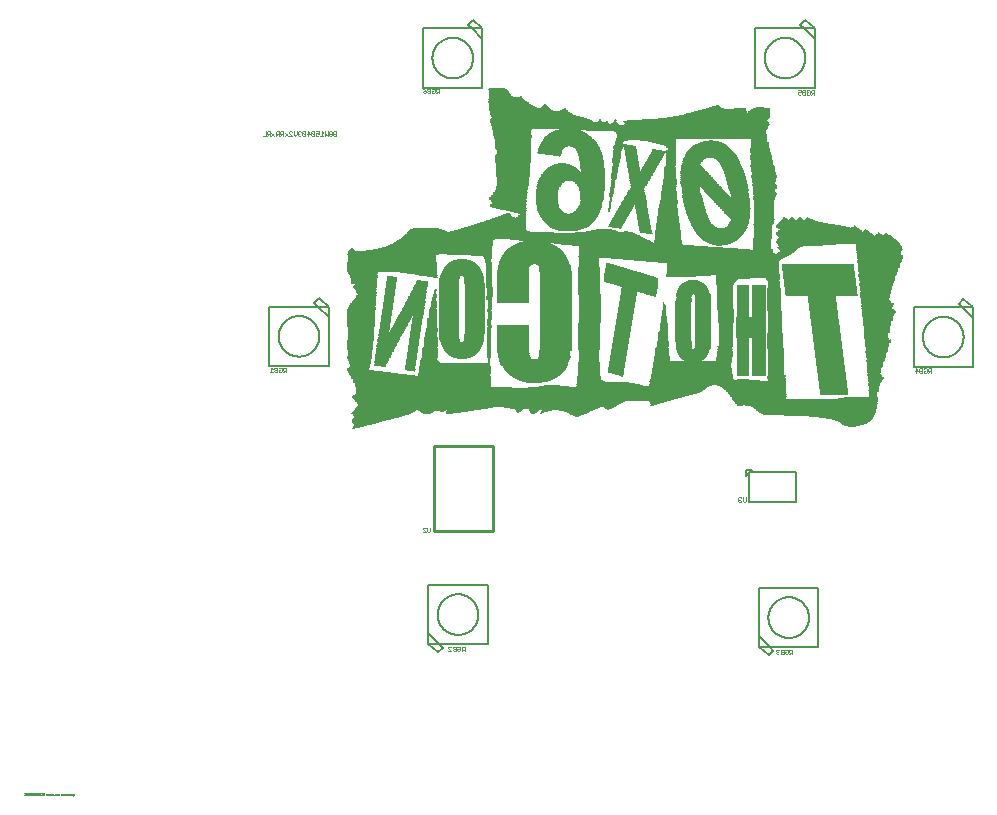
<source format=gbo>
G75*
%MOIN*%
%OFA0B0*%
%FSLAX25Y25*%
%IPPOS*%
%LPD*%
%AMOC8*
5,1,8,0,0,1.08239X$1,22.5*
%
%ADD10C,0.00100*%
%ADD11C,0.01000*%
%ADD12C,0.00000*%
%ADD13R,0.00276X0.00069*%
%ADD14R,0.00482X0.00069*%
%ADD15R,0.00758X0.00069*%
%ADD16R,0.00965X0.00069*%
%ADD17R,0.01171X0.00069*%
%ADD18R,0.01378X0.00069*%
%ADD19R,0.01585X0.00069*%
%ADD20R,0.01860X0.00069*%
%ADD21R,0.02067X0.00069*%
%ADD22R,0.02343X0.00069*%
%ADD23R,0.02480X0.00069*%
%ADD24R,0.00689X0.00069*%
%ADD25R,0.02687X0.00069*%
%ADD26R,0.02136X0.00069*%
%ADD27R,0.02963X0.00069*%
%ADD28R,0.03169X0.00069*%
%ADD29R,0.03583X0.00069*%
%ADD30R,0.03445X0.00069*%
%ADD31R,0.04133X0.00069*%
%ADD32R,0.03652X0.00069*%
%ADD33R,0.04616X0.00069*%
%ADD34R,0.03858X0.00069*%
%ADD35R,0.05098X0.00069*%
%ADD36R,0.04065X0.00069*%
%ADD37R,0.05512X0.00069*%
%ADD38R,0.04272X0.00069*%
%ADD39R,0.05994X0.00069*%
%ADD40R,0.04547X0.00069*%
%ADD41R,0.06339X0.00069*%
%ADD42R,0.04754X0.00069*%
%ADD43R,0.06752X0.00069*%
%ADD44R,0.07096X0.00069*%
%ADD45R,0.05443X0.00069*%
%ADD46R,0.07372X0.00069*%
%ADD47R,0.05719X0.00069*%
%ADD48R,0.07717X0.00069*%
%ADD49R,0.06063X0.00069*%
%ADD50R,0.08061X0.00069*%
%ADD51R,0.08268X0.00069*%
%ADD52R,0.06683X0.00069*%
%ADD53R,0.08543X0.00069*%
%ADD54R,0.07028X0.00069*%
%ADD55R,0.08819X0.00069*%
%ADD56R,0.09026X0.00069*%
%ADD57R,0.09301X0.00069*%
%ADD58R,0.07992X0.00069*%
%ADD59R,0.09439X0.00069*%
%ADD60R,0.08337X0.00069*%
%ADD61R,0.09646X0.00069*%
%ADD62R,0.08612X0.00069*%
%ADD63R,0.09852X0.00069*%
%ADD64R,0.08957X0.00069*%
%ADD65R,0.10059X0.00069*%
%ADD66R,0.10266X0.00069*%
%ADD67R,0.10472X0.00069*%
%ADD68R,0.09921X0.00069*%
%ADD69R,0.10679X0.00069*%
%ADD70R,0.10886X0.00069*%
%ADD71R,0.10541X0.00069*%
%ADD72R,0.11093X0.00069*%
%ADD73R,0.10817X0.00069*%
%ADD74R,0.11368X0.00069*%
%ADD75R,0.11024X0.00069*%
%ADD76R,0.11575X0.00069*%
%ADD77R,0.11230X0.00069*%
%ADD78R,0.11850X0.00069*%
%ADD79R,0.11437X0.00069*%
%ADD80R,0.12126X0.00069*%
%ADD81R,0.11644X0.00069*%
%ADD82R,0.12402X0.00069*%
%ADD83R,0.12677X0.00069*%
%ADD84R,0.12057X0.00069*%
%ADD85R,0.13022X0.00069*%
%ADD86R,0.12195X0.00069*%
%ADD87R,0.13435X0.00069*%
%ADD88R,0.12470X0.00069*%
%ADD89R,0.13780X0.00069*%
%ADD90R,0.14193X0.00069*%
%ADD91R,0.12884X0.00069*%
%ADD92R,0.14675X0.00069*%
%ADD93R,0.13091X0.00069*%
%ADD94R,0.15089X0.00069*%
%ADD95R,0.13228X0.00069*%
%ADD96R,0.15502X0.00069*%
%ADD97R,0.15984X0.00069*%
%ADD98R,0.13711X0.00069*%
%ADD99R,0.16467X0.00069*%
%ADD100R,0.13917X0.00069*%
%ADD101R,0.16880X0.00069*%
%ADD102R,0.14055X0.00069*%
%ADD103R,0.17431X0.00069*%
%ADD104R,0.14262X0.00069*%
%ADD105R,0.18051X0.00069*%
%ADD106R,0.14469X0.00069*%
%ADD107R,0.18602X0.00069*%
%ADD108R,0.14813X0.00069*%
%ADD109R,0.19360X0.00069*%
%ADD110R,0.00551X0.00069*%
%ADD111R,0.15020X0.00069*%
%ADD112R,0.20256X0.00069*%
%ADD113R,0.01033X0.00069*%
%ADD114R,0.15364X0.00069*%
%ADD115R,0.21565X0.00069*%
%ADD116R,0.15709X0.00069*%
%ADD117R,0.23012X0.00069*%
%ADD118R,0.01722X0.00069*%
%ADD119R,0.24528X0.00069*%
%ADD120R,0.16329X0.00069*%
%ADD121R,0.26181X0.00069*%
%ADD122R,0.16673X0.00069*%
%ADD123R,0.27972X0.00069*%
%ADD124R,0.02618X0.00069*%
%ADD125R,0.17018X0.00069*%
%ADD126R,0.29970X0.00069*%
%ADD127R,0.17224X0.00069*%
%ADD128R,0.31900X0.00069*%
%ADD129R,0.17569X0.00069*%
%ADD130R,0.33829X0.00069*%
%ADD131R,0.17913X0.00069*%
%ADD132R,0.35758X0.00069*%
%ADD133R,0.03720X0.00069*%
%ADD134R,0.18189X0.00069*%
%ADD135R,0.36585X0.00069*%
%ADD136R,0.18533X0.00069*%
%ADD137R,0.37067X0.00069*%
%ADD138R,0.04341X0.00069*%
%ADD139R,0.18809X0.00069*%
%ADD140R,0.37343X0.00069*%
%ADD141R,0.00413X0.00069*%
%ADD142R,0.00138X0.00069*%
%ADD143R,0.19016X0.00069*%
%ADD144R,0.37687X0.00069*%
%ADD145R,0.04823X0.00069*%
%ADD146R,0.00827X0.00069*%
%ADD147R,0.00620X0.00069*%
%ADD148R,0.19154X0.00069*%
%ADD149R,0.37894X0.00069*%
%ADD150R,0.01102X0.00069*%
%ADD151R,0.01929X0.00069*%
%ADD152R,0.19429X0.00069*%
%ADD153R,0.38031X0.00069*%
%ADD154R,0.00069X0.00069*%
%ADD155R,0.01309X0.00069*%
%ADD156R,0.02274X0.00069*%
%ADD157R,0.19636X0.00069*%
%ADD158R,0.38238X0.00069*%
%ADD159R,0.00207X0.00069*%
%ADD160R,0.01447X0.00069*%
%ADD161R,0.02549X0.00069*%
%ADD162R,0.19843X0.00069*%
%ADD163R,0.38376X0.00069*%
%ADD164R,0.05925X0.00069*%
%ADD165R,0.00344X0.00069*%
%ADD166R,0.02825X0.00069*%
%ADD167R,0.19911X0.00069*%
%ADD168R,0.38514X0.00069*%
%ADD169R,0.06201X0.00069*%
%ADD170R,0.03031X0.00069*%
%ADD171R,0.03100X0.00069*%
%ADD172R,0.19980X0.00069*%
%ADD173R,0.38720X0.00069*%
%ADD174R,0.06476X0.00069*%
%ADD175R,0.03514X0.00069*%
%ADD176R,0.03238X0.00069*%
%ADD177R,0.38789X0.00069*%
%ADD178R,0.01998X0.00069*%
%ADD179R,0.03996X0.00069*%
%ADD180R,0.20049X0.00069*%
%ADD181R,0.38927X0.00069*%
%ADD182R,0.07165X0.00069*%
%ADD183R,0.20187X0.00069*%
%ADD184R,0.39065X0.00069*%
%ADD185R,0.07441X0.00069*%
%ADD186R,0.02205X0.00069*%
%ADD187R,0.05030X0.00069*%
%ADD188R,0.03927X0.00069*%
%ADD189R,0.39134X0.00069*%
%ADD190R,0.02411X0.00069*%
%ADD191R,0.20325X0.00069*%
%ADD192R,0.39272X0.00069*%
%ADD193R,0.39409X0.00069*%
%ADD194R,0.08474X0.00069*%
%ADD195R,0.01792X0.00069*%
%ADD196R,0.01240X0.00069*%
%ADD197R,0.06545X0.00069*%
%ADD198R,0.20394X0.00069*%
%ADD199R,0.39478X0.00069*%
%ADD200R,0.02756X0.00069*%
%ADD201R,0.01447X0.00069*%
%ADD202R,0.06959X0.00069*%
%ADD203R,0.20463X0.00069*%
%ADD204R,0.39547X0.00069*%
%ADD205R,0.09370X0.00069*%
%ADD206R,0.02273X0.00069*%
%ADD207R,0.01516X0.00069*%
%ADD208R,0.07441X0.00069*%
%ADD209R,0.20531X0.00069*%
%ADD210R,0.39616X0.00069*%
%ADD211R,0.02618X0.00069*%
%ADD212R,0.07923X0.00069*%
%ADD213R,0.05236X0.00069*%
%ADD214R,0.39754X0.00069*%
%ADD215R,0.02962X0.00069*%
%ADD216R,0.08406X0.00069*%
%ADD217R,0.05581X0.00069*%
%ADD218R,0.20600X0.00069*%
%ADD219R,0.39823X0.00069*%
%ADD220R,0.11161X0.00069*%
%ADD221R,0.03376X0.00069*%
%ADD222R,0.08888X0.00069*%
%ADD223R,0.09094X0.00069*%
%ADD224R,0.20669X0.00069*%
%ADD225R,0.39892X0.00069*%
%ADD226R,0.17293X0.00069*%
%ADD227R,0.20738X0.00069*%
%ADD228R,0.40030X0.00069*%
%ADD229R,0.17500X0.00069*%
%ADD230R,0.19567X0.00069*%
%ADD231R,0.20807X0.00069*%
%ADD232R,0.40098X0.00069*%
%ADD233R,0.17707X0.00069*%
%ADD234R,0.20118X0.00069*%
%ADD235R,0.40167X0.00069*%
%ADD236R,0.21841X0.00069*%
%ADD237R,0.41545X0.00069*%
%ADD238R,0.40236X0.00069*%
%ADD239R,0.22116X0.00069*%
%ADD240R,0.02893X0.00069*%
%ADD241R,0.41959X0.00069*%
%ADD242R,0.40305X0.00069*%
%ADD243R,0.22323X0.00069*%
%ADD244R,0.42372X0.00069*%
%ADD245R,0.40443X0.00069*%
%ADD246R,0.22530X0.00069*%
%ADD247R,0.42717X0.00069*%
%ADD248R,0.40581X0.00069*%
%ADD249R,0.22874X0.00069*%
%ADD250R,0.04134X0.00069*%
%ADD251R,0.43061X0.00069*%
%ADD252R,0.40650X0.00069*%
%ADD253R,0.23219X0.00069*%
%ADD254R,0.04892X0.00069*%
%ADD255R,0.43406X0.00069*%
%ADD256R,0.40719X0.00069*%
%ADD257R,0.29075X0.00069*%
%ADD258R,0.43750X0.00069*%
%ADD259R,0.40787X0.00069*%
%ADD260R,0.29764X0.00069*%
%ADD261R,0.44026X0.00069*%
%ADD262R,0.40994X0.00069*%
%ADD263R,0.30315X0.00069*%
%ADD264R,0.44370X0.00069*%
%ADD265R,0.41063X0.00069*%
%ADD266R,0.30935X0.00069*%
%ADD267R,0.44715X0.00069*%
%ADD268R,0.41200X0.00069*%
%ADD269R,0.02894X0.00069*%
%ADD270R,0.31486X0.00069*%
%ADD271R,0.44990X0.00069*%
%ADD272R,0.41338X0.00069*%
%ADD273R,0.32244X0.00069*%
%ADD274R,0.45266X0.00069*%
%ADD275R,0.41476X0.00069*%
%ADD276R,0.33071X0.00069*%
%ADD277R,0.45748X0.00069*%
%ADD278R,0.41614X0.00069*%
%ADD279R,0.81230X0.00069*%
%ADD280R,0.41752X0.00069*%
%ADD281R,0.85640X0.00069*%
%ADD282R,0.85709X0.00069*%
%ADD283R,0.42096X0.00069*%
%ADD284R,0.85778X0.00069*%
%ADD285R,0.42303X0.00069*%
%ADD286R,0.85846X0.00069*%
%ADD287R,0.42510X0.00069*%
%ADD288R,0.85915X0.00069*%
%ADD289R,0.42785X0.00069*%
%ADD290R,0.85984X0.00069*%
%ADD291R,0.43199X0.00069*%
%ADD292R,0.86053X0.00069*%
%ADD293R,0.86122X0.00069*%
%ADD294R,0.46850X0.00069*%
%ADD295R,0.86329X0.00069*%
%ADD296R,0.46919X0.00069*%
%ADD297R,0.86535X0.00069*%
%ADD298R,0.46988X0.00069*%
%ADD299R,0.86673X0.00069*%
%ADD300R,0.86811X0.00069*%
%ADD301R,0.47126X0.00069*%
%ADD302R,0.87018X0.00069*%
%ADD303R,0.47195X0.00069*%
%ADD304R,0.87224X0.00069*%
%ADD305R,0.47264X0.00069*%
%ADD306R,0.87431X0.00069*%
%ADD307R,0.87638X0.00069*%
%ADD308R,0.47333X0.00069*%
%ADD309R,0.87844X0.00069*%
%ADD310R,0.47402X0.00069*%
%ADD311R,0.03307X0.00069*%
%ADD312R,0.87982X0.00069*%
%ADD313R,0.88189X0.00069*%
%ADD314R,0.47539X0.00069*%
%ADD315R,0.88396X0.00069*%
%ADD316R,0.47608X0.00069*%
%ADD317R,0.88602X0.00069*%
%ADD318R,0.04409X0.00069*%
%ADD319R,0.88809X0.00069*%
%ADD320R,0.47677X0.00069*%
%ADD321R,0.04685X0.00069*%
%ADD322R,0.89016X0.00069*%
%ADD323R,0.47746X0.00069*%
%ADD324R,0.04961X0.00069*%
%ADD325R,0.89222X0.00069*%
%ADD326R,0.89360X0.00069*%
%ADD327R,0.47815X0.00069*%
%ADD328R,0.05650X0.00069*%
%ADD329R,0.89567X0.00069*%
%ADD330R,0.47884X0.00069*%
%ADD331R,0.89774X0.00069*%
%ADD332R,0.89980X0.00069*%
%ADD333R,0.48022X0.00069*%
%ADD334R,0.90187X0.00069*%
%ADD335R,0.48091X0.00069*%
%ADD336R,0.90531X0.00069*%
%ADD337R,0.91496X0.00069*%
%ADD338R,0.48159X0.00069*%
%ADD339R,1.05276X0.00069*%
%ADD340R,0.48228X0.00069*%
%ADD341R,1.05620X0.00069*%
%ADD342R,0.25906X0.00069*%
%ADD343R,1.05965X0.00069*%
%ADD344R,0.18120X0.00069*%
%ADD345R,0.17844X0.00069*%
%ADD346R,1.06240X0.00069*%
%ADD347R,1.06585X0.00069*%
%ADD348R,0.13642X0.00069*%
%ADD349R,1.06929X0.00069*%
%ADD350R,0.17982X0.00069*%
%ADD351R,1.07205X0.00069*%
%ADD352R,0.12539X0.00069*%
%ADD353R,1.07480X0.00069*%
%ADD354R,1.07825X0.00069*%
%ADD355R,0.18120X0.00069*%
%ADD356R,1.08169X0.00069*%
%ADD357R,1.08514X0.00069*%
%ADD358R,0.10679X0.00069*%
%ADD359R,1.08858X0.00069*%
%ADD360R,1.09134X0.00069*%
%ADD361R,0.18258X0.00069*%
%ADD362R,1.09409X0.00069*%
%ADD363R,1.09754X0.00069*%
%ADD364R,0.18327X0.00069*%
%ADD365R,1.10098X0.00069*%
%ADD366R,0.18396X0.00069*%
%ADD367R,1.10305X0.00069*%
%ADD368R,0.18465X0.00069*%
%ADD369R,1.10512X0.00069*%
%ADD370R,1.10650X0.00069*%
%ADD371R,1.10856X0.00069*%
%ADD372R,1.10925X0.00069*%
%ADD373R,1.11132X0.00069*%
%ADD374R,0.18671X0.00069*%
%ADD375R,1.11270X0.00069*%
%ADD376R,0.18740X0.00069*%
%ADD377R,1.11476X0.00069*%
%ADD378R,1.11614X0.00069*%
%ADD379R,1.11821X0.00069*%
%ADD380R,0.18878X0.00069*%
%ADD381R,1.12028X0.00069*%
%ADD382R,0.18947X0.00069*%
%ADD383R,1.12234X0.00069*%
%ADD384R,0.09163X0.00069*%
%ADD385R,1.12372X0.00069*%
%ADD386R,1.12579X0.00069*%
%ADD387R,1.12854X0.00069*%
%ADD388R,0.19085X0.00069*%
%ADD389R,1.12992X0.00069*%
%ADD390R,1.13199X0.00069*%
%ADD391R,0.09232X0.00069*%
%ADD392R,0.19222X0.00069*%
%ADD393R,1.13474X0.00069*%
%ADD394R,1.13612X0.00069*%
%ADD395R,0.19291X0.00069*%
%ADD396R,1.13888X0.00069*%
%ADD397R,1.14094X0.00069*%
%ADD398R,1.14301X0.00069*%
%ADD399R,0.19498X0.00069*%
%ADD400R,1.14508X0.00069*%
%ADD401R,1.14646X0.00069*%
%ADD402R,1.14715X0.00069*%
%ADD403R,1.14852X0.00069*%
%ADD404R,0.19705X0.00069*%
%ADD405R,1.14990X0.00069*%
%ADD406R,0.19774X0.00069*%
%ADD407R,1.15059X0.00069*%
%ADD408R,1.15197X0.00069*%
%ADD409R,1.15266X0.00069*%
%ADD410R,1.15335X0.00069*%
%ADD411R,1.15404X0.00069*%
%ADD412R,1.15541X0.00069*%
%ADD413R,1.15610X0.00069*%
%ADD414R,1.15679X0.00069*%
%ADD415R,1.15748X0.00069*%
%ADD416R,1.15817X0.00069*%
%ADD417R,1.15955X0.00069*%
%ADD418R,1.16024X0.00069*%
%ADD419R,1.16093X0.00069*%
%ADD420R,1.16230X0.00069*%
%ADD421R,1.16368X0.00069*%
%ADD422R,0.20876X0.00069*%
%ADD423R,1.16437X0.00069*%
%ADD424R,0.20945X0.00069*%
%ADD425R,0.59528X0.00069*%
%ADD426R,0.51673X0.00069*%
%ADD427R,0.21014X0.00069*%
%ADD428R,0.57185X0.00069*%
%ADD429R,0.45610X0.00069*%
%ADD430R,0.21152X0.00069*%
%ADD431R,0.56841X0.00069*%
%ADD432R,0.45335X0.00069*%
%ADD433R,0.21220X0.00069*%
%ADD434R,0.12264X0.00069*%
%ADD435R,0.45128X0.00069*%
%ADD436R,0.21358X0.00069*%
%ADD437R,0.43543X0.00069*%
%ADD438R,0.21496X0.00069*%
%ADD439R,0.43681X0.00069*%
%ADD440R,0.09990X0.00069*%
%ADD441R,0.43819X0.00069*%
%ADD442R,0.45059X0.00069*%
%ADD443R,0.21634X0.00069*%
%ADD444R,0.43957X0.00069*%
%ADD445R,0.08199X0.00069*%
%ADD446R,0.21772X0.00069*%
%ADD447R,0.22598X0.00069*%
%ADD448R,0.07372X0.00069*%
%ADD449R,0.21909X0.00069*%
%ADD450R,0.22185X0.00069*%
%ADD451R,0.21978X0.00069*%
%ADD452R,0.22254X0.00069*%
%ADD453R,0.45197X0.00069*%
%ADD454R,0.22461X0.00069*%
%ADD455R,0.22736X0.00069*%
%ADD456R,0.21289X0.00069*%
%ADD457R,0.23081X0.00069*%
%ADD458R,0.45404X0.00069*%
%ADD459R,0.45472X0.00069*%
%ADD460R,0.45541X0.00069*%
%ADD461R,0.17776X0.00069*%
%ADD462R,0.16604X0.00069*%
%ADD463R,0.45679X0.00069*%
%ADD464R,0.04203X0.00069*%
%ADD465R,0.14400X0.00069*%
%ADD466R,0.10748X0.00069*%
%ADD467R,0.45817X0.00069*%
%ADD468R,0.08681X0.00069*%
%ADD469R,0.45886X0.00069*%
%ADD470R,0.04478X0.00069*%
%ADD471R,0.05856X0.00069*%
%ADD472R,0.38445X0.00069*%
%ADD473R,0.45955X0.00069*%
%ADD474R,0.36860X0.00069*%
%ADD475R,0.36033X0.00069*%
%ADD476R,0.46024X0.00069*%
%ADD477R,0.35207X0.00069*%
%ADD478R,0.08130X0.00069*%
%ADD479R,0.34380X0.00069*%
%ADD480R,0.46093X0.00069*%
%ADD481R,0.10610X0.00069*%
%ADD482R,0.27835X0.00069*%
%ADD483R,0.46161X0.00069*%
%ADD484R,0.27766X0.00069*%
%ADD485R,0.11299X0.00069*%
%ADD486R,0.27628X0.00069*%
%ADD487R,0.46230X0.00069*%
%ADD488R,0.07854X0.00069*%
%ADD489R,0.11988X0.00069*%
%ADD490R,0.27559X0.00069*%
%ADD491R,0.46299X0.00069*%
%ADD492R,0.05787X0.00069*%
%ADD493R,0.27490X0.00069*%
%ADD494R,0.46368X0.00069*%
%ADD495R,0.05167X0.00069*%
%ADD496R,0.09164X0.00069*%
%ADD497R,0.27421X0.00069*%
%ADD498R,0.13159X0.00069*%
%ADD499R,0.13366X0.00069*%
%ADD500R,0.27352X0.00069*%
%ADD501R,0.13573X0.00069*%
%ADD502R,0.46437X0.00069*%
%ADD503R,0.07785X0.00069*%
%ADD504R,0.13848X0.00069*%
%ADD505R,0.14124X0.00069*%
%ADD506R,0.46506X0.00069*%
%ADD507R,0.14331X0.00069*%
%ADD508R,0.27283X0.00069*%
%ADD509R,0.14537X0.00069*%
%ADD510R,0.46575X0.00069*%
%ADD511R,0.14813X0.00069*%
%ADD512R,0.27215X0.00069*%
%ADD513R,0.46644X0.00069*%
%ADD514R,0.15226X0.00069*%
%ADD515R,0.15433X0.00069*%
%ADD516R,0.46713X0.00069*%
%ADD517R,0.27146X0.00069*%
%ADD518R,0.15640X0.00069*%
%ADD519R,0.24321X0.00069*%
%ADD520R,0.07648X0.00069*%
%ADD521R,0.15778X0.00069*%
%ADD522R,0.00896X0.00069*%
%ADD523R,0.09233X0.00069*%
%ADD524R,0.16191X0.00069*%
%ADD525R,0.24252X0.00069*%
%ADD526R,0.04340X0.00069*%
%ADD527R,0.01654X0.00069*%
%ADD528R,0.16535X0.00069*%
%ADD529R,0.27077X0.00069*%
%ADD530R,0.07579X0.00069*%
%ADD531R,0.16742X0.00069*%
%ADD532R,0.27008X0.00069*%
%ADD533R,0.24183X0.00069*%
%ADD534R,0.07510X0.00069*%
%ADD535R,0.17362X0.00069*%
%ADD536R,0.26939X0.00069*%
%ADD537R,0.26870X0.00069*%
%ADD538R,0.15295X0.00069*%
%ADD539R,0.03789X0.00069*%
%ADD540R,0.24114X0.00069*%
%ADD541R,0.18258X0.00069*%
%ADD542R,0.26802X0.00069*%
%ADD543R,0.24045X0.00069*%
%ADD544R,0.26732X0.00069*%
%ADD545R,0.26663X0.00069*%
%ADD546R,0.23976X0.00069*%
%ADD547R,0.26594X0.00069*%
%ADD548R,0.26526X0.00069*%
%ADD549R,0.07303X0.00069*%
%ADD550R,0.23907X0.00069*%
%ADD551R,0.26388X0.00069*%
%ADD552R,0.07234X0.00069*%
%ADD553R,0.23839X0.00069*%
%ADD554R,0.26319X0.00069*%
%ADD555R,0.06890X0.00069*%
%ADD556R,0.23770X0.00069*%
%ADD557R,0.06821X0.00069*%
%ADD558R,0.06614X0.00069*%
%ADD559R,0.21290X0.00069*%
%ADD560R,0.26250X0.00069*%
%ADD561R,0.21359X0.00069*%
%ADD562R,0.23701X0.00069*%
%ADD563R,0.23632X0.00069*%
%ADD564R,0.21910X0.00069*%
%ADD565R,0.21979X0.00069*%
%ADD566R,0.22047X0.00069*%
%ADD567R,0.05305X0.00069*%
%ADD568R,0.26112X0.00069*%
%ADD569R,0.23563X0.00069*%
%ADD570R,0.05374X0.00069*%
%ADD571R,0.22392X0.00069*%
%ADD572R,0.26043X0.00069*%
%ADD573R,0.22667X0.00069*%
%ADD574R,0.22805X0.00069*%
%ADD575R,0.06270X0.00069*%
%ADD576R,0.06132X0.00069*%
%ADD577R,0.22943X0.00069*%
%ADD578R,0.23150X0.00069*%
%ADD579R,0.23287X0.00069*%
%ADD580R,0.23425X0.00069*%
%ADD581R,0.10955X0.00069*%
%ADD582R,0.05099X0.00069*%
%ADD583R,0.01791X0.00069*%
%ADD584R,0.05030X0.00069*%
%ADD585R,0.10404X0.00069*%
%ADD586R,0.04961X0.00069*%
%ADD587R,0.06407X0.00069*%
%ADD588R,0.10335X0.00069*%
%ADD589R,0.09508X0.00069*%
%ADD590R,0.09783X0.00069*%
%ADD591R,0.10197X0.00069*%
%ADD592R,0.11713X0.00069*%
%ADD593R,0.12608X0.00069*%
%ADD594R,0.12815X0.00069*%
%ADD595R,0.12953X0.00069*%
%ADD596R,0.13504X0.00069*%
%ADD597R,0.08750X0.00069*%
%ADD598R,0.09715X0.00069*%
%ADD599R,0.10128X0.00069*%
%ADD600R,0.09577X0.00069*%
%ADD601R,0.11781X0.00069*%
%ADD602R,0.13297X0.00069*%
%ADD603R,0.14744X0.00069*%
%ADD604R,0.14951X0.00069*%
%ADD605R,0.16398X0.00069*%
%ADD606R,0.11506X0.00069*%
%ADD607R,0.16949X0.00069*%
%ADD608R,0.17156X0.00069*%
%ADD609R,0.17638X0.00069*%
%ADD610R,0.11919X0.00069*%
%ADD611R,0.17087X0.00069*%
%ADD612R,0.21083X0.00069*%
%ADD613R,0.15915X0.00069*%
%ADD614R,0.12333X0.00069*%
%ADD615R,0.13986X0.00069*%
%ADD616R,0.37549X0.00069*%
%ADD617R,0.12746X0.00069*%
%ADD618R,0.37480X0.00069*%
%ADD619R,0.12953X0.00069*%
%ADD620R,0.37411X0.00069*%
%ADD621R,0.14882X0.00069*%
%ADD622R,0.29695X0.00069*%
%ADD623R,0.37274X0.00069*%
%ADD624R,0.29833X0.00069*%
%ADD625R,0.37205X0.00069*%
%ADD626R,0.37136X0.00069*%
%ADD627R,0.23494X0.00069*%
%ADD628R,0.23356X0.00069*%
%ADD629R,0.29626X0.00069*%
%ADD630R,0.41821X0.00069*%
%ADD631R,0.42579X0.00069*%
%ADD632R,0.14606X0.00069*%
%ADD633R,0.44163X0.00069*%
%ADD634R,0.48435X0.00069*%
%ADD635R,0.49331X0.00069*%
%ADD636R,0.50295X0.00069*%
%ADD637R,0.51191X0.00069*%
%ADD638R,0.52087X0.00069*%
%ADD639R,0.52982X0.00069*%
%ADD640R,0.53947X0.00069*%
%ADD641R,0.54911X0.00069*%
%ADD642R,0.29557X0.00069*%
%ADD643R,0.55807X0.00069*%
%ADD644R,0.22117X0.00069*%
%ADD645R,0.56703X0.00069*%
%ADD646R,0.57598X0.00069*%
%ADD647R,0.15157X0.00069*%
%ADD648R,0.58563X0.00069*%
%ADD649R,0.59459X0.00069*%
%ADD650R,0.60423X0.00069*%
%ADD651R,0.61319X0.00069*%
%ADD652R,0.21703X0.00069*%
%ADD653R,0.68829X0.00069*%
%ADD654R,0.21634X0.00069*%
%ADD655R,0.68898X0.00069*%
%ADD656R,0.21565X0.00069*%
%ADD657R,0.69035X0.00069*%
%ADD658R,0.69173X0.00069*%
%ADD659R,0.69311X0.00069*%
%ADD660R,0.69449X0.00069*%
%ADD661R,0.69587X0.00069*%
%ADD662R,0.69724X0.00069*%
%ADD663R,0.69862X0.00069*%
%ADD664R,0.69931X0.00069*%
%ADD665R,0.65591X0.00069*%
%ADD666R,0.65453X0.00069*%
%ADD667R,0.65384X0.00069*%
%ADD668R,0.29902X0.00069*%
%ADD669R,0.65315X0.00069*%
%ADD670R,0.30384X0.00069*%
%ADD671R,0.65246X0.00069*%
%ADD672R,0.65177X0.00069*%
%ADD673R,0.47953X0.00069*%
%ADD674R,0.65039X0.00069*%
%ADD675R,0.64970X0.00069*%
%ADD676R,0.64902X0.00069*%
%ADD677R,0.64833X0.00069*%
%ADD678R,0.64764X0.00069*%
%ADD679R,0.64695X0.00069*%
%ADD680R,0.64626X0.00069*%
%ADD681R,0.64557X0.00069*%
%ADD682R,0.64488X0.00069*%
%ADD683R,0.64419X0.00069*%
%ADD684R,0.18672X0.00069*%
%ADD685R,0.42854X0.00069*%
%ADD686R,0.64350X0.00069*%
%ADD687R,0.42165X0.00069*%
%ADD688R,0.64281X0.00069*%
%ADD689R,0.41683X0.00069*%
%ADD690R,0.64213X0.00069*%
%ADD691R,0.40512X0.00069*%
%ADD692R,0.64144X0.00069*%
%ADD693R,0.06338X0.00069*%
%ADD694R,0.56772X0.00069*%
%ADD695R,0.06269X0.00069*%
%ADD696R,0.39203X0.00069*%
%ADD697R,0.54774X0.00069*%
%ADD698R,0.53809X0.00069*%
%ADD699R,0.52844X0.00069*%
%ADD700R,0.38100X0.00069*%
%ADD701R,0.06200X0.00069*%
%ADD702R,0.51811X0.00069*%
%ADD703R,0.37825X0.00069*%
%ADD704R,0.50846X0.00069*%
%ADD705R,0.49744X0.00069*%
%ADD706R,0.48780X0.00069*%
%ADD707R,0.16122X0.00069*%
%ADD708R,0.36791X0.00069*%
%ADD709R,0.46781X0.00069*%
%ADD710R,0.36516X0.00069*%
%ADD711R,0.36309X0.00069*%
%ADD712R,0.44783X0.00069*%
%ADD713R,0.15571X0.00069*%
%ADD714R,0.36102X0.00069*%
%ADD715R,0.35827X0.00069*%
%ADD716R,0.15158X0.00069*%
%ADD717R,0.35620X0.00069*%
%ADD718R,0.35413X0.00069*%
%ADD719R,0.06131X0.00069*%
%ADD720R,0.35276X0.00069*%
%ADD721R,0.39685X0.00069*%
%ADD722R,0.35069X0.00069*%
%ADD723R,0.34862X0.00069*%
%ADD724R,0.34724X0.00069*%
%ADD725R,0.36722X0.00069*%
%ADD726R,0.34587X0.00069*%
%ADD727R,0.35689X0.00069*%
%ADD728R,0.34449X0.00069*%
%ADD729R,0.34242X0.00069*%
%ADD730R,0.34104X0.00069*%
%ADD731R,0.33898X0.00069*%
%ADD732R,0.33760X0.00069*%
%ADD733R,0.33622X0.00069*%
%ADD734R,0.39961X0.00069*%
%ADD735R,0.33484X0.00069*%
%ADD736R,0.33346X0.00069*%
%ADD737R,0.33278X0.00069*%
%ADD738R,0.33140X0.00069*%
%ADD739R,0.32726X0.00069*%
%ADD740R,0.33002X0.00069*%
%ADD741R,0.32864X0.00069*%
%ADD742R,0.33553X0.00069*%
%ADD743R,0.34035X0.00069*%
%ADD744R,0.32589X0.00069*%
%ADD745R,0.32451X0.00069*%
%ADD746R,0.42992X0.00069*%
%ADD747R,0.32313X0.00069*%
%ADD748R,0.32175X0.00069*%
%ADD749R,0.32037X0.00069*%
%ADD750R,0.31969X0.00069*%
%ADD751R,0.41132X0.00069*%
%ADD752R,0.40443X0.00069*%
%ADD753R,0.41407X0.00069*%
%ADD754R,0.31831X0.00069*%
%ADD755R,0.31693X0.00069*%
%ADD756R,0.42028X0.00069*%
%ADD757R,0.31624X0.00069*%
%ADD758R,0.31555X0.00069*%
%ADD759R,0.31417X0.00069*%
%ADD760R,0.31348X0.00069*%
%ADD761R,0.43337X0.00069*%
%ADD762R,0.43888X0.00069*%
%ADD763R,0.38858X0.00069*%
%ADD764R,0.81506X0.00069*%
%ADD765R,0.38652X0.00069*%
%ADD766R,0.81024X0.00069*%
%ADD767R,0.80817X0.00069*%
%ADD768R,0.38169X0.00069*%
%ADD769R,0.80541X0.00069*%
%ADD770R,0.80335X0.00069*%
%ADD771R,0.37963X0.00069*%
%ADD772R,0.80128X0.00069*%
%ADD773R,0.79921X0.00069*%
%ADD774R,0.79715X0.00069*%
%ADD775R,0.37756X0.00069*%
%ADD776R,0.79439X0.00069*%
%ADD777R,0.79232X0.00069*%
%ADD778R,0.79026X0.00069*%
%ADD779R,0.78888X0.00069*%
%ADD780R,0.78681X0.00069*%
%ADD781R,0.78474X0.00069*%
%ADD782R,0.78268X0.00069*%
%ADD783R,0.78061X0.00069*%
%ADD784R,0.14607X0.00069*%
%ADD785R,0.77785X0.00069*%
%ADD786R,0.14676X0.00069*%
%ADD787R,0.77579X0.00069*%
%ADD788R,0.32106X0.00069*%
%ADD789R,0.77372X0.00069*%
%ADD790R,0.77165X0.00069*%
%ADD791R,0.76959X0.00069*%
%ADD792R,0.76752X0.00069*%
%ADD793R,0.76545X0.00069*%
%ADD794R,0.76270X0.00069*%
%ADD795R,0.76063X0.00069*%
%ADD796R,0.31762X0.00069*%
%ADD797R,0.75856X0.00069*%
%ADD798R,0.75581X0.00069*%
%ADD799R,0.52018X0.00069*%
%ADD800R,0.48986X0.00069*%
%ADD801R,0.31211X0.00069*%
%ADD802R,0.31073X0.00069*%
%ADD803R,0.16053X0.00069*%
%ADD804R,0.28593X0.00069*%
%ADD805R,0.44094X0.00069*%
%ADD806R,0.28455X0.00069*%
%ADD807R,0.16260X0.00069*%
%ADD808R,0.28661X0.00069*%
%ADD809R,0.28317X0.00069*%
%ADD810R,0.28110X0.00069*%
%ADD811R,0.25423X0.00069*%
%ADD812R,0.25079X0.00069*%
%ADD813R,0.24665X0.00069*%
%ADD814R,0.27697X0.00069*%
%ADD815R,0.16811X0.00069*%
%ADD816R,0.03927X0.00069*%
%ADD817R,0.26801X0.00069*%
%ADD818R,0.07509X0.00069*%
%ADD819R,0.08061X0.00069*%
%ADD820R,0.26457X0.00069*%
%ADD821R,0.06546X0.00069*%
%ADD822R,0.06477X0.00069*%
%ADD823R,0.06408X0.00069*%
%ADD824R,0.14537X0.00069*%
%ADD825R,0.15157X0.00069*%
%ADD826R,0.15846X0.00069*%
%ADD827R,0.18051X0.00069*%
%ADD828R,0.08061X0.00069*%
%ADD829R,0.07165X0.00069*%
%ADD830R,0.07234X0.00069*%
%ADD831R,0.07303X0.00069*%
%ADD832R,0.06270X0.00069*%
%ADD833R,0.07578X0.00069*%
%ADD834R,0.07647X0.00069*%
%ADD835R,0.06339X0.00069*%
%ADD836R,0.07716X0.00069*%
%ADD837R,0.07785X0.00069*%
%ADD838R,0.07854X0.00069*%
%ADD839R,0.08199X0.00069*%
%ADD840R,0.09302X0.00069*%
%ADD841R,0.21427X0.00069*%
%ADD842R,0.21082X0.00069*%
%ADD843R,0.10817X0.00069*%
%ADD844R,0.10265X0.00069*%
%ADD845R,0.06615X0.00069*%
%ADD846R,0.06889X0.00069*%
%ADD847R,0.04065X0.00069*%
%ADD848R,0.02756X0.00069*%
%ADD849R,0.04754X0.00069*%
%ADD850R,0.14400X0.00069*%
%ADD851R,0.50089X0.00069*%
%ADD852R,0.50020X0.00069*%
%ADD853R,0.49882X0.00069*%
%ADD854R,0.14950X0.00069*%
%ADD855R,0.49675X0.00069*%
%ADD856R,0.14330X0.00069*%
%ADD857R,0.49606X0.00069*%
%ADD858R,0.49813X0.00069*%
%ADD859R,0.49951X0.00069*%
%ADD860R,0.10748X0.00069*%
%ADD861R,0.50157X0.00069*%
%ADD862R,0.50433X0.00069*%
%ADD863R,0.50571X0.00069*%
%ADD864R,0.50778X0.00069*%
%ADD865R,0.50984X0.00069*%
%ADD866R,0.51467X0.00069*%
%ADD867R,0.52776X0.00069*%
%ADD868R,0.58425X0.00069*%
%ADD869R,0.60285X0.00069*%
%ADD870R,0.62077X0.00069*%
%ADD871R,0.68553X0.00069*%
%ADD872R,0.68002X0.00069*%
%ADD873R,0.67382X0.00069*%
%ADD874R,0.68622X0.00069*%
%ADD875R,0.70344X0.00069*%
%ADD876R,0.71929X0.00069*%
%ADD877R,0.73583X0.00069*%
%ADD878R,0.75167X0.00069*%
%ADD879R,0.91703X0.00069*%
%ADD880R,0.91772X0.00069*%
%ADD881R,0.91841X0.00069*%
%ADD882R,0.91909X0.00069*%
%ADD883R,0.91978X0.00069*%
%ADD884R,0.92047X0.00069*%
%ADD885R,0.92116X0.00069*%
%ADD886R,0.92185X0.00069*%
%ADD887R,0.92254X0.00069*%
%ADD888R,0.92392X0.00069*%
%ADD889R,0.92461X0.00069*%
%ADD890R,0.42923X0.00069*%
%ADD891R,0.48573X0.00069*%
%ADD892R,0.42648X0.00069*%
%ADD893R,0.48366X0.00069*%
%ADD894R,0.39341X0.00069*%
%ADD895R,0.37618X0.00069*%
%ADD896R,0.34518X0.00069*%
%ADD897R,0.34311X0.00069*%
%ADD898R,0.33967X0.00069*%
%ADD899R,0.47470X0.00069*%
%ADD900R,0.33691X0.00069*%
%ADD901R,0.33415X0.00069*%
%ADD902R,0.33209X0.00069*%
%ADD903R,0.32933X0.00069*%
%ADD904R,0.32657X0.00069*%
%ADD905R,0.35551X0.00069*%
%ADD906R,0.35000X0.00069*%
%ADD907R,0.31004X0.00069*%
%ADD908R,0.30659X0.00069*%
%ADD909R,0.32382X0.00069*%
%ADD910R,0.29350X0.00069*%
%ADD911R,0.28868X0.00069*%
%ADD912R,0.31280X0.00069*%
%ADD913R,0.28730X0.00069*%
%ADD914R,0.30039X0.00069*%
%ADD915R,0.29419X0.00069*%
%ADD916R,0.29144X0.00069*%
%ADD917R,0.28041X0.00069*%
%ADD918R,0.26870X0.00069*%
%ADD919R,0.01240X0.00069*%
%ADD920R,0.15571X0.00069*%
%ADD921R,0.01998X0.00069*%
%ADD922R,0.01378X0.00069*%
%ADD923R,0.00758X0.00069*%
%ADD924R,0.12126X0.00069*%
%ADD925C,0.00500*%
D10*
X0135922Y0108817D02*
X0136923Y0108817D01*
X0135922Y0109818D01*
X0135922Y0110068D01*
X0136173Y0110318D01*
X0136673Y0110318D01*
X0136923Y0110068D01*
X0137396Y0110318D02*
X0137396Y0109067D01*
X0137646Y0108817D01*
X0138146Y0108817D01*
X0138397Y0109067D01*
X0138397Y0110318D01*
X0144780Y0070668D02*
X0145280Y0070668D01*
X0145530Y0070418D01*
X0146003Y0070418D02*
X0146003Y0070168D01*
X0146253Y0069917D01*
X0147003Y0069917D01*
X0147476Y0069917D02*
X0147976Y0069917D01*
X0147476Y0069917D02*
X0147476Y0069417D01*
X0147726Y0069167D01*
X0148227Y0069167D01*
X0148477Y0069417D01*
X0148477Y0070418D01*
X0148227Y0070668D01*
X0147726Y0070668D01*
X0147476Y0070418D01*
X0147003Y0070668D02*
X0146253Y0070668D01*
X0146003Y0070418D01*
X0146253Y0069917D02*
X0146003Y0069667D01*
X0146003Y0069417D01*
X0146253Y0069167D01*
X0147003Y0069167D01*
X0147003Y0070668D01*
X0148949Y0070418D02*
X0148949Y0069917D01*
X0149199Y0069667D01*
X0149950Y0069667D01*
X0149950Y0069167D02*
X0149950Y0070668D01*
X0149199Y0070668D01*
X0148949Y0070418D01*
X0149450Y0069667D02*
X0148949Y0069167D01*
X0145530Y0069167D02*
X0144529Y0070168D01*
X0144529Y0070418D01*
X0144780Y0070668D01*
X0144529Y0069167D02*
X0145530Y0069167D01*
X0241226Y0119167D02*
X0241476Y0118917D01*
X0241977Y0118917D01*
X0242227Y0119167D01*
X0242699Y0119167D02*
X0242699Y0120418D01*
X0242227Y0120168D02*
X0241977Y0120418D01*
X0241476Y0120418D01*
X0241226Y0120168D01*
X0241226Y0119918D01*
X0241476Y0119667D01*
X0241226Y0119417D01*
X0241226Y0119167D01*
X0241476Y0119667D02*
X0241726Y0119667D01*
X0242699Y0119167D02*
X0242949Y0118917D01*
X0243450Y0118917D01*
X0243700Y0119167D01*
X0243700Y0120418D01*
X0254030Y0069668D02*
X0253779Y0069418D01*
X0253779Y0069168D01*
X0254030Y0068917D01*
X0253779Y0068667D01*
X0253779Y0068417D01*
X0254030Y0068167D01*
X0254530Y0068167D01*
X0254780Y0068417D01*
X0255253Y0068417D02*
X0255503Y0068167D01*
X0256253Y0068167D01*
X0256253Y0069668D01*
X0255503Y0069668D01*
X0255253Y0069418D01*
X0255253Y0069168D01*
X0255503Y0068917D01*
X0256253Y0068917D01*
X0256726Y0068917D02*
X0257226Y0068917D01*
X0256726Y0068917D02*
X0256726Y0068417D01*
X0256976Y0068167D01*
X0257477Y0068167D01*
X0257727Y0068417D01*
X0257727Y0069418D01*
X0257477Y0069668D01*
X0256976Y0069668D01*
X0256726Y0069418D01*
X0255503Y0068917D02*
X0255253Y0068667D01*
X0255253Y0068417D01*
X0254280Y0068917D02*
X0254030Y0068917D01*
X0254030Y0069668D02*
X0254530Y0069668D01*
X0254780Y0069418D01*
X0258199Y0069418D02*
X0258199Y0068917D01*
X0258449Y0068667D01*
X0259200Y0068667D01*
X0259200Y0068167D02*
X0259200Y0069668D01*
X0258449Y0069668D01*
X0258199Y0069418D01*
X0258700Y0068667D02*
X0258199Y0068167D01*
X0300280Y0161917D02*
X0300280Y0163418D01*
X0301030Y0162667D01*
X0300029Y0162667D01*
X0301503Y0162417D02*
X0301503Y0162167D01*
X0301753Y0161917D01*
X0302503Y0161917D01*
X0302503Y0163418D01*
X0301753Y0163418D01*
X0301503Y0163168D01*
X0301503Y0162918D01*
X0301753Y0162667D01*
X0302503Y0162667D01*
X0302976Y0162667D02*
X0303476Y0162667D01*
X0302976Y0162667D02*
X0302976Y0162167D01*
X0303226Y0161917D01*
X0303727Y0161917D01*
X0303977Y0162167D01*
X0303977Y0163168D01*
X0303727Y0163418D01*
X0303226Y0163418D01*
X0302976Y0163168D01*
X0301753Y0162667D02*
X0301503Y0162417D01*
X0304449Y0162667D02*
X0304699Y0162417D01*
X0305450Y0162417D01*
X0305450Y0161917D02*
X0305450Y0163418D01*
X0304699Y0163418D01*
X0304449Y0163168D01*
X0304449Y0162667D01*
X0304950Y0162417D02*
X0304449Y0161917D01*
X0266450Y0254667D02*
X0266450Y0256168D01*
X0265699Y0256168D01*
X0265449Y0255918D01*
X0265449Y0255417D01*
X0265699Y0255167D01*
X0266450Y0255167D01*
X0265950Y0255167D02*
X0265449Y0254667D01*
X0264977Y0254917D02*
X0264727Y0254667D01*
X0264226Y0254667D01*
X0263976Y0254917D01*
X0263976Y0255417D01*
X0264476Y0255417D01*
X0264977Y0254917D02*
X0264977Y0255918D01*
X0264727Y0256168D01*
X0264226Y0256168D01*
X0263976Y0255918D01*
X0263503Y0256168D02*
X0262753Y0256168D01*
X0262503Y0255918D01*
X0262503Y0255668D01*
X0262753Y0255417D01*
X0263503Y0255417D01*
X0262753Y0255417D02*
X0262503Y0255167D01*
X0262503Y0254917D01*
X0262753Y0254667D01*
X0263503Y0254667D01*
X0263503Y0256168D01*
X0262030Y0256168D02*
X0262030Y0255417D01*
X0261530Y0255668D01*
X0261280Y0255668D01*
X0261029Y0255417D01*
X0261029Y0254917D01*
X0261280Y0254667D01*
X0261780Y0254667D01*
X0262030Y0254917D01*
X0262030Y0256168D02*
X0261029Y0256168D01*
X0141450Y0256668D02*
X0141450Y0255167D01*
X0141450Y0255667D02*
X0140699Y0255667D01*
X0140449Y0255917D01*
X0140449Y0256418D01*
X0140699Y0256668D01*
X0141450Y0256668D01*
X0140950Y0255667D02*
X0140449Y0255167D01*
X0139977Y0255417D02*
X0139727Y0255167D01*
X0139226Y0255167D01*
X0138976Y0255417D01*
X0138976Y0255917D01*
X0139476Y0255917D01*
X0139977Y0255417D02*
X0139977Y0256418D01*
X0139727Y0256668D01*
X0139226Y0256668D01*
X0138976Y0256418D01*
X0138503Y0256668D02*
X0137753Y0256668D01*
X0137503Y0256418D01*
X0137503Y0256168D01*
X0137753Y0255917D01*
X0138503Y0255917D01*
X0137753Y0255917D02*
X0137503Y0255667D01*
X0137503Y0255417D01*
X0137753Y0255167D01*
X0138503Y0255167D01*
X0138503Y0256668D01*
X0137030Y0255917D02*
X0136280Y0255917D01*
X0136029Y0255667D01*
X0136029Y0255417D01*
X0136280Y0255167D01*
X0136780Y0255167D01*
X0137030Y0255417D01*
X0137030Y0255917D01*
X0136530Y0256418D01*
X0136029Y0256668D01*
X0107200Y0242168D02*
X0107200Y0241918D01*
X0106950Y0241667D01*
X0106449Y0241667D01*
X0106199Y0241417D01*
X0106199Y0241167D01*
X0106449Y0240917D01*
X0106950Y0240917D01*
X0107200Y0241167D01*
X0107200Y0241417D01*
X0106950Y0241667D01*
X0106449Y0241667D02*
X0106199Y0241918D01*
X0106199Y0242168D01*
X0106449Y0242418D01*
X0106950Y0242418D01*
X0107200Y0242168D01*
X0105727Y0242168D02*
X0105727Y0241918D01*
X0105477Y0241667D01*
X0104976Y0241667D01*
X0104726Y0241417D01*
X0104726Y0241167D01*
X0104976Y0240917D01*
X0105477Y0240917D01*
X0105727Y0241167D01*
X0105727Y0241417D01*
X0105477Y0241667D01*
X0104976Y0241667D02*
X0104726Y0241918D01*
X0104726Y0242168D01*
X0104976Y0242418D01*
X0105477Y0242418D01*
X0105727Y0242168D01*
X0104253Y0242418D02*
X0104253Y0240917D01*
X0103753Y0241417D01*
X0103253Y0240917D01*
X0103253Y0242418D01*
X0102780Y0241918D02*
X0102280Y0242418D01*
X0102280Y0240917D01*
X0102780Y0240917D02*
X0101779Y0240917D01*
X0101307Y0241167D02*
X0101057Y0240917D01*
X0100556Y0240917D01*
X0100306Y0241167D01*
X0100306Y0241667D01*
X0100556Y0241918D01*
X0100807Y0241918D01*
X0101307Y0241667D01*
X0101307Y0242418D01*
X0100306Y0242418D01*
X0099834Y0242168D02*
X0099584Y0242418D01*
X0099083Y0242418D01*
X0098833Y0242168D01*
X0099834Y0241167D01*
X0099584Y0240917D01*
X0099083Y0240917D01*
X0098833Y0241167D01*
X0098833Y0242168D01*
X0098360Y0241667D02*
X0097610Y0242418D01*
X0097610Y0240917D01*
X0096887Y0241167D02*
X0095886Y0242168D01*
X0095886Y0241167D01*
X0096137Y0240917D01*
X0096637Y0240917D01*
X0096887Y0241167D01*
X0096887Y0242168D01*
X0096637Y0242418D01*
X0096137Y0242418D01*
X0095886Y0242168D01*
X0095414Y0242168D02*
X0095164Y0242418D01*
X0094663Y0242418D01*
X0094413Y0242168D01*
X0094413Y0241918D01*
X0094663Y0241667D01*
X0094413Y0241417D01*
X0094413Y0241167D01*
X0094663Y0240917D01*
X0095164Y0240917D01*
X0095414Y0241167D01*
X0094914Y0241667D02*
X0094663Y0241667D01*
X0093941Y0241417D02*
X0093440Y0240917D01*
X0092940Y0241417D01*
X0092940Y0242418D01*
X0092467Y0242168D02*
X0092217Y0242418D01*
X0091717Y0242418D01*
X0091467Y0242168D01*
X0091467Y0241918D01*
X0092467Y0240917D01*
X0091467Y0240917D01*
X0090994Y0240917D02*
X0089993Y0241918D01*
X0089521Y0242418D02*
X0088770Y0242418D01*
X0088520Y0242168D01*
X0088520Y0241667D01*
X0088770Y0241417D01*
X0089521Y0241417D01*
X0089521Y0240917D02*
X0089521Y0242418D01*
X0089021Y0241417D02*
X0088520Y0240917D01*
X0088048Y0240917D02*
X0088048Y0242418D01*
X0087297Y0242418D01*
X0087047Y0242168D01*
X0087047Y0241667D01*
X0087297Y0241417D01*
X0088048Y0241417D01*
X0087547Y0241417D02*
X0087047Y0240917D01*
X0086574Y0240917D02*
X0085574Y0241918D01*
X0085101Y0242418D02*
X0084351Y0242418D01*
X0084100Y0242168D01*
X0084100Y0241667D01*
X0084351Y0241417D01*
X0085101Y0241417D01*
X0084601Y0241417D02*
X0084100Y0240917D01*
X0083628Y0240917D02*
X0082627Y0240917D01*
X0083628Y0240917D02*
X0083628Y0242418D01*
X0085101Y0242418D02*
X0085101Y0240917D01*
X0085574Y0240917D02*
X0086574Y0241918D01*
X0089993Y0240917D02*
X0090994Y0241918D01*
X0093941Y0242418D02*
X0093941Y0241417D01*
X0097360Y0241667D02*
X0098360Y0241667D01*
X0099834Y0241167D02*
X0099834Y0242168D01*
X0090450Y0163668D02*
X0089699Y0163668D01*
X0089449Y0163418D01*
X0089449Y0162917D01*
X0089699Y0162667D01*
X0090450Y0162667D01*
X0090450Y0162167D02*
X0090450Y0163668D01*
X0089950Y0162667D02*
X0089449Y0162167D01*
X0088977Y0162417D02*
X0088727Y0162167D01*
X0088226Y0162167D01*
X0087976Y0162417D01*
X0087976Y0162917D01*
X0088476Y0162917D01*
X0088977Y0162417D02*
X0088977Y0163418D01*
X0088727Y0163668D01*
X0088226Y0163668D01*
X0087976Y0163418D01*
X0087503Y0163668D02*
X0086753Y0163668D01*
X0086503Y0163418D01*
X0086503Y0163168D01*
X0086753Y0162917D01*
X0087503Y0162917D01*
X0086753Y0162917D02*
X0086503Y0162667D01*
X0086503Y0162417D01*
X0086753Y0162167D01*
X0087503Y0162167D01*
X0087503Y0163668D01*
X0086030Y0163168D02*
X0085530Y0163668D01*
X0085530Y0162167D01*
X0086030Y0162167D02*
X0085029Y0162167D01*
D11*
X0139750Y0137617D02*
X0139750Y0109117D01*
X0159500Y0109117D01*
X0159500Y0137617D01*
X0140000Y0137617D01*
D12*
X0003263Y0021527D02*
X0003000Y0021133D01*
X0003363Y0021198D02*
X0003428Y0021133D01*
X0003560Y0021133D01*
X0003625Y0021198D01*
X0003625Y0021527D01*
X0003580Y0021723D02*
X0003580Y0021828D01*
X0003613Y0021841D02*
X0003636Y0021864D01*
X0003705Y0021864D01*
X0003727Y0021828D02*
X0003806Y0021828D01*
X0003780Y0021776D02*
X0003727Y0021776D01*
X0003701Y0021802D01*
X0003727Y0021828D01*
X0003705Y0021795D02*
X0003682Y0021818D01*
X0003636Y0021818D01*
X0003613Y0021841D01*
X0003633Y0021828D02*
X0003659Y0021828D01*
X0003633Y0021828D02*
X0003580Y0021776D01*
X0003613Y0021772D02*
X0003682Y0021772D01*
X0003705Y0021795D01*
X0003740Y0021772D02*
X0003832Y0021910D01*
X0003867Y0021864D02*
X0003867Y0021772D01*
X0003867Y0021818D02*
X0003913Y0021864D01*
X0003936Y0021864D01*
X0003951Y0021881D02*
X0003846Y0021723D01*
X0003806Y0021749D02*
X0003780Y0021776D01*
X0003806Y0021749D02*
X0003780Y0021723D01*
X0003701Y0021723D01*
X0003540Y0021776D02*
X0003435Y0021776D01*
X0003450Y0021772D02*
X0003404Y0021772D01*
X0003381Y0021795D01*
X0003381Y0021841D01*
X0003404Y0021864D01*
X0003450Y0021864D01*
X0003473Y0021841D01*
X0003473Y0021818D01*
X0003381Y0021818D01*
X0003395Y0021828D02*
X0003316Y0021828D01*
X0003290Y0021802D01*
X0003316Y0021776D01*
X0003369Y0021776D01*
X0003395Y0021749D01*
X0003369Y0021723D01*
X0003290Y0021723D01*
X0003250Y0021749D02*
X0003250Y0021881D01*
X0003277Y0021864D02*
X0003346Y0021864D01*
X0003323Y0021818D02*
X0003277Y0021818D01*
X0003254Y0021841D01*
X0003277Y0021864D01*
X0003323Y0021818D02*
X0003346Y0021795D01*
X0003323Y0021772D01*
X0003254Y0021772D01*
X0003250Y0021749D02*
X0003224Y0021723D01*
X0003171Y0021723D01*
X0003145Y0021749D01*
X0003145Y0021881D01*
X0003127Y0021910D02*
X0003127Y0021795D01*
X0003150Y0021772D01*
X0003196Y0021772D01*
X0003219Y0021795D01*
X0003219Y0021910D01*
X0003105Y0021881D02*
X0003000Y0021723D01*
X0003000Y0021772D02*
X0003092Y0021910D01*
X0003435Y0021802D02*
X0003461Y0021828D01*
X0003514Y0021828D01*
X0003540Y0021802D01*
X0003540Y0021776D01*
X0003507Y0021772D02*
X0003507Y0021864D01*
X0003507Y0021818D02*
X0003553Y0021864D01*
X0003576Y0021864D01*
X0003514Y0021723D02*
X0003461Y0021723D01*
X0003435Y0021749D01*
X0003435Y0021802D01*
X0003363Y0021527D02*
X0003363Y0021198D01*
X0003725Y0021133D02*
X0003922Y0021133D01*
X0003988Y0021198D01*
X0003922Y0021264D01*
X0003791Y0021264D01*
X0003725Y0021330D01*
X0003791Y0021395D01*
X0003988Y0021395D01*
X0004088Y0021330D02*
X0004153Y0021395D01*
X0004285Y0021395D01*
X0004350Y0021330D01*
X0004350Y0021264D01*
X0004088Y0021264D01*
X0004088Y0021198D02*
X0004088Y0021330D01*
X0004088Y0021198D02*
X0004153Y0021133D01*
X0004285Y0021133D01*
X0004450Y0021133D02*
X0004450Y0021395D01*
X0004450Y0021264D02*
X0004581Y0021395D01*
X0004647Y0021395D01*
X0004752Y0021330D02*
X0004818Y0021395D01*
X0005015Y0021395D01*
X0004949Y0021264D02*
X0004818Y0021264D01*
X0004752Y0021330D01*
X0004752Y0021133D02*
X0004949Y0021133D01*
X0005015Y0021198D01*
X0004949Y0021264D01*
X0005115Y0021133D02*
X0005377Y0021527D01*
X0005477Y0021395D02*
X0005477Y0021133D01*
X0005477Y0021264D02*
X0005609Y0021395D01*
X0005674Y0021395D01*
X0005779Y0021527D02*
X0005845Y0021527D01*
X0005845Y0021133D01*
X0005779Y0021133D02*
X0005911Y0021133D01*
X0006021Y0021198D02*
X0006087Y0021264D01*
X0006284Y0021264D01*
X0006284Y0021330D02*
X0006284Y0021133D01*
X0006087Y0021133D01*
X0006021Y0021198D01*
X0006087Y0021395D02*
X0006218Y0021395D01*
X0006284Y0021330D01*
X0006383Y0021395D02*
X0006580Y0021395D01*
X0006646Y0021330D01*
X0006646Y0021133D01*
X0006746Y0021133D02*
X0006746Y0021527D01*
X0006778Y0021723D02*
X0006778Y0021802D01*
X0006752Y0021828D01*
X0006673Y0021828D01*
X0006673Y0021723D01*
X0006633Y0021749D02*
X0006633Y0021802D01*
X0006607Y0021828D01*
X0006555Y0021828D01*
X0006528Y0021802D01*
X0006528Y0021749D01*
X0006555Y0021723D01*
X0006607Y0021723D01*
X0006633Y0021749D01*
X0006618Y0021772D02*
X0006664Y0021772D01*
X0006687Y0021795D01*
X0006687Y0021818D01*
X0006664Y0021841D01*
X0006595Y0021841D01*
X0006595Y0021795D01*
X0006618Y0021772D01*
X0006560Y0021772D02*
X0006468Y0021864D01*
X0006488Y0021828D02*
X0006410Y0021828D01*
X0006383Y0021802D01*
X0006383Y0021749D01*
X0006410Y0021723D01*
X0006488Y0021723D01*
X0006468Y0021772D02*
X0006560Y0021864D01*
X0006595Y0021841D02*
X0006641Y0021887D01*
X0006687Y0021910D01*
X0006814Y0021910D02*
X0006722Y0021772D01*
X0006818Y0021749D02*
X0006923Y0021854D01*
X0006923Y0021749D01*
X0006897Y0021723D01*
X0006845Y0021723D01*
X0006818Y0021749D01*
X0006818Y0021854D01*
X0006845Y0021881D01*
X0006897Y0021881D01*
X0006923Y0021854D01*
X0006917Y0021864D02*
X0006940Y0021841D01*
X0006940Y0021772D01*
X0006871Y0021772D01*
X0006848Y0021795D01*
X0006871Y0021818D01*
X0006940Y0021818D01*
X0006963Y0021828D02*
X0007068Y0021723D01*
X0007108Y0021749D02*
X0007135Y0021723D01*
X0007187Y0021723D01*
X0007213Y0021749D01*
X0007213Y0021776D01*
X0007187Y0021802D01*
X0007108Y0021802D01*
X0007108Y0021749D01*
X0007127Y0021772D02*
X0007104Y0021795D01*
X0007104Y0021887D01*
X0007081Y0021864D02*
X0007127Y0021864D01*
X0007161Y0021854D02*
X0007108Y0021802D01*
X0007068Y0021828D02*
X0006963Y0021723D01*
X0006975Y0021772D02*
X0006975Y0021864D01*
X0006975Y0021818D02*
X0007021Y0021864D01*
X0007044Y0021864D01*
X0007161Y0021854D02*
X0007213Y0021881D01*
X0007258Y0021910D02*
X0007166Y0021772D01*
X0007253Y0021723D02*
X0007359Y0021881D01*
X0007338Y0021864D02*
X0007292Y0021864D01*
X0007315Y0021887D02*
X0007315Y0021795D01*
X0007338Y0021772D01*
X0007377Y0021772D02*
X0007377Y0021910D01*
X0007400Y0021864D02*
X0007446Y0021864D01*
X0007469Y0021841D01*
X0007469Y0021772D01*
X0007504Y0021776D02*
X0007425Y0021776D01*
X0007398Y0021749D01*
X0007425Y0021723D01*
X0007504Y0021723D01*
X0007504Y0021802D01*
X0007477Y0021828D01*
X0007425Y0021828D01*
X0007400Y0021864D02*
X0007377Y0021841D01*
X0007504Y0021841D02*
X0007504Y0021795D01*
X0007527Y0021772D01*
X0007573Y0021772D01*
X0007596Y0021795D01*
X0007596Y0021841D01*
X0007573Y0021864D01*
X0007527Y0021864D01*
X0007504Y0021841D01*
X0007543Y0021828D02*
X0007543Y0021723D01*
X0007543Y0021776D02*
X0007596Y0021828D01*
X0007622Y0021828D01*
X0007631Y0021864D02*
X0007677Y0021864D01*
X0007691Y0021854D02*
X0007691Y0021749D01*
X0007717Y0021723D01*
X0007761Y0021723D02*
X0007866Y0021881D01*
X0007865Y0021864D02*
X0007842Y0021841D01*
X0007842Y0021795D01*
X0007865Y0021772D01*
X0007911Y0021772D01*
X0007934Y0021795D01*
X0007934Y0021841D01*
X0007911Y0021864D01*
X0007865Y0021864D01*
X0007906Y0021828D02*
X0007958Y0021828D01*
X0007932Y0021854D02*
X0007932Y0021749D01*
X0007958Y0021723D01*
X0008003Y0021723D02*
X0008003Y0021881D01*
X0007969Y0021864D02*
X0008038Y0021864D01*
X0008061Y0021841D01*
X0008061Y0021772D01*
X0008096Y0021795D02*
X0008188Y0021887D01*
X0008188Y0021795D01*
X0008165Y0021772D01*
X0008119Y0021772D01*
X0008096Y0021795D01*
X0008096Y0021887D01*
X0008119Y0021910D01*
X0008165Y0021910D01*
X0008188Y0021887D01*
X0008223Y0021864D02*
X0008315Y0021772D01*
X0008319Y0021749D02*
X0008345Y0021723D01*
X0008319Y0021749D02*
X0008319Y0021854D01*
X0008315Y0021864D02*
X0008223Y0021772D01*
X0008253Y0021749D02*
X0008253Y0021802D01*
X0008226Y0021828D01*
X0008174Y0021828D01*
X0008148Y0021802D01*
X0008148Y0021749D01*
X0008174Y0021723D01*
X0008226Y0021723D01*
X0008253Y0021749D01*
X0008293Y0021828D02*
X0008345Y0021828D01*
X0008350Y0021841D02*
X0008419Y0021841D01*
X0008442Y0021818D01*
X0008442Y0021795D01*
X0008419Y0021772D01*
X0008373Y0021772D01*
X0008350Y0021795D01*
X0008350Y0021841D01*
X0008396Y0021887D01*
X0008442Y0021910D01*
X0008416Y0021828D02*
X0008389Y0021802D01*
X0008389Y0021749D01*
X0008416Y0021723D01*
X0008494Y0021723D01*
X0008534Y0021749D02*
X0008561Y0021723D01*
X0008613Y0021723D01*
X0008639Y0021749D01*
X0008639Y0021802D01*
X0008613Y0021828D01*
X0008561Y0021828D01*
X0008534Y0021802D01*
X0008534Y0021749D01*
X0008540Y0021772D02*
X0008609Y0021772D01*
X0008632Y0021795D01*
X0008632Y0021841D01*
X0008609Y0021864D01*
X0008540Y0021864D01*
X0008540Y0021910D02*
X0008540Y0021772D01*
X0008500Y0021772D02*
X0008477Y0021772D01*
X0008477Y0021795D01*
X0008500Y0021795D01*
X0008500Y0021772D01*
X0008494Y0021828D02*
X0008416Y0021828D01*
X0008667Y0021864D02*
X0008690Y0021864D01*
X0008713Y0021841D01*
X0008736Y0021864D01*
X0008759Y0021841D01*
X0008759Y0021772D01*
X0008794Y0021772D02*
X0008863Y0021772D01*
X0008886Y0021795D01*
X0008886Y0021841D01*
X0008863Y0021864D01*
X0008794Y0021864D01*
X0008794Y0021726D01*
X0008784Y0021723D02*
X0008784Y0021802D01*
X0008758Y0021828D01*
X0008679Y0021828D01*
X0008679Y0021723D01*
X0008667Y0021772D02*
X0008667Y0021864D01*
X0008713Y0021841D02*
X0008713Y0021772D01*
X0008824Y0021749D02*
X0008929Y0021854D01*
X0008929Y0021749D01*
X0008903Y0021723D01*
X0008851Y0021723D01*
X0008824Y0021749D01*
X0008824Y0021854D01*
X0008851Y0021881D01*
X0008903Y0021881D01*
X0008929Y0021854D01*
X0008969Y0021828D02*
X0009074Y0021723D01*
X0009114Y0021749D02*
X0009141Y0021723D01*
X0009193Y0021723D01*
X0009219Y0021749D01*
X0009219Y0021776D01*
X0009193Y0021802D01*
X0009114Y0021802D01*
X0009114Y0021749D01*
X0009114Y0021802D02*
X0009167Y0021854D01*
X0009219Y0021881D01*
X0009332Y0021881D02*
X0009332Y0021723D01*
X0009411Y0021723D01*
X0009437Y0021749D01*
X0009437Y0021802D01*
X0009411Y0021828D01*
X0009332Y0021828D01*
X0009286Y0021749D02*
X0009286Y0021723D01*
X0009259Y0021723D01*
X0009259Y0021749D01*
X0009286Y0021749D01*
X0009477Y0021723D02*
X0009477Y0021828D01*
X0009503Y0021828D01*
X0009529Y0021802D01*
X0009556Y0021828D01*
X0009582Y0021802D01*
X0009582Y0021723D01*
X0009622Y0021723D02*
X0009701Y0021723D01*
X0009727Y0021749D01*
X0009727Y0021802D01*
X0009701Y0021828D01*
X0009622Y0021828D01*
X0009622Y0021671D01*
X0009529Y0021723D02*
X0009529Y0021802D01*
X0009591Y0021395D02*
X0009525Y0021330D01*
X0009525Y0021198D01*
X0009591Y0021133D01*
X0009788Y0021133D01*
X0009888Y0021133D02*
X0010150Y0021527D01*
X0010250Y0021395D02*
X0010382Y0021395D01*
X0010316Y0021461D02*
X0010316Y0021198D01*
X0010382Y0021133D01*
X0010492Y0021133D02*
X0010492Y0021527D01*
X0010558Y0021395D02*
X0010689Y0021395D01*
X0010755Y0021330D01*
X0010755Y0021133D01*
X0010854Y0021198D02*
X0010920Y0021133D01*
X0011051Y0021133D01*
X0011117Y0021198D01*
X0011117Y0021330D01*
X0011051Y0021395D01*
X0010920Y0021395D01*
X0010854Y0021330D01*
X0010854Y0021198D01*
X0010558Y0021395D02*
X0010492Y0021330D01*
X0009788Y0021395D02*
X0009591Y0021395D01*
X0009420Y0021395D02*
X0009354Y0021395D01*
X0009223Y0021264D01*
X0009123Y0021198D02*
X0009058Y0021264D01*
X0008926Y0021264D01*
X0008861Y0021330D01*
X0008926Y0021395D01*
X0009123Y0021395D01*
X0009223Y0021395D02*
X0009223Y0021133D01*
X0009123Y0021198D02*
X0009058Y0021133D01*
X0008861Y0021133D01*
X0008498Y0021133D02*
X0008761Y0021527D01*
X0008969Y0021723D02*
X0009074Y0021828D01*
X0008398Y0021395D02*
X0008398Y0021133D01*
X0008201Y0021133D01*
X0008136Y0021198D01*
X0008136Y0021395D01*
X0008036Y0021330D02*
X0008036Y0021133D01*
X0007839Y0021133D01*
X0007773Y0021198D01*
X0007839Y0021264D01*
X0008036Y0021264D01*
X0008036Y0021330D02*
X0007970Y0021395D01*
X0007839Y0021395D01*
X0007673Y0021330D02*
X0007673Y0021133D01*
X0007673Y0021330D02*
X0007608Y0021395D01*
X0007411Y0021395D01*
X0007411Y0021133D01*
X0007311Y0021264D02*
X0007048Y0021264D01*
X0007048Y0021330D02*
X0007114Y0021395D01*
X0007245Y0021395D01*
X0007311Y0021330D01*
X0007311Y0021264D01*
X0007245Y0021133D02*
X0007114Y0021133D01*
X0007048Y0021198D01*
X0007048Y0021330D01*
X0006943Y0021395D02*
X0006746Y0021264D01*
X0006943Y0021133D01*
X0006383Y0021133D02*
X0006383Y0021395D01*
X0006339Y0021723D02*
X0006313Y0021749D01*
X0006313Y0021854D01*
X0006306Y0021841D02*
X0006306Y0021772D01*
X0006341Y0021795D02*
X0006433Y0021887D01*
X0006433Y0021795D01*
X0006410Y0021772D01*
X0006364Y0021772D01*
X0006341Y0021795D01*
X0006341Y0021887D01*
X0006364Y0021910D01*
X0006410Y0021910D01*
X0006433Y0021887D01*
X0006339Y0021828D02*
X0006287Y0021828D01*
X0006306Y0021841D02*
X0006283Y0021864D01*
X0006214Y0021864D01*
X0006214Y0021772D01*
X0006247Y0021749D02*
X0006247Y0021802D01*
X0006221Y0021828D01*
X0006168Y0021828D01*
X0006142Y0021802D01*
X0006142Y0021749D01*
X0006168Y0021723D01*
X0006221Y0021723D01*
X0006247Y0021749D01*
X0006179Y0021795D02*
X0006179Y0021841D01*
X0006156Y0021864D01*
X0006110Y0021864D01*
X0006087Y0021841D01*
X0006087Y0021795D01*
X0006110Y0021772D01*
X0006156Y0021772D01*
X0006179Y0021795D01*
X0006102Y0021802D02*
X0006102Y0021723D01*
X0006052Y0021772D02*
X0005983Y0021772D01*
X0005960Y0021795D01*
X0005960Y0021841D01*
X0005983Y0021864D01*
X0006052Y0021864D01*
X0006076Y0021828D02*
X0006102Y0021802D01*
X0006076Y0021828D02*
X0006023Y0021828D01*
X0005997Y0021802D01*
X0005953Y0021828D02*
X0005900Y0021828D01*
X0005899Y0021795D02*
X0005922Y0021772D01*
X0005926Y0021749D02*
X0005953Y0021723D01*
X0005926Y0021749D02*
X0005926Y0021854D01*
X0005922Y0021864D02*
X0005876Y0021864D01*
X0005860Y0021881D02*
X0005755Y0021723D01*
X0005715Y0021723D02*
X0005636Y0021723D01*
X0005610Y0021749D01*
X0005610Y0021802D01*
X0005636Y0021828D01*
X0005715Y0021828D01*
X0005714Y0021841D02*
X0005714Y0021772D01*
X0005749Y0021795D02*
X0005772Y0021772D01*
X0005818Y0021772D01*
X0005841Y0021795D01*
X0005841Y0021841D01*
X0005818Y0021864D01*
X0005772Y0021864D01*
X0005749Y0021841D01*
X0005749Y0021795D01*
X0005714Y0021841D02*
X0005691Y0021864D01*
X0005645Y0021864D01*
X0005622Y0021841D01*
X0005583Y0021864D02*
X0005537Y0021864D01*
X0005560Y0021887D02*
X0005560Y0021795D01*
X0005583Y0021772D01*
X0005622Y0021772D02*
X0005622Y0021910D01*
X0005568Y0021828D02*
X0005542Y0021828D01*
X0005489Y0021776D01*
X0005449Y0021749D02*
X0005423Y0021776D01*
X0005370Y0021776D01*
X0005344Y0021802D01*
X0005370Y0021828D01*
X0005449Y0021828D01*
X0005489Y0021828D02*
X0005489Y0021723D01*
X0005449Y0021749D02*
X0005423Y0021723D01*
X0005344Y0021723D01*
X0005376Y0021772D02*
X0005307Y0021772D01*
X0005284Y0021795D01*
X0005284Y0021841D01*
X0005307Y0021864D01*
X0005376Y0021864D01*
X0005304Y0021881D02*
X0005199Y0021723D01*
X0005159Y0021723D02*
X0005159Y0021828D01*
X0005178Y0021818D02*
X0005224Y0021864D01*
X0005247Y0021864D01*
X0005178Y0021864D02*
X0005178Y0021772D01*
X0005143Y0021795D02*
X0005120Y0021818D01*
X0005074Y0021818D01*
X0005051Y0021841D01*
X0005074Y0021864D01*
X0005143Y0021864D01*
X0005143Y0021795D02*
X0005120Y0021772D01*
X0005051Y0021772D01*
X0005054Y0021749D02*
X0005080Y0021723D01*
X0005159Y0021723D01*
X0005054Y0021749D02*
X0005054Y0021828D01*
X0005014Y0021802D02*
X0005014Y0021723D01*
X0004935Y0021723D01*
X0004909Y0021749D01*
X0004935Y0021776D01*
X0005014Y0021776D01*
X0005014Y0021802D02*
X0004988Y0021828D01*
X0004935Y0021828D01*
X0004924Y0021772D02*
X0005016Y0021910D01*
X0004889Y0021864D02*
X0004889Y0021772D01*
X0004820Y0021772D01*
X0004797Y0021795D01*
X0004797Y0021864D01*
X0004762Y0021841D02*
X0004762Y0021772D01*
X0004693Y0021772D01*
X0004670Y0021795D01*
X0004693Y0021818D01*
X0004762Y0021818D01*
X0004764Y0021828D02*
X0004843Y0021828D01*
X0004869Y0021802D01*
X0004869Y0021723D01*
X0004764Y0021723D02*
X0004764Y0021828D01*
X0004762Y0021841D02*
X0004739Y0021864D01*
X0004693Y0021864D01*
X0004698Y0021828D02*
X0004724Y0021802D01*
X0004724Y0021776D01*
X0004619Y0021776D01*
X0004636Y0021772D02*
X0004636Y0021841D01*
X0004613Y0021864D01*
X0004544Y0021864D01*
X0004544Y0021772D01*
X0004498Y0021776D02*
X0004577Y0021828D01*
X0004619Y0021802D02*
X0004645Y0021828D01*
X0004698Y0021828D01*
X0004619Y0021802D02*
X0004619Y0021749D01*
X0004645Y0021723D01*
X0004698Y0021723D01*
X0004577Y0021723D02*
X0004498Y0021776D01*
X0004486Y0021772D02*
X0004440Y0021772D01*
X0004417Y0021795D01*
X0004417Y0021841D01*
X0004440Y0021864D01*
X0004486Y0021864D01*
X0004509Y0021841D01*
X0004509Y0021818D01*
X0004417Y0021818D01*
X0004432Y0021828D02*
X0004458Y0021802D01*
X0004458Y0021723D01*
X0004498Y0021723D02*
X0004498Y0021881D01*
X0004432Y0021828D02*
X0004353Y0021828D01*
X0004353Y0021723D01*
X0004313Y0021723D02*
X0004235Y0021723D01*
X0004208Y0021749D01*
X0004235Y0021776D01*
X0004313Y0021776D01*
X0004311Y0021772D02*
X0004311Y0021910D01*
X0004253Y0021864D02*
X0004276Y0021841D01*
X0004276Y0021772D01*
X0004313Y0021802D02*
X0004313Y0021723D01*
X0004313Y0021802D02*
X0004287Y0021828D01*
X0004235Y0021828D01*
X0004253Y0021864D02*
X0004184Y0021864D01*
X0004184Y0021772D01*
X0004149Y0021772D02*
X0004080Y0021772D01*
X0004057Y0021795D01*
X0004080Y0021818D01*
X0004149Y0021818D01*
X0004149Y0021841D02*
X0004149Y0021772D01*
X0004138Y0021723D02*
X0004138Y0021881D01*
X0004112Y0021881D01*
X0004126Y0021864D02*
X0004149Y0021841D01*
X0004126Y0021864D02*
X0004080Y0021864D01*
X0004070Y0021828D02*
X0004043Y0021828D01*
X0003991Y0021776D01*
X0003996Y0021772D02*
X0003996Y0021910D01*
X0003973Y0021910D01*
X0003991Y0021828D02*
X0003991Y0021723D01*
X0003973Y0021772D02*
X0004019Y0021772D01*
X0004112Y0021723D02*
X0004164Y0021723D01*
X0004311Y0021818D02*
X0004380Y0021864D01*
X0004311Y0021818D02*
X0004380Y0021772D01*
X0005411Y0021772D02*
X0005503Y0021910D01*
X0005899Y0021887D02*
X0005899Y0021795D01*
X0005997Y0021723D02*
X0005997Y0021881D01*
X0006871Y0021864D02*
X0006917Y0021864D01*
X0007654Y0021887D02*
X0007654Y0021795D01*
X0007677Y0021772D01*
X0007715Y0021795D02*
X0007738Y0021772D01*
X0007807Y0021772D01*
X0007807Y0021864D02*
X0007738Y0021864D01*
X0007715Y0021841D01*
X0007715Y0021795D01*
X0007717Y0021828D02*
X0007664Y0021828D01*
X0007969Y0021864D02*
X0007969Y0021772D01*
X0008003Y0021802D02*
X0008029Y0021828D01*
X0008081Y0021828D01*
X0008108Y0021802D01*
X0008108Y0021723D01*
X0011217Y0021395D02*
X0011348Y0021395D01*
X0011283Y0021461D02*
X0011283Y0021198D01*
X0011348Y0021133D01*
X0011459Y0021198D02*
X0011524Y0021133D01*
X0011721Y0021133D01*
X0011821Y0021198D02*
X0011887Y0021133D01*
X0012018Y0021133D01*
X0012084Y0021198D01*
X0012084Y0021330D01*
X0012018Y0021395D01*
X0011887Y0021395D01*
X0011821Y0021330D01*
X0011821Y0021198D01*
X0011721Y0021395D02*
X0011524Y0021395D01*
X0011459Y0021330D01*
X0011459Y0021198D01*
X0012184Y0021133D02*
X0012184Y0021395D01*
X0012381Y0021395D01*
X0012446Y0021330D01*
X0012446Y0021133D01*
X0012546Y0021198D02*
X0012809Y0021461D01*
X0012809Y0021198D01*
X0012743Y0021133D01*
X0012612Y0021133D01*
X0012546Y0021198D01*
X0012546Y0021461D01*
X0012612Y0021527D01*
X0012743Y0021527D01*
X0012809Y0021461D01*
X0012909Y0021395D02*
X0013171Y0021133D01*
X0013271Y0021198D02*
X0013337Y0021133D01*
X0013468Y0021133D01*
X0013534Y0021198D01*
X0013534Y0021264D01*
X0013468Y0021330D01*
X0013271Y0021330D01*
X0013271Y0021198D01*
X0013271Y0021330D02*
X0013402Y0021461D01*
X0013534Y0021527D01*
X0013896Y0021527D02*
X0013634Y0021133D01*
X0013996Y0021198D02*
X0014062Y0021264D01*
X0014259Y0021264D01*
X0014259Y0021330D02*
X0014259Y0021133D01*
X0014062Y0021133D01*
X0013996Y0021198D01*
X0014062Y0021395D02*
X0014193Y0021395D01*
X0014259Y0021330D01*
X0014359Y0021395D02*
X0014359Y0021133D01*
X0014359Y0021264D02*
X0014490Y0021395D01*
X0014556Y0021395D01*
X0014661Y0021395D02*
X0014792Y0021395D01*
X0014726Y0021461D02*
X0014726Y0021198D01*
X0014792Y0021133D01*
X0014902Y0021133D02*
X0015165Y0021527D01*
X0015265Y0021395D02*
X0015396Y0021395D01*
X0015331Y0021461D02*
X0015331Y0021198D01*
X0015396Y0021133D01*
X0015507Y0021133D02*
X0015507Y0021527D01*
X0015572Y0021395D02*
X0015704Y0021395D01*
X0015769Y0021330D01*
X0015769Y0021133D01*
X0015869Y0021198D02*
X0015935Y0021133D01*
X0016066Y0021133D01*
X0016132Y0021198D01*
X0016132Y0021330D01*
X0016066Y0021395D01*
X0015935Y0021395D01*
X0015869Y0021330D01*
X0015869Y0021198D01*
X0015572Y0021395D02*
X0015507Y0021330D01*
X0016232Y0021395D02*
X0016363Y0021395D01*
X0016297Y0021461D02*
X0016297Y0021198D01*
X0016363Y0021133D01*
X0016473Y0021198D02*
X0016539Y0021133D01*
X0016736Y0021133D01*
X0016836Y0021198D02*
X0016902Y0021133D01*
X0017033Y0021133D01*
X0017099Y0021198D01*
X0017099Y0021330D01*
X0017033Y0021395D01*
X0016902Y0021395D01*
X0016836Y0021330D01*
X0016836Y0021198D01*
X0016736Y0021395D02*
X0016539Y0021395D01*
X0016473Y0021330D01*
X0016473Y0021198D01*
X0017198Y0021133D02*
X0017198Y0021395D01*
X0017395Y0021395D01*
X0017461Y0021330D01*
X0017461Y0021133D01*
X0017561Y0021198D02*
X0017824Y0021461D01*
X0017824Y0021198D01*
X0017758Y0021133D01*
X0017627Y0021133D01*
X0017561Y0021198D01*
X0017561Y0021461D01*
X0017627Y0021527D01*
X0017758Y0021527D01*
X0017824Y0021461D01*
X0017923Y0021395D02*
X0018186Y0021133D01*
X0018286Y0021198D02*
X0018352Y0021133D01*
X0018483Y0021133D01*
X0018549Y0021198D01*
X0018549Y0021264D01*
X0018483Y0021330D01*
X0018286Y0021330D01*
X0018286Y0021198D01*
X0018286Y0021330D02*
X0018417Y0021461D01*
X0018549Y0021527D01*
X0018830Y0021527D02*
X0018830Y0021133D01*
X0019027Y0021133D01*
X0019092Y0021198D01*
X0019092Y0021330D01*
X0019027Y0021395D01*
X0018830Y0021395D01*
X0018714Y0021198D02*
X0018714Y0021133D01*
X0018648Y0021133D01*
X0018648Y0021198D01*
X0018714Y0021198D01*
X0019192Y0021133D02*
X0019192Y0021395D01*
X0019258Y0021395D01*
X0019324Y0021330D01*
X0019389Y0021395D01*
X0019455Y0021330D01*
X0019455Y0021133D01*
X0019555Y0021133D02*
X0019752Y0021133D01*
X0019817Y0021198D01*
X0019817Y0021330D01*
X0019752Y0021395D01*
X0019555Y0021395D01*
X0019555Y0021001D01*
X0019324Y0021133D02*
X0019324Y0021330D01*
X0018186Y0021395D02*
X0017923Y0021133D01*
X0013171Y0021395D02*
X0012909Y0021133D01*
D13*
X0112719Y0143101D03*
X0167769Y0148475D03*
X0212345Y0150886D03*
X0216617Y0184508D03*
X0197463Y0198357D03*
X0198083Y0215581D03*
X0181824Y0233977D03*
X0183339Y0249892D03*
X0176725Y0251201D03*
X0200288Y0245896D03*
X0234393Y0250857D03*
X0254028Y0221162D03*
X0256578Y0213514D03*
X0259196Y0213514D03*
X0261814Y0213514D03*
X0264294Y0213377D03*
X0253339Y0212825D03*
X0283861Y0209381D03*
X0287926Y0208347D03*
X0290544Y0208209D03*
X0112650Y0203111D03*
D14*
X0140588Y0193534D03*
X0140313Y0189538D03*
X0140313Y0189469D03*
X0164771Y0214961D03*
X0198256Y0216546D03*
X0198256Y0216615D03*
X0198256Y0216684D03*
X0198256Y0216753D03*
X0198256Y0216821D03*
X0198325Y0217028D03*
X0198325Y0217097D03*
X0198325Y0217166D03*
X0201907Y0209932D03*
X0216582Y0184095D03*
X0216582Y0184026D03*
X0216582Y0183957D03*
X0216582Y0183888D03*
X0202458Y0160670D03*
X0197773Y0149508D03*
X0212449Y0150955D03*
X0167803Y0148544D03*
X0112892Y0143170D03*
X0195018Y0245965D03*
X0183305Y0249823D03*
X0176691Y0251133D03*
X0248344Y0250168D03*
X0259230Y0213445D03*
X0261779Y0213445D03*
X0280037Y0210552D03*
D15*
X0264260Y0213170D03*
X0261779Y0213308D03*
X0259230Y0213308D03*
X0256612Y0213308D03*
X0216582Y0183337D03*
X0216582Y0183268D03*
X0216582Y0183199D03*
X0197636Y0198219D03*
X0212104Y0208140D03*
X0198531Y0218613D03*
X0198531Y0218682D03*
X0198531Y0218751D03*
X0198531Y0218820D03*
X0198531Y0218888D03*
X0198600Y0218957D03*
X0198600Y0219026D03*
X0198600Y0219095D03*
X0198600Y0219164D03*
X0181582Y0234046D03*
X0197291Y0245207D03*
X0183236Y0249686D03*
X0134525Y0192501D03*
X0140175Y0188711D03*
X0140175Y0188642D03*
X0140175Y0188573D03*
X0140175Y0188505D03*
X0112547Y0202904D03*
X0113029Y0143239D03*
X0212586Y0151024D03*
D16*
X0216617Y0182648D03*
X0216617Y0182717D03*
X0176036Y0148682D03*
X0158192Y0164804D03*
X0158192Y0164873D03*
X0158192Y0164942D03*
X0158192Y0165010D03*
X0158192Y0165079D03*
X0158192Y0165148D03*
X0158192Y0165217D03*
X0158192Y0165286D03*
X0158192Y0165355D03*
X0158192Y0165424D03*
X0158192Y0165493D03*
X0158192Y0165562D03*
X0158192Y0165631D03*
X0158192Y0165699D03*
X0158192Y0165768D03*
X0158192Y0165837D03*
X0158192Y0165906D03*
X0158192Y0165975D03*
X0158192Y0166044D03*
X0158192Y0166113D03*
X0158192Y0166182D03*
X0158192Y0166251D03*
X0158192Y0166320D03*
X0158192Y0166388D03*
X0158192Y0166457D03*
X0158192Y0166526D03*
X0158192Y0166595D03*
X0158192Y0166664D03*
X0158192Y0166733D03*
X0158192Y0166802D03*
X0158192Y0166871D03*
X0158192Y0166940D03*
X0140072Y0187816D03*
X0140072Y0187884D03*
X0140072Y0187953D03*
X0140347Y0193603D03*
X0164599Y0214823D03*
X0198772Y0220266D03*
X0198772Y0220335D03*
X0198772Y0220404D03*
X0198772Y0220473D03*
X0198772Y0220542D03*
X0198841Y0220818D03*
X0198841Y0220886D03*
X0197257Y0245138D03*
X0195052Y0245690D03*
X0200081Y0245414D03*
X0261814Y0213239D03*
X0280072Y0210345D03*
X0283861Y0209105D03*
X0112513Y0202835D03*
X0113202Y0143308D03*
D17*
X0113305Y0143377D03*
X0122951Y0163908D03*
X0142311Y0149026D03*
X0158226Y0171142D03*
X0158226Y0171211D03*
X0158226Y0171280D03*
X0158226Y0171349D03*
X0158226Y0171418D03*
X0158226Y0171487D03*
X0158226Y0171556D03*
X0158226Y0171625D03*
X0158226Y0171694D03*
X0158226Y0171762D03*
X0158226Y0171831D03*
X0158226Y0171900D03*
X0158226Y0171969D03*
X0158226Y0172038D03*
X0158226Y0172107D03*
X0158226Y0172176D03*
X0158226Y0172245D03*
X0158226Y0172314D03*
X0158226Y0172383D03*
X0158226Y0172451D03*
X0158226Y0172520D03*
X0158226Y0172589D03*
X0158226Y0172658D03*
X0158226Y0172727D03*
X0158226Y0172796D03*
X0158226Y0172865D03*
X0158226Y0172934D03*
X0158226Y0173003D03*
X0158226Y0173071D03*
X0158226Y0173140D03*
X0139968Y0187058D03*
X0139968Y0187127D03*
X0139968Y0187195D03*
X0139968Y0187264D03*
X0164496Y0214755D03*
X0198945Y0221644D03*
X0199014Y0221989D03*
X0199014Y0222058D03*
X0199014Y0222127D03*
X0199014Y0222195D03*
X0199014Y0222264D03*
X0199082Y0222540D03*
X0199082Y0222609D03*
X0213206Y0236044D03*
X0256612Y0213101D03*
X0283895Y0209036D03*
X0287960Y0207934D03*
X0242350Y0159568D03*
X0216582Y0181890D03*
X0216582Y0181959D03*
X0216582Y0182028D03*
X0216582Y0182097D03*
X0216582Y0182166D03*
X0216582Y0182235D03*
X0176140Y0148751D03*
D18*
X0187473Y0147304D03*
X0158261Y0176930D03*
X0158261Y0176999D03*
X0158261Y0177068D03*
X0158261Y0177136D03*
X0158261Y0177205D03*
X0158261Y0177274D03*
X0158261Y0177343D03*
X0158261Y0177412D03*
X0158261Y0177481D03*
X0158261Y0177550D03*
X0158261Y0177619D03*
X0139865Y0186231D03*
X0139865Y0186300D03*
X0139865Y0186369D03*
X0139865Y0186438D03*
X0140141Y0193672D03*
X0113477Y0143445D03*
X0199186Y0223298D03*
X0199255Y0223642D03*
X0199255Y0223711D03*
X0199255Y0223780D03*
X0199255Y0223849D03*
X0199255Y0223918D03*
X0199324Y0224125D03*
X0199324Y0224194D03*
X0199324Y0224262D03*
X0200013Y0245207D03*
X0195052Y0245483D03*
X0183133Y0249410D03*
X0232188Y0239075D03*
X0256646Y0212963D03*
X0261814Y0213032D03*
X0280072Y0210207D03*
X0287926Y0207865D03*
X0216548Y0181477D03*
X0216548Y0181408D03*
X0216548Y0181339D03*
D19*
X0216514Y0180719D03*
X0241523Y0150955D03*
X0176346Y0148888D03*
X0172901Y0148406D03*
X0144722Y0148268D03*
X0137419Y0148131D03*
X0132665Y0162530D03*
X0139831Y0185749D03*
X0158226Y0182717D03*
X0158226Y0182648D03*
X0158226Y0182579D03*
X0158226Y0182510D03*
X0158226Y0182442D03*
X0158226Y0182373D03*
X0158226Y0182304D03*
X0158226Y0182235D03*
X0158226Y0182166D03*
X0112478Y0202560D03*
X0113649Y0143514D03*
X0199496Y0225365D03*
X0199496Y0225434D03*
X0199496Y0225503D03*
X0199496Y0225571D03*
X0199565Y0225709D03*
X0199565Y0225778D03*
X0199565Y0225847D03*
X0199565Y0225916D03*
X0199565Y0225985D03*
X0199634Y0226329D03*
X0203699Y0237697D03*
X0199978Y0245070D03*
X0195018Y0245414D03*
X0183098Y0249341D03*
X0242281Y0249961D03*
X0259230Y0212963D03*
X0264466Y0212963D03*
X0280037Y0210138D03*
X0287960Y0207796D03*
X0290579Y0207727D03*
D20*
X0290579Y0207658D03*
X0287960Y0207658D03*
X0283895Y0208760D03*
X0261848Y0212825D03*
X0259230Y0212825D03*
X0256681Y0212757D03*
X0216514Y0179961D03*
X0216514Y0179892D03*
X0216514Y0179823D03*
X0216514Y0179755D03*
X0216514Y0179686D03*
X0172901Y0148544D03*
X0168010Y0149233D03*
X0139693Y0184577D03*
X0139693Y0184646D03*
X0139693Y0184715D03*
X0139693Y0184784D03*
X0139899Y0193741D03*
X0158157Y0193810D03*
X0158157Y0193879D03*
X0158157Y0193947D03*
X0158157Y0194016D03*
X0158157Y0194085D03*
X0158157Y0194154D03*
X0158157Y0194223D03*
X0158157Y0194292D03*
X0158157Y0194361D03*
X0158157Y0194430D03*
X0158157Y0194499D03*
X0158157Y0194568D03*
X0158157Y0194636D03*
X0158157Y0194705D03*
X0158157Y0194774D03*
X0158157Y0194843D03*
X0158157Y0194912D03*
X0158157Y0194981D03*
X0158157Y0195050D03*
X0158157Y0195119D03*
X0158157Y0195188D03*
X0158157Y0195257D03*
X0158157Y0195325D03*
X0158157Y0195394D03*
X0158088Y0196841D03*
X0158088Y0196910D03*
X0158088Y0196979D03*
X0158088Y0197048D03*
X0158088Y0197117D03*
X0158088Y0197186D03*
X0158088Y0197255D03*
X0158088Y0197323D03*
X0158088Y0197392D03*
X0158019Y0197737D03*
X0158019Y0197806D03*
X0158226Y0192363D03*
X0158226Y0192294D03*
X0158226Y0192225D03*
X0158226Y0192156D03*
X0158226Y0192087D03*
X0158226Y0192018D03*
X0158226Y0191949D03*
X0158226Y0191881D03*
X0158226Y0191812D03*
X0158226Y0191743D03*
X0158226Y0191674D03*
X0158226Y0191605D03*
X0158226Y0191536D03*
X0158226Y0191467D03*
X0158226Y0191398D03*
X0158226Y0191329D03*
X0158226Y0191260D03*
X0158226Y0191192D03*
X0158226Y0191123D03*
X0158226Y0191054D03*
X0158226Y0190985D03*
X0158226Y0190916D03*
X0158226Y0190847D03*
X0158226Y0190778D03*
X0158226Y0190709D03*
X0158226Y0190640D03*
X0158226Y0190571D03*
X0158226Y0190503D03*
X0158226Y0190434D03*
X0158226Y0190365D03*
X0158226Y0190296D03*
X0158226Y0190227D03*
X0199840Y0227707D03*
X0199840Y0227776D03*
X0199909Y0228052D03*
X0199909Y0228121D03*
X0199909Y0228190D03*
X0199909Y0228258D03*
X0199909Y0228327D03*
X0199978Y0228603D03*
X0199978Y0228672D03*
X0195018Y0245345D03*
X0176622Y0250512D03*
X0113787Y0143583D03*
D21*
X0113959Y0143652D03*
X0132424Y0162599D03*
X0144963Y0148337D03*
X0176587Y0149026D03*
X0187473Y0147442D03*
X0216479Y0178928D03*
X0216479Y0178997D03*
X0216479Y0179066D03*
X0216479Y0179134D03*
X0216479Y0179203D03*
X0216479Y0179272D03*
X0212759Y0187678D03*
X0169353Y0214755D03*
X0169353Y0214823D03*
X0169353Y0214892D03*
X0157916Y0198770D03*
X0157916Y0198701D03*
X0157916Y0198633D03*
X0157916Y0198564D03*
X0139589Y0183888D03*
X0139589Y0183820D03*
X0139589Y0183751D03*
X0139589Y0183682D03*
X0200150Y0229774D03*
X0200150Y0229843D03*
X0200150Y0229912D03*
X0200150Y0229981D03*
X0200150Y0230050D03*
X0200219Y0230257D03*
X0200219Y0230325D03*
X0200219Y0230394D03*
X0199875Y0244794D03*
X0259196Y0212757D03*
D22*
X0261814Y0212619D03*
X0287995Y0207451D03*
X0248448Y0250099D03*
X0199875Y0244656D03*
X0200495Y0232392D03*
X0200495Y0232323D03*
X0200426Y0232048D03*
X0200426Y0231979D03*
X0200426Y0231910D03*
X0200426Y0231841D03*
X0200426Y0231772D03*
X0203802Y0208692D03*
X0184442Y0209036D03*
X0169215Y0214272D03*
X0164117Y0214410D03*
X0157778Y0199942D03*
X0157778Y0199873D03*
X0157778Y0199804D03*
X0157778Y0199735D03*
X0139520Y0182993D03*
X0139520Y0182924D03*
X0139520Y0182855D03*
X0139520Y0182786D03*
X0135180Y0192294D03*
X0112581Y0202284D03*
X0168113Y0149440D03*
X0187473Y0147510D03*
X0201597Y0161221D03*
X0216410Y0177825D03*
X0216410Y0177894D03*
X0216410Y0177963D03*
X0216410Y0178032D03*
X0216410Y0178101D03*
X0114097Y0143721D03*
D23*
X0114235Y0143790D03*
X0145239Y0148406D03*
X0168113Y0149508D03*
X0173074Y0148888D03*
X0173143Y0158534D03*
X0139452Y0182097D03*
X0139452Y0182166D03*
X0139452Y0182235D03*
X0139452Y0182304D03*
X0139452Y0182373D03*
X0157709Y0200286D03*
X0157709Y0200355D03*
X0169146Y0214066D03*
X0198428Y0197737D03*
X0216341Y0177412D03*
X0216341Y0177343D03*
X0213310Y0151507D03*
X0261814Y0212550D03*
X0287995Y0207383D03*
X0213723Y0235837D03*
X0200564Y0233081D03*
X0200564Y0233012D03*
X0200564Y0232944D03*
X0200564Y0232875D03*
X0200564Y0232806D03*
X0199875Y0244587D03*
X0182926Y0249066D03*
D24*
X0195052Y0245827D03*
X0200150Y0245621D03*
X0213034Y0236113D03*
X0198497Y0218544D03*
X0198497Y0218475D03*
X0198497Y0218406D03*
X0198497Y0218337D03*
X0198497Y0218268D03*
X0198428Y0217924D03*
X0164668Y0214892D03*
X0140209Y0188918D03*
X0140209Y0188849D03*
X0140209Y0188780D03*
X0167837Y0148682D03*
X0175830Y0148544D03*
X0202355Y0160739D03*
X0216617Y0183406D03*
X0216617Y0183475D03*
X0280072Y0210483D03*
X0287926Y0208140D03*
X0278900Y0143859D03*
D25*
X0216307Y0176310D03*
X0216307Y0176379D03*
X0216307Y0176447D03*
X0216307Y0176516D03*
X0216307Y0176585D03*
X0216307Y0176654D03*
X0201494Y0161290D03*
X0173108Y0148957D03*
X0168147Y0149577D03*
X0139348Y0181201D03*
X0139348Y0181270D03*
X0139348Y0181339D03*
X0157606Y0200562D03*
X0169043Y0213790D03*
X0198531Y0197668D03*
X0200667Y0233839D03*
X0200667Y0233908D03*
X0200736Y0234184D03*
X0200736Y0234253D03*
X0200736Y0234321D03*
X0200736Y0234390D03*
X0204319Y0237491D03*
X0201701Y0239144D03*
X0201769Y0239282D03*
X0232153Y0239007D03*
X0233807Y0250375D03*
X0264673Y0212688D03*
X0114407Y0143859D03*
D26*
X0139555Y0183475D03*
X0139555Y0183544D03*
X0139555Y0183613D03*
X0157882Y0198839D03*
X0157882Y0198908D03*
X0157882Y0198977D03*
X0157882Y0199046D03*
X0157882Y0199115D03*
X0164220Y0214479D03*
X0169319Y0214617D03*
X0169319Y0214686D03*
X0201218Y0210207D03*
X0200185Y0230119D03*
X0200185Y0230188D03*
X0200254Y0230463D03*
X0200254Y0230532D03*
X0200254Y0230601D03*
X0200254Y0230670D03*
X0176622Y0250375D03*
X0112547Y0202353D03*
X0168079Y0149371D03*
X0172970Y0148682D03*
X0197980Y0150060D03*
X0201701Y0161152D03*
X0216445Y0178583D03*
X0216445Y0178652D03*
X0216445Y0178721D03*
X0216445Y0178790D03*
X0216445Y0178859D03*
X0256681Y0212619D03*
X0261848Y0212688D03*
X0278935Y0143928D03*
D27*
X0279004Y0143997D03*
X0286238Y0154745D03*
X0286238Y0154814D03*
X0286238Y0154883D03*
X0286238Y0154951D03*
X0286238Y0155020D03*
X0286238Y0155089D03*
X0286238Y0155158D03*
X0286238Y0155227D03*
X0286238Y0155296D03*
X0286238Y0155365D03*
X0286238Y0155434D03*
X0264742Y0212619D03*
X0233738Y0250306D03*
X0218925Y0236940D03*
X0218925Y0236871D03*
X0218925Y0236802D03*
X0218925Y0236733D03*
X0218925Y0236664D03*
X0218925Y0236595D03*
X0218925Y0236526D03*
X0218925Y0236457D03*
X0218925Y0236388D03*
X0218925Y0236320D03*
X0218925Y0236251D03*
X0218925Y0236182D03*
X0218925Y0236113D03*
X0218925Y0236044D03*
X0218925Y0235975D03*
X0201425Y0238249D03*
X0201356Y0238042D03*
X0201356Y0237973D03*
X0201356Y0237904D03*
X0201287Y0237835D03*
X0201287Y0237766D03*
X0201287Y0237697D03*
X0201287Y0237629D03*
X0201218Y0237491D03*
X0201218Y0237422D03*
X0201218Y0237353D03*
X0201149Y0237146D03*
X0201149Y0237077D03*
X0201081Y0236802D03*
X0201081Y0236733D03*
X0201081Y0236664D03*
X0201012Y0236457D03*
X0201012Y0236388D03*
X0201012Y0236320D03*
X0201012Y0236251D03*
X0201012Y0236182D03*
X0200943Y0236113D03*
X0200943Y0236044D03*
X0200943Y0235975D03*
X0200943Y0235906D03*
X0200943Y0235837D03*
X0203768Y0208623D03*
X0210933Y0208554D03*
X0212311Y0187953D03*
X0216238Y0175552D03*
X0216238Y0175483D03*
X0216238Y0175414D03*
X0216238Y0175345D03*
X0216238Y0175276D03*
X0216238Y0175207D03*
X0187508Y0147648D03*
X0173177Y0149095D03*
X0139279Y0180030D03*
X0139279Y0180099D03*
X0139279Y0180168D03*
X0139279Y0180237D03*
X0139279Y0180306D03*
X0168905Y0213583D03*
X0114545Y0143928D03*
D28*
X0114717Y0143997D03*
X0139176Y0178928D03*
X0139176Y0178997D03*
X0139176Y0179066D03*
X0139176Y0179134D03*
X0139176Y0179203D03*
X0139176Y0179272D03*
X0139245Y0193947D03*
X0163910Y0214203D03*
X0168802Y0213445D03*
X0216204Y0174449D03*
X0198015Y0150335D03*
X0187542Y0147717D03*
X0286272Y0155985D03*
X0286272Y0156054D03*
X0286272Y0156123D03*
X0286272Y0156192D03*
X0286272Y0156260D03*
X0218822Y0234253D03*
X0218822Y0234321D03*
X0218822Y0234390D03*
X0218822Y0234459D03*
X0218822Y0234528D03*
X0218822Y0234597D03*
X0218822Y0234666D03*
X0218822Y0234735D03*
X0218822Y0234804D03*
X0218822Y0237284D03*
X0241833Y0249823D03*
D29*
X0218615Y0231290D03*
X0218615Y0231221D03*
X0218615Y0231152D03*
X0218615Y0231083D03*
X0218615Y0231014D03*
X0218615Y0230945D03*
X0218615Y0230877D03*
X0218615Y0230808D03*
X0218615Y0230739D03*
X0226194Y0192363D03*
X0216066Y0172934D03*
X0216066Y0172865D03*
X0216066Y0172796D03*
X0216066Y0172727D03*
X0216066Y0172658D03*
X0216066Y0172589D03*
X0201046Y0161566D03*
X0177345Y0149302D03*
X0149028Y0166664D03*
X0139038Y0176999D03*
X0139038Y0177068D03*
X0139038Y0177136D03*
X0139038Y0177205D03*
X0139038Y0177274D03*
X0139038Y0177343D03*
X0133871Y0177481D03*
X0133802Y0176999D03*
X0133733Y0176516D03*
X0133664Y0176034D03*
X0133595Y0175552D03*
X0133526Y0175070D03*
X0133457Y0174587D03*
X0133113Y0172245D03*
X0133044Y0171762D03*
X0132975Y0171280D03*
X0132906Y0170798D03*
X0132837Y0170316D03*
X0132769Y0169833D03*
X0132700Y0169351D03*
X0132424Y0167491D03*
X0132355Y0167008D03*
X0132286Y0166526D03*
X0132217Y0166044D03*
X0132148Y0165562D03*
X0132080Y0165079D03*
X0132011Y0164597D03*
X0131942Y0164115D03*
X0123123Y0175138D03*
X0123192Y0175621D03*
X0123261Y0176103D03*
X0123330Y0176585D03*
X0123398Y0177068D03*
X0123743Y0179410D03*
X0123812Y0179892D03*
X0123881Y0180375D03*
X0123950Y0180857D03*
X0124019Y0181339D03*
X0124087Y0181821D03*
X0124156Y0182304D03*
X0124432Y0184164D03*
X0124501Y0184646D03*
X0124570Y0185129D03*
X0124639Y0185611D03*
X0124707Y0186093D03*
X0124776Y0186575D03*
X0124845Y0187058D03*
X0124914Y0187540D03*
X0125190Y0189400D03*
X0125259Y0189883D03*
X0125328Y0190365D03*
X0125396Y0190847D03*
X0125465Y0191329D03*
X0125534Y0191812D03*
X0125603Y0192294D03*
X0134353Y0180788D03*
X0134284Y0180306D03*
X0134215Y0179823D03*
X0134146Y0179341D03*
X0149028Y0199390D03*
X0279038Y0144066D03*
X0286410Y0157294D03*
X0286410Y0157363D03*
X0286410Y0157432D03*
D30*
X0286341Y0157018D03*
X0286341Y0156949D03*
X0286341Y0156881D03*
X0216066Y0173003D03*
X0216066Y0173071D03*
X0216066Y0173140D03*
X0216066Y0173209D03*
X0216066Y0173278D03*
X0212070Y0188091D03*
X0198841Y0197461D03*
X0200702Y0210414D03*
X0182581Y0231359D03*
X0204698Y0237353D03*
X0218684Y0232461D03*
X0218684Y0232392D03*
X0218684Y0232323D03*
X0218684Y0232255D03*
X0218684Y0232186D03*
X0218684Y0232117D03*
X0218684Y0232048D03*
X0218684Y0231979D03*
X0139107Y0178101D03*
X0139107Y0178032D03*
X0139107Y0177963D03*
X0139107Y0177894D03*
X0139107Y0177825D03*
X0114855Y0144066D03*
X0187542Y0147786D03*
D31*
X0279107Y0144134D03*
D32*
X0286445Y0157501D03*
X0286445Y0157570D03*
X0216031Y0172245D03*
X0216031Y0172314D03*
X0216031Y0172383D03*
X0216031Y0172451D03*
X0216031Y0172520D03*
X0198945Y0197392D03*
X0218581Y0230188D03*
X0218581Y0230257D03*
X0218581Y0230325D03*
X0218581Y0230394D03*
X0218581Y0230463D03*
X0218581Y0230532D03*
X0218581Y0230601D03*
X0218581Y0230670D03*
X0182547Y0248859D03*
X0163738Y0214066D03*
X0139004Y0194016D03*
X0139004Y0176930D03*
X0139004Y0176861D03*
X0139004Y0176792D03*
X0139004Y0176723D03*
X0139004Y0176654D03*
X0173315Y0149440D03*
X0115027Y0144134D03*
D33*
X0122331Y0165975D03*
X0122331Y0166044D03*
X0122399Y0166182D03*
X0138659Y0171969D03*
X0138659Y0172038D03*
X0135145Y0189951D03*
X0135145Y0190020D03*
X0203285Y0216064D03*
X0203354Y0216201D03*
X0203561Y0216546D03*
X0203630Y0216684D03*
X0203768Y0216890D03*
X0203836Y0217028D03*
X0203905Y0217166D03*
X0204043Y0217373D03*
X0204112Y0217510D03*
X0204181Y0217648D03*
X0204250Y0217717D03*
X0204250Y0217786D03*
X0204319Y0217855D03*
X0218236Y0224056D03*
X0218236Y0224125D03*
X0218236Y0224194D03*
X0218236Y0224262D03*
X0218236Y0224331D03*
X0214584Y0235493D03*
X0218098Y0237835D03*
X0257714Y0202491D03*
X0253167Y0184784D03*
X0253167Y0184715D03*
X0253167Y0184646D03*
X0253167Y0184577D03*
X0253167Y0184508D03*
X0253167Y0184440D03*
X0253167Y0184371D03*
X0253167Y0184302D03*
X0253167Y0184233D03*
X0253167Y0184164D03*
X0253167Y0184095D03*
X0253167Y0184026D03*
X0253167Y0183957D03*
X0253167Y0183888D03*
X0253167Y0183820D03*
X0253167Y0183751D03*
X0253236Y0183544D03*
X0253236Y0183475D03*
X0253236Y0183406D03*
X0253236Y0183337D03*
X0253236Y0183268D03*
X0253236Y0183199D03*
X0253236Y0183131D03*
X0253236Y0183062D03*
X0253236Y0182993D03*
X0253236Y0182924D03*
X0253236Y0182855D03*
X0253236Y0182786D03*
X0253236Y0182717D03*
X0253236Y0182648D03*
X0253236Y0182579D03*
X0253236Y0182510D03*
X0253236Y0182442D03*
X0253236Y0182373D03*
X0286514Y0162944D03*
X0286514Y0162875D03*
X0286514Y0162806D03*
X0286651Y0160739D03*
X0286720Y0160601D03*
X0286789Y0159223D03*
X0286789Y0159154D03*
X0279142Y0144203D03*
X0215825Y0168524D03*
X0215825Y0168593D03*
X0215825Y0168662D03*
X0215825Y0168731D03*
X0215825Y0168800D03*
D34*
X0215997Y0171487D03*
X0215997Y0171556D03*
X0215997Y0171625D03*
X0215997Y0171694D03*
X0213792Y0151851D03*
X0173349Y0149508D03*
X0138969Y0175827D03*
X0138969Y0175896D03*
X0138969Y0175965D03*
X0138969Y0176034D03*
X0138969Y0176103D03*
X0138969Y0176172D03*
X0135800Y0191949D03*
X0135800Y0192018D03*
X0115200Y0144203D03*
X0199048Y0197323D03*
X0234944Y0204489D03*
X0218546Y0229016D03*
X0218546Y0229085D03*
X0204904Y0237284D03*
X0202355Y0239351D03*
X0286479Y0157914D03*
X0286479Y0157845D03*
D35*
X0286961Y0159843D03*
X0286961Y0160188D03*
X0286686Y0163977D03*
X0286686Y0164046D03*
X0286686Y0164115D03*
X0279176Y0144272D03*
X0253477Y0173554D03*
X0253477Y0173623D03*
X0253477Y0173692D03*
X0253477Y0173760D03*
X0253477Y0173829D03*
X0253477Y0173898D03*
X0253477Y0173967D03*
X0253477Y0174036D03*
X0253477Y0174105D03*
X0237011Y0179479D03*
X0237011Y0179548D03*
X0237011Y0179617D03*
X0237011Y0179686D03*
X0237011Y0179755D03*
X0237011Y0179823D03*
X0237011Y0179892D03*
X0237011Y0179961D03*
X0237011Y0180030D03*
X0237011Y0180099D03*
X0237011Y0180168D03*
X0229501Y0181339D03*
X0229501Y0181408D03*
X0229501Y0181477D03*
X0229501Y0181546D03*
X0229501Y0181615D03*
X0229501Y0181684D03*
X0229501Y0181753D03*
X0229501Y0181821D03*
X0229501Y0181890D03*
X0229501Y0181959D03*
X0229501Y0182028D03*
X0229501Y0182097D03*
X0229501Y0182166D03*
X0229501Y0182235D03*
X0229501Y0182304D03*
X0229501Y0182373D03*
X0229501Y0182442D03*
X0229501Y0182510D03*
X0229501Y0182579D03*
X0229501Y0182648D03*
X0229501Y0182717D03*
X0229501Y0182786D03*
X0229501Y0182855D03*
X0229501Y0182924D03*
X0229501Y0182993D03*
X0229501Y0183062D03*
X0229501Y0183131D03*
X0229501Y0183199D03*
X0229501Y0183268D03*
X0229501Y0183337D03*
X0229501Y0183406D03*
X0229501Y0183475D03*
X0229501Y0183544D03*
X0229501Y0183613D03*
X0229501Y0183682D03*
X0229501Y0183751D03*
X0229501Y0183820D03*
X0229501Y0183888D03*
X0229501Y0183957D03*
X0229501Y0184026D03*
X0229501Y0184095D03*
X0229501Y0184164D03*
X0229501Y0184233D03*
X0229501Y0184302D03*
X0229501Y0184371D03*
X0229501Y0184440D03*
X0229501Y0184508D03*
X0229501Y0184577D03*
X0229501Y0184646D03*
X0229501Y0184715D03*
X0229501Y0184784D03*
X0229501Y0184853D03*
X0229501Y0184922D03*
X0229501Y0184991D03*
X0229501Y0185060D03*
X0229501Y0185129D03*
X0229501Y0185197D03*
X0229501Y0185266D03*
X0229501Y0185335D03*
X0229501Y0185404D03*
X0229501Y0185473D03*
X0229225Y0187816D03*
X0229225Y0187884D03*
X0223162Y0187884D03*
X0223162Y0187953D03*
X0222887Y0185473D03*
X0222887Y0185404D03*
X0222887Y0185335D03*
X0222887Y0185266D03*
X0222887Y0185197D03*
X0222887Y0185129D03*
X0222887Y0185060D03*
X0222887Y0184991D03*
X0222887Y0184922D03*
X0222887Y0184853D03*
X0222887Y0184784D03*
X0222887Y0184715D03*
X0222887Y0184646D03*
X0222887Y0184577D03*
X0222887Y0184508D03*
X0222887Y0184440D03*
X0222887Y0184371D03*
X0222887Y0184302D03*
X0222887Y0184233D03*
X0222887Y0184164D03*
X0222887Y0184095D03*
X0222887Y0184026D03*
X0222887Y0183957D03*
X0222887Y0183888D03*
X0222887Y0183820D03*
X0222887Y0183751D03*
X0222887Y0183682D03*
X0222887Y0183613D03*
X0222887Y0183544D03*
X0222887Y0183475D03*
X0222887Y0183406D03*
X0222887Y0183337D03*
X0222887Y0183268D03*
X0222887Y0183199D03*
X0222887Y0183131D03*
X0222887Y0183062D03*
X0222887Y0182993D03*
X0222887Y0182924D03*
X0222887Y0182855D03*
X0222887Y0182786D03*
X0222887Y0182717D03*
X0222887Y0182648D03*
X0222887Y0182579D03*
X0222887Y0182510D03*
X0222887Y0182442D03*
X0222887Y0182373D03*
X0222887Y0182304D03*
X0222887Y0182235D03*
X0222887Y0182166D03*
X0222887Y0182097D03*
X0222887Y0182028D03*
X0222887Y0181959D03*
X0222887Y0181890D03*
X0222887Y0181821D03*
X0222887Y0181753D03*
X0222887Y0181684D03*
X0222887Y0181615D03*
X0222887Y0181546D03*
X0222887Y0181477D03*
X0222887Y0181408D03*
X0222887Y0181339D03*
X0222887Y0181270D03*
X0222887Y0181201D03*
X0222887Y0181133D03*
X0222887Y0181064D03*
X0222887Y0180995D03*
X0222887Y0180926D03*
X0222887Y0180857D03*
X0222887Y0180788D03*
X0222887Y0180719D03*
X0222887Y0180650D03*
X0222887Y0180581D03*
X0222887Y0180512D03*
X0222887Y0180444D03*
X0222887Y0180375D03*
X0222887Y0180306D03*
X0222887Y0180237D03*
X0222887Y0180168D03*
X0222887Y0180099D03*
X0222887Y0180030D03*
X0222887Y0179961D03*
X0222887Y0179892D03*
X0222887Y0179823D03*
X0222887Y0179755D03*
X0222887Y0179686D03*
X0222887Y0179617D03*
X0222887Y0179548D03*
X0222887Y0179479D03*
X0222887Y0179410D03*
X0222887Y0179341D03*
X0222887Y0179272D03*
X0222887Y0179203D03*
X0222887Y0179134D03*
X0222887Y0179066D03*
X0222887Y0178997D03*
X0222887Y0178928D03*
X0222887Y0178859D03*
X0222887Y0178790D03*
X0222887Y0178721D03*
X0222887Y0178652D03*
X0222887Y0178583D03*
X0222887Y0178514D03*
X0222887Y0178445D03*
X0222887Y0178377D03*
X0222887Y0178308D03*
X0222887Y0178239D03*
X0222887Y0178170D03*
X0222887Y0178101D03*
X0222887Y0178032D03*
X0222887Y0177963D03*
X0222887Y0177894D03*
X0222887Y0177825D03*
X0222887Y0177757D03*
X0222887Y0177688D03*
X0222887Y0177619D03*
X0222887Y0177550D03*
X0222887Y0177481D03*
X0222887Y0177412D03*
X0222887Y0177343D03*
X0222887Y0177274D03*
X0222887Y0177205D03*
X0222887Y0177136D03*
X0222887Y0177068D03*
X0222887Y0176999D03*
X0222887Y0176930D03*
X0222887Y0176861D03*
X0222887Y0176792D03*
X0222887Y0176723D03*
X0222887Y0176654D03*
X0222887Y0176585D03*
X0222887Y0176516D03*
X0222887Y0176447D03*
X0222887Y0176379D03*
X0222887Y0176310D03*
X0222887Y0176241D03*
X0222887Y0176172D03*
X0222887Y0176103D03*
X0222887Y0176034D03*
X0222887Y0175965D03*
X0222887Y0175896D03*
X0222887Y0175827D03*
X0222887Y0175758D03*
X0222887Y0175690D03*
X0222887Y0175621D03*
X0222887Y0175552D03*
X0222887Y0175483D03*
X0222887Y0175414D03*
X0222887Y0175345D03*
X0222887Y0175276D03*
X0222887Y0175207D03*
X0222887Y0175138D03*
X0222887Y0175070D03*
X0222887Y0175001D03*
X0222887Y0174932D03*
X0222887Y0174863D03*
X0222887Y0174794D03*
X0222887Y0174725D03*
X0222887Y0174656D03*
X0222887Y0174587D03*
X0222887Y0174518D03*
X0222887Y0174449D03*
X0222887Y0174381D03*
X0222887Y0174312D03*
X0222887Y0174243D03*
X0222887Y0174174D03*
X0222887Y0174105D03*
X0222887Y0174036D03*
X0222887Y0173967D03*
X0222887Y0173898D03*
X0222887Y0173829D03*
X0222887Y0173760D03*
X0222887Y0173692D03*
X0222887Y0173623D03*
X0222887Y0173554D03*
X0222887Y0173485D03*
X0222887Y0173416D03*
X0222887Y0173347D03*
X0222887Y0173278D03*
X0222887Y0173209D03*
X0222887Y0173140D03*
X0222887Y0173071D03*
X0222887Y0173003D03*
X0222887Y0172934D03*
X0222887Y0172865D03*
X0222887Y0172796D03*
X0222887Y0172727D03*
X0222887Y0172658D03*
X0222887Y0172589D03*
X0222887Y0172520D03*
X0222887Y0172451D03*
X0222887Y0172383D03*
X0222887Y0172314D03*
X0222887Y0172245D03*
X0223162Y0169833D03*
X0229225Y0169833D03*
X0229225Y0169764D03*
X0229501Y0172176D03*
X0229501Y0172245D03*
X0229501Y0172314D03*
X0229501Y0172383D03*
X0229501Y0172451D03*
X0229501Y0172520D03*
X0229501Y0172589D03*
X0229501Y0172658D03*
X0229501Y0172727D03*
X0229501Y0172796D03*
X0229501Y0172865D03*
X0229501Y0172934D03*
X0229501Y0173003D03*
X0229501Y0173071D03*
X0229501Y0173140D03*
X0229501Y0173209D03*
X0229501Y0173278D03*
X0229501Y0173347D03*
X0229501Y0173416D03*
X0229501Y0173485D03*
X0229501Y0173554D03*
X0229501Y0173623D03*
X0229501Y0173692D03*
X0229501Y0173760D03*
X0229501Y0173829D03*
X0229501Y0173898D03*
X0229501Y0173967D03*
X0229501Y0174036D03*
X0229501Y0174105D03*
X0229501Y0174174D03*
X0229501Y0174243D03*
X0229501Y0174312D03*
X0229501Y0174381D03*
X0229501Y0174449D03*
X0229501Y0174518D03*
X0229501Y0174587D03*
X0229501Y0174656D03*
X0229501Y0174725D03*
X0229501Y0174794D03*
X0229501Y0174863D03*
X0229501Y0174932D03*
X0229501Y0175001D03*
X0229501Y0175070D03*
X0229501Y0175138D03*
X0229501Y0175207D03*
X0229501Y0175276D03*
X0229501Y0175345D03*
X0229501Y0175414D03*
X0229501Y0175483D03*
X0229501Y0175552D03*
X0229501Y0175621D03*
X0229501Y0175690D03*
X0229501Y0175758D03*
X0229501Y0175827D03*
X0229501Y0175896D03*
X0229501Y0175965D03*
X0229501Y0176034D03*
X0229501Y0176103D03*
X0229501Y0176172D03*
X0229501Y0176241D03*
X0229501Y0176310D03*
X0229501Y0176379D03*
X0236459Y0166044D03*
X0236459Y0165975D03*
X0236459Y0165906D03*
X0236459Y0165837D03*
X0236459Y0165768D03*
X0236459Y0165699D03*
X0236391Y0165631D03*
X0236391Y0165562D03*
X0215790Y0167008D03*
X0215790Y0167077D03*
X0215790Y0167146D03*
X0215790Y0167215D03*
X0215790Y0167284D03*
X0215790Y0167353D03*
X0187611Y0148199D03*
X0173211Y0158672D03*
X0138556Y0169558D03*
X0138556Y0169627D03*
X0122778Y0167353D03*
X0122778Y0167284D03*
X0134698Y0188642D03*
X0134698Y0188711D03*
X0149028Y0199184D03*
X0167906Y0215581D03*
X0196568Y0209381D03*
X0199599Y0196979D03*
X0207316Y0222609D03*
X0218133Y0222127D03*
X0218133Y0222058D03*
X0218133Y0221989D03*
X0218133Y0221920D03*
X0218133Y0221851D03*
X0218133Y0221782D03*
X0218133Y0221713D03*
X0160603Y0256507D03*
X0115889Y0144548D03*
D36*
X0115303Y0144272D03*
X0121848Y0164528D03*
X0121848Y0164597D03*
X0121917Y0164735D03*
X0138866Y0174587D03*
X0138866Y0174656D03*
X0138866Y0174725D03*
X0138866Y0174794D03*
X0138866Y0174863D03*
X0138866Y0174932D03*
X0135628Y0191398D03*
X0135628Y0191467D03*
X0138797Y0194085D03*
X0173177Y0158603D03*
X0187577Y0147924D03*
X0200874Y0161703D03*
X0213895Y0151920D03*
X0210313Y0208760D03*
X0210106Y0209863D03*
X0210037Y0210276D03*
X0209968Y0210621D03*
X0209968Y0210690D03*
X0209899Y0210965D03*
X0209899Y0211034D03*
X0209831Y0211379D03*
X0209831Y0211447D03*
X0209762Y0211723D03*
X0209762Y0211792D03*
X0209762Y0211861D03*
X0209693Y0212136D03*
X0209693Y0212205D03*
X0209693Y0212274D03*
X0209624Y0212481D03*
X0209624Y0212550D03*
X0209624Y0212619D03*
X0209624Y0212688D03*
X0209555Y0212894D03*
X0209555Y0212963D03*
X0209555Y0213032D03*
X0209555Y0213101D03*
X0209486Y0213239D03*
X0209486Y0213308D03*
X0209486Y0213377D03*
X0209486Y0213445D03*
X0209417Y0213652D03*
X0209417Y0213721D03*
X0209417Y0213790D03*
X0209417Y0213859D03*
X0209348Y0213997D03*
X0209348Y0214066D03*
X0209348Y0214134D03*
X0209348Y0214203D03*
X0209348Y0214272D03*
X0209279Y0214410D03*
X0209279Y0214479D03*
X0209279Y0214548D03*
X0209279Y0214617D03*
X0209279Y0214686D03*
X0209210Y0214755D03*
X0209210Y0214823D03*
X0209210Y0214892D03*
X0209210Y0214961D03*
X0209210Y0215030D03*
X0209210Y0215099D03*
X0209142Y0215168D03*
X0209142Y0215237D03*
X0209142Y0215306D03*
X0209142Y0215375D03*
X0209142Y0215444D03*
X0209073Y0215581D03*
X0209073Y0215650D03*
X0209073Y0215719D03*
X0209073Y0215788D03*
X0209073Y0215857D03*
X0209004Y0215995D03*
X0209004Y0216064D03*
X0209004Y0216133D03*
X0209004Y0216201D03*
X0208935Y0216339D03*
X0208935Y0216408D03*
X0208935Y0216477D03*
X0208935Y0216546D03*
X0208935Y0216615D03*
X0208866Y0216753D03*
X0208866Y0216821D03*
X0208866Y0216890D03*
X0208866Y0216959D03*
X0208797Y0217166D03*
X0208797Y0217235D03*
X0208797Y0217304D03*
X0208797Y0217373D03*
X0208728Y0217579D03*
X0208728Y0217648D03*
X0208728Y0217717D03*
X0218443Y0227432D03*
X0218443Y0227501D03*
X0218443Y0227570D03*
X0218443Y0227638D03*
X0218443Y0227707D03*
X0218443Y0227776D03*
X0218443Y0227845D03*
X0206386Y0229568D03*
X0206317Y0229981D03*
X0206317Y0230050D03*
X0206248Y0230325D03*
X0206248Y0230394D03*
X0206248Y0230463D03*
X0206179Y0230739D03*
X0206179Y0230808D03*
X0206179Y0230877D03*
X0206110Y0231152D03*
X0206110Y0231221D03*
X0206110Y0231290D03*
X0206041Y0231497D03*
X0206041Y0231566D03*
X0206041Y0231634D03*
X0206041Y0231703D03*
X0205972Y0231910D03*
X0205972Y0231979D03*
X0205972Y0232048D03*
X0205972Y0232117D03*
X0205903Y0232255D03*
X0205903Y0232323D03*
X0205903Y0232392D03*
X0205903Y0232461D03*
X0205903Y0232530D03*
X0205834Y0232668D03*
X0205834Y0232737D03*
X0205834Y0232806D03*
X0205834Y0232875D03*
X0205834Y0232944D03*
X0205766Y0233081D03*
X0205766Y0233150D03*
X0205766Y0233219D03*
X0205766Y0233288D03*
X0205766Y0233357D03*
X0205697Y0233426D03*
X0205697Y0233495D03*
X0205697Y0233564D03*
X0205697Y0233633D03*
X0205697Y0233701D03*
X0205697Y0233770D03*
X0205628Y0233839D03*
X0205628Y0233908D03*
X0205628Y0233977D03*
X0205628Y0234046D03*
X0205628Y0234115D03*
X0205628Y0234184D03*
X0205559Y0234253D03*
X0205559Y0234321D03*
X0205559Y0234390D03*
X0205559Y0234459D03*
X0205559Y0234528D03*
X0205490Y0234666D03*
X0205490Y0234735D03*
X0205490Y0234804D03*
X0205490Y0234873D03*
X0205490Y0234942D03*
X0205421Y0235079D03*
X0205421Y0235148D03*
X0205421Y0235217D03*
X0205421Y0235286D03*
X0205352Y0235493D03*
X0205352Y0235562D03*
X0205352Y0235631D03*
X0205352Y0235699D03*
X0205283Y0235906D03*
X0205283Y0235975D03*
X0205283Y0236044D03*
X0205283Y0236113D03*
X0205214Y0236320D03*
X0205214Y0236388D03*
X0205214Y0236457D03*
X0205145Y0236733D03*
X0205145Y0236802D03*
X0205145Y0236871D03*
X0205077Y0237146D03*
X0205077Y0237215D03*
X0233531Y0250099D03*
X0286582Y0158327D03*
X0286582Y0158258D03*
X0137350Y0148820D03*
D37*
X0146893Y0148820D03*
X0149028Y0166940D03*
X0138349Y0167353D03*
X0138349Y0167422D03*
X0138280Y0167077D03*
X0138280Y0167008D03*
X0138280Y0166940D03*
X0138280Y0166871D03*
X0138280Y0166802D03*
X0138280Y0166733D03*
X0123192Y0168524D03*
X0123123Y0168386D03*
X0134353Y0187540D03*
X0134353Y0187609D03*
X0149028Y0199115D03*
X0207178Y0221989D03*
X0207178Y0222058D03*
X0208005Y0224607D03*
X0208005Y0224676D03*
X0217995Y0219991D03*
X0217995Y0219922D03*
X0217995Y0219853D03*
X0217995Y0219784D03*
X0235013Y0204695D03*
X0236666Y0190434D03*
X0236666Y0190365D03*
X0236666Y0190296D03*
X0236666Y0190227D03*
X0236666Y0190158D03*
X0236666Y0190089D03*
X0236666Y0190020D03*
X0236666Y0189951D03*
X0236666Y0189883D03*
X0236666Y0189814D03*
X0236666Y0189745D03*
X0226194Y0191949D03*
X0226194Y0165768D03*
X0215790Y0165906D03*
X0215790Y0165975D03*
X0215790Y0166044D03*
X0215790Y0166113D03*
X0253822Y0164459D03*
X0253822Y0164390D03*
X0253822Y0164321D03*
X0253822Y0164253D03*
X0253822Y0164184D03*
X0253822Y0164115D03*
X0253822Y0164046D03*
X0253822Y0163977D03*
X0253822Y0163908D03*
X0253822Y0163839D03*
X0253822Y0163770D03*
X0253822Y0163701D03*
X0253822Y0163633D03*
X0253822Y0163564D03*
X0253822Y0163495D03*
X0279245Y0144341D03*
X0286824Y0165010D03*
X0286824Y0165079D03*
X0248172Y0239007D03*
X0248172Y0239075D03*
X0248172Y0239144D03*
X0248172Y0239213D03*
D38*
X0241351Y0249686D03*
X0232119Y0238869D03*
X0218270Y0237766D03*
X0218339Y0226260D03*
X0218339Y0226192D03*
X0218339Y0226123D03*
X0200357Y0210552D03*
X0196637Y0209449D03*
X0179963Y0234528D03*
X0135456Y0190916D03*
X0135456Y0190847D03*
X0130426Y0181201D03*
X0130357Y0181064D03*
X0129737Y0179892D03*
X0129668Y0179755D03*
X0129599Y0179617D03*
X0129530Y0179479D03*
X0129461Y0179341D03*
X0128979Y0178445D03*
X0128910Y0178308D03*
X0128841Y0178170D03*
X0128772Y0178032D03*
X0128704Y0177894D03*
X0128635Y0177757D03*
X0128221Y0176999D03*
X0128152Y0176861D03*
X0128083Y0176723D03*
X0128015Y0176585D03*
X0127946Y0176447D03*
X0127877Y0176310D03*
X0127808Y0176172D03*
X0127739Y0176034D03*
X0127463Y0175552D03*
X0127394Y0175414D03*
X0127326Y0175276D03*
X0127257Y0175138D03*
X0127188Y0175001D03*
X0127119Y0174863D03*
X0127050Y0174725D03*
X0122089Y0165286D03*
X0122089Y0165217D03*
X0122020Y0165148D03*
X0122020Y0165079D03*
X0138831Y0173760D03*
X0138831Y0173829D03*
X0138831Y0173898D03*
X0138831Y0173967D03*
X0138831Y0174036D03*
X0138831Y0174105D03*
X0115475Y0144341D03*
X0215859Y0169833D03*
X0215859Y0169902D03*
X0242591Y0169902D03*
X0242591Y0169833D03*
X0242591Y0169764D03*
X0242591Y0169695D03*
X0242591Y0169627D03*
X0242591Y0169558D03*
X0242591Y0169489D03*
X0242591Y0169420D03*
X0242591Y0169351D03*
X0242591Y0169282D03*
X0242591Y0169213D03*
X0242591Y0169144D03*
X0242591Y0169075D03*
X0242591Y0169007D03*
X0242591Y0168938D03*
X0242591Y0168869D03*
X0242591Y0168800D03*
X0242591Y0168731D03*
X0242591Y0168662D03*
X0242591Y0168593D03*
X0242591Y0168524D03*
X0242591Y0168455D03*
X0242591Y0168386D03*
X0242591Y0168318D03*
X0242591Y0168249D03*
X0242591Y0168180D03*
X0242591Y0168111D03*
X0242591Y0168042D03*
X0242591Y0167973D03*
X0242591Y0167904D03*
X0242591Y0167835D03*
X0242591Y0167766D03*
X0242591Y0167697D03*
X0242591Y0167629D03*
X0242591Y0167560D03*
X0242591Y0167491D03*
X0242591Y0167422D03*
X0242591Y0167353D03*
X0242591Y0167284D03*
X0242591Y0167215D03*
X0242591Y0167146D03*
X0242591Y0167077D03*
X0242591Y0167008D03*
X0242591Y0166940D03*
X0242591Y0166871D03*
X0242591Y0166802D03*
X0242591Y0166733D03*
X0242591Y0166664D03*
X0242591Y0166595D03*
X0242591Y0166526D03*
X0242591Y0166457D03*
X0242591Y0166388D03*
X0242591Y0166320D03*
X0242591Y0166251D03*
X0242591Y0166182D03*
X0242591Y0166113D03*
X0242591Y0166044D03*
X0242591Y0165975D03*
X0242591Y0165906D03*
X0242591Y0165837D03*
X0242591Y0165768D03*
X0242591Y0165699D03*
X0242591Y0165631D03*
X0242591Y0165562D03*
X0242591Y0165493D03*
X0242591Y0165424D03*
X0242591Y0165355D03*
X0242591Y0165286D03*
X0242591Y0165217D03*
X0242591Y0165148D03*
X0242591Y0165079D03*
X0242591Y0165010D03*
X0242591Y0164942D03*
X0242591Y0164873D03*
X0242591Y0164804D03*
X0242591Y0164735D03*
X0242591Y0164666D03*
X0242591Y0164597D03*
X0242591Y0164528D03*
X0242591Y0164459D03*
X0242591Y0164390D03*
X0242591Y0164321D03*
X0242591Y0164253D03*
X0242591Y0164184D03*
X0242591Y0164115D03*
X0242591Y0164046D03*
X0242591Y0163977D03*
X0242591Y0163908D03*
X0242591Y0163839D03*
X0242591Y0163770D03*
X0242591Y0163701D03*
X0242591Y0163633D03*
X0242591Y0163564D03*
X0242591Y0163495D03*
X0242591Y0163426D03*
X0242591Y0163357D03*
X0242591Y0163288D03*
X0242591Y0163219D03*
X0242591Y0163150D03*
X0242591Y0163081D03*
X0242591Y0163012D03*
X0242591Y0162944D03*
X0242591Y0162875D03*
X0242591Y0162806D03*
X0242591Y0162737D03*
X0242591Y0162668D03*
X0242591Y0162599D03*
X0242591Y0162530D03*
X0242591Y0162461D03*
X0242591Y0162392D03*
X0242591Y0162323D03*
X0242591Y0162255D03*
X0242591Y0162186D03*
X0242591Y0162117D03*
X0242591Y0162048D03*
X0242591Y0161979D03*
X0242591Y0161910D03*
X0242591Y0161841D03*
X0242591Y0161772D03*
X0242591Y0161703D03*
X0242591Y0161634D03*
X0242591Y0161566D03*
X0242591Y0161497D03*
X0242591Y0161428D03*
X0242591Y0161359D03*
X0242591Y0161290D03*
X0242591Y0161221D03*
X0242591Y0161152D03*
X0242591Y0161083D03*
X0242591Y0161014D03*
X0242591Y0169971D03*
X0242591Y0170040D03*
X0242591Y0170109D03*
X0242591Y0170178D03*
X0242591Y0170247D03*
X0242591Y0170316D03*
X0242591Y0170384D03*
X0242591Y0170453D03*
X0242591Y0170522D03*
X0242591Y0170591D03*
X0242591Y0170660D03*
X0242591Y0170729D03*
X0242591Y0170798D03*
X0242591Y0170867D03*
X0242591Y0170936D03*
X0242591Y0171005D03*
X0242591Y0171073D03*
X0242591Y0171142D03*
X0242591Y0171211D03*
X0242591Y0171280D03*
X0242591Y0171349D03*
X0242591Y0171418D03*
X0242591Y0171487D03*
X0242591Y0171556D03*
X0242591Y0171625D03*
X0242591Y0171694D03*
X0242591Y0171762D03*
X0242591Y0171831D03*
X0242591Y0171900D03*
X0242591Y0171969D03*
X0242591Y0172038D03*
X0242591Y0172107D03*
X0242591Y0172176D03*
X0242591Y0172245D03*
X0242591Y0172314D03*
X0242591Y0172383D03*
X0242591Y0172451D03*
X0242591Y0172520D03*
X0242591Y0172589D03*
X0242591Y0172658D03*
X0242591Y0172727D03*
X0242591Y0172796D03*
X0242591Y0172865D03*
X0242591Y0172934D03*
X0242591Y0173003D03*
X0242591Y0173071D03*
X0242591Y0173140D03*
X0242591Y0173209D03*
X0242591Y0173278D03*
X0242591Y0173347D03*
X0242591Y0173416D03*
X0242591Y0173485D03*
X0242591Y0180168D03*
X0242591Y0180237D03*
X0242591Y0180306D03*
X0242591Y0180375D03*
X0242591Y0180444D03*
X0242591Y0180512D03*
X0242591Y0180581D03*
X0242591Y0180650D03*
X0242591Y0180719D03*
X0242591Y0180788D03*
X0242591Y0180857D03*
X0242591Y0180926D03*
X0242591Y0180995D03*
X0242591Y0181064D03*
X0242591Y0181133D03*
X0242591Y0181201D03*
X0242591Y0181270D03*
X0242591Y0181339D03*
X0242591Y0181408D03*
X0242591Y0181477D03*
X0242591Y0181546D03*
X0242591Y0181615D03*
X0242591Y0181684D03*
X0242591Y0181753D03*
X0242591Y0181821D03*
X0242591Y0181890D03*
X0242591Y0181959D03*
X0242591Y0182028D03*
X0242591Y0182097D03*
X0242591Y0182166D03*
X0242591Y0182235D03*
X0242591Y0182304D03*
X0242591Y0182373D03*
X0242591Y0182442D03*
X0242591Y0182510D03*
X0242591Y0182579D03*
X0242591Y0182648D03*
X0242591Y0182717D03*
X0242591Y0182786D03*
X0242591Y0182855D03*
X0242591Y0182924D03*
X0242591Y0182993D03*
X0242591Y0183062D03*
X0242591Y0183131D03*
X0242591Y0183199D03*
X0242591Y0183268D03*
X0242591Y0183337D03*
X0242591Y0183406D03*
X0242591Y0183475D03*
X0242591Y0183544D03*
X0242591Y0183613D03*
X0242591Y0183682D03*
X0242591Y0183751D03*
X0242591Y0183820D03*
X0242591Y0183888D03*
X0242591Y0183957D03*
X0242591Y0184026D03*
X0242591Y0184095D03*
X0242591Y0184164D03*
X0242591Y0184233D03*
X0242591Y0184302D03*
X0242591Y0184371D03*
X0242591Y0184440D03*
X0242591Y0184508D03*
X0242591Y0184577D03*
X0242591Y0184646D03*
X0242591Y0184715D03*
X0242591Y0184784D03*
X0242591Y0184853D03*
X0242591Y0184922D03*
X0242591Y0184991D03*
X0242591Y0185060D03*
X0242591Y0185129D03*
X0242591Y0185197D03*
X0242591Y0185266D03*
X0242591Y0185335D03*
X0242591Y0185404D03*
X0242591Y0185473D03*
X0242591Y0185542D03*
X0242591Y0185611D03*
X0242591Y0185680D03*
X0242591Y0185749D03*
X0242591Y0185818D03*
X0242591Y0185886D03*
X0242591Y0185955D03*
X0242591Y0186024D03*
X0242591Y0186093D03*
X0242591Y0186162D03*
X0242591Y0186231D03*
X0242591Y0186300D03*
X0242591Y0186369D03*
X0242591Y0186438D03*
X0242591Y0186507D03*
X0242591Y0186575D03*
X0242591Y0186644D03*
X0242591Y0186713D03*
X0242591Y0186782D03*
X0242591Y0186851D03*
X0242591Y0186920D03*
X0242591Y0186989D03*
X0242591Y0187058D03*
X0242591Y0187127D03*
X0242591Y0187195D03*
X0242591Y0187264D03*
X0242591Y0187333D03*
X0242591Y0187402D03*
X0242591Y0187471D03*
X0242591Y0187540D03*
X0242591Y0187609D03*
X0242591Y0187678D03*
X0242591Y0187747D03*
X0242591Y0187816D03*
X0242591Y0187884D03*
X0242591Y0187953D03*
X0242591Y0188022D03*
X0242591Y0188091D03*
X0242591Y0188160D03*
X0242591Y0188229D03*
X0242591Y0188298D03*
X0242591Y0188367D03*
X0242591Y0188436D03*
X0242591Y0188505D03*
X0242591Y0188573D03*
X0242591Y0188642D03*
X0242591Y0188711D03*
X0242591Y0188780D03*
X0242591Y0188849D03*
X0242591Y0188918D03*
X0242591Y0188987D03*
X0242591Y0189056D03*
X0242591Y0189125D03*
X0242591Y0189194D03*
X0242591Y0189262D03*
X0242591Y0189331D03*
X0242591Y0189400D03*
X0242591Y0189469D03*
X0242591Y0189538D03*
X0242591Y0189607D03*
X0242591Y0189676D03*
X0242591Y0189745D03*
X0242591Y0189814D03*
X0242591Y0189883D03*
X0242591Y0189951D03*
X0242591Y0190020D03*
X0242591Y0190089D03*
X0242591Y0190158D03*
X0242591Y0190227D03*
X0242591Y0190296D03*
X0242591Y0190365D03*
X0242591Y0190434D03*
X0242591Y0190503D03*
X0242591Y0190571D03*
X0242591Y0190640D03*
X0242591Y0190709D03*
X0252926Y0191743D03*
X0252926Y0191812D03*
X0252926Y0191881D03*
X0252926Y0191949D03*
X0252926Y0192018D03*
X0252926Y0192087D03*
X0252926Y0192156D03*
X0252926Y0192225D03*
X0252926Y0192294D03*
X0252926Y0192363D03*
X0252857Y0192432D03*
X0252857Y0192501D03*
X0252857Y0192570D03*
X0252857Y0192638D03*
X0252857Y0192707D03*
X0252857Y0192776D03*
X0252857Y0192845D03*
X0252857Y0192914D03*
X0252995Y0191054D03*
X0252995Y0190985D03*
X0252995Y0190916D03*
X0252995Y0190847D03*
X0252995Y0190778D03*
X0252995Y0190709D03*
X0252995Y0190640D03*
X0252995Y0190571D03*
X0252995Y0190503D03*
X0252995Y0190434D03*
X0252995Y0190365D03*
X0252995Y0190296D03*
X0252995Y0190227D03*
X0252995Y0190158D03*
X0252995Y0190089D03*
X0252995Y0190020D03*
X0252995Y0189951D03*
X0252995Y0189883D03*
X0286479Y0161634D03*
X0286479Y0161566D03*
X0286479Y0161497D03*
X0286479Y0161428D03*
X0286686Y0158741D03*
X0286686Y0158672D03*
D39*
X0286927Y0166044D03*
X0286927Y0166113D03*
X0286927Y0166182D03*
X0279279Y0144410D03*
X0236907Y0191674D03*
X0236907Y0191743D03*
X0235047Y0204764D03*
X0249309Y0208209D03*
X0249309Y0208278D03*
X0249309Y0208347D03*
X0249309Y0208416D03*
X0249309Y0208485D03*
X0249309Y0208554D03*
X0249309Y0208623D03*
X0249309Y0208692D03*
X0249309Y0208760D03*
X0249309Y0208829D03*
X0249309Y0208898D03*
X0249309Y0208967D03*
X0249309Y0209036D03*
X0249309Y0209105D03*
X0249309Y0209174D03*
X0249378Y0209794D03*
X0257714Y0203042D03*
X0248344Y0237353D03*
X0248344Y0237422D03*
X0248344Y0237491D03*
X0248344Y0237560D03*
X0248620Y0249548D03*
X0217892Y0217993D03*
X0217892Y0217924D03*
X0217892Y0217855D03*
X0217892Y0217786D03*
X0217892Y0217717D03*
X0217892Y0217648D03*
X0207075Y0221438D03*
X0182547Y0230945D03*
X0161120Y0256024D03*
X0200047Y0196703D03*
X0173246Y0158741D03*
X0147134Y0148888D03*
X0138246Y0165493D03*
X0123571Y0169695D03*
X0123571Y0169764D03*
X0133905Y0186231D03*
X0133905Y0186300D03*
X0214447Y0152333D03*
D40*
X0200633Y0161841D03*
X0215859Y0168869D03*
X0215859Y0168938D03*
X0215859Y0169007D03*
X0187611Y0148062D03*
X0146341Y0148682D03*
X0137385Y0148957D03*
X0115613Y0144410D03*
X0122296Y0165837D03*
X0122296Y0165906D03*
X0138694Y0172107D03*
X0138694Y0172176D03*
X0138694Y0172245D03*
X0138694Y0172314D03*
X0138694Y0172383D03*
X0138694Y0172451D03*
X0135180Y0190089D03*
X0135180Y0190158D03*
X0135249Y0190296D03*
X0199393Y0197117D03*
X0218270Y0224400D03*
X0218270Y0224469D03*
X0218270Y0224538D03*
X0218270Y0224607D03*
X0218270Y0224676D03*
X0218270Y0224745D03*
X0218270Y0224814D03*
X0253133Y0186093D03*
X0253133Y0186024D03*
X0253133Y0185955D03*
X0253133Y0185886D03*
X0253133Y0185818D03*
X0253133Y0185749D03*
X0253133Y0185680D03*
X0253133Y0185611D03*
X0253133Y0185542D03*
X0253133Y0185473D03*
X0253133Y0185404D03*
X0253133Y0185335D03*
X0253133Y0185266D03*
X0253133Y0185197D03*
X0253133Y0185129D03*
X0253133Y0185060D03*
X0253133Y0184991D03*
X0253133Y0184922D03*
X0253133Y0184853D03*
X0253202Y0183682D03*
X0253202Y0183613D03*
X0286479Y0162737D03*
X0286479Y0162668D03*
X0286479Y0162599D03*
X0286617Y0160808D03*
X0286686Y0160670D03*
X0286755Y0159085D03*
D41*
X0287030Y0166940D03*
X0287030Y0167008D03*
X0287030Y0167077D03*
X0279314Y0144479D03*
X0237080Y0192156D03*
X0257749Y0203180D03*
X0249550Y0211172D03*
X0249550Y0211241D03*
X0249619Y0211447D03*
X0249619Y0211516D03*
X0249619Y0211585D03*
X0249619Y0211654D03*
X0241696Y0213170D03*
X0241420Y0211723D03*
X0241351Y0211585D03*
X0241351Y0211516D03*
X0241282Y0211447D03*
X0241282Y0211379D03*
X0241351Y0222540D03*
X0241351Y0222609D03*
X0241282Y0222884D03*
X0241282Y0222953D03*
X0241144Y0223505D03*
X0241144Y0223573D03*
X0241144Y0223642D03*
X0241076Y0223849D03*
X0241076Y0223918D03*
X0241076Y0223987D03*
X0241007Y0224125D03*
X0241007Y0224194D03*
X0241007Y0224262D03*
X0241007Y0224331D03*
X0240938Y0224400D03*
X0240938Y0224469D03*
X0240938Y0224538D03*
X0240938Y0224607D03*
X0240869Y0224676D03*
X0240869Y0224745D03*
X0240869Y0224814D03*
X0240869Y0224883D03*
X0240800Y0225020D03*
X0240800Y0225089D03*
X0240800Y0225158D03*
X0240731Y0225296D03*
X0240731Y0225365D03*
X0240731Y0225434D03*
X0240662Y0225571D03*
X0240662Y0225640D03*
X0240662Y0225709D03*
X0240593Y0225847D03*
X0240593Y0225916D03*
X0240524Y0226123D03*
X0240524Y0226192D03*
X0240456Y0226398D03*
X0240318Y0226881D03*
X0248448Y0236251D03*
X0248448Y0236320D03*
X0248448Y0236388D03*
X0248448Y0236457D03*
X0225849Y0232186D03*
X0225849Y0232117D03*
X0225780Y0232048D03*
X0225505Y0230877D03*
X0225711Y0220886D03*
X0225780Y0220611D03*
X0225780Y0220542D03*
X0225849Y0220266D03*
X0225849Y0220197D03*
X0225918Y0219922D03*
X0225918Y0219853D03*
X0225987Y0219646D03*
X0225987Y0219577D03*
X0225987Y0219508D03*
X0226056Y0219371D03*
X0226056Y0219302D03*
X0226056Y0219233D03*
X0226056Y0219164D03*
X0226125Y0219026D03*
X0226125Y0218957D03*
X0226125Y0218888D03*
X0226125Y0218820D03*
X0226194Y0218751D03*
X0226194Y0218682D03*
X0226194Y0218613D03*
X0226194Y0218544D03*
X0226263Y0218475D03*
X0226263Y0218406D03*
X0226263Y0218337D03*
X0226263Y0218268D03*
X0226331Y0218199D03*
X0226331Y0218131D03*
X0226331Y0218062D03*
X0226400Y0217924D03*
X0226400Y0217855D03*
X0226400Y0217786D03*
X0226469Y0217579D03*
X0226469Y0217510D03*
X0226538Y0217304D03*
X0226607Y0217097D03*
X0226607Y0217028D03*
X0226676Y0216821D03*
X0217857Y0216684D03*
X0217857Y0216615D03*
X0217857Y0216546D03*
X0217857Y0216477D03*
X0217857Y0216408D03*
X0206971Y0220955D03*
X0208211Y0225709D03*
X0182513Y0230877D03*
X0167286Y0215857D03*
X0200150Y0196634D03*
X0210761Y0188918D03*
X0214481Y0152402D03*
X0138418Y0165148D03*
X0123881Y0170591D03*
X0123881Y0170660D03*
X0133595Y0185335D03*
X0133595Y0185404D03*
X0133664Y0185542D03*
X0117267Y0187471D03*
X0117267Y0187540D03*
X0117267Y0187609D03*
X0117267Y0187678D03*
X0117267Y0188091D03*
X0117267Y0188160D03*
X0117267Y0188229D03*
X0117267Y0188298D03*
X0116302Y0144823D03*
X0161292Y0255611D03*
D42*
X0207764Y0223642D03*
X0207695Y0223505D03*
X0207557Y0223298D03*
X0207488Y0223160D03*
X0211002Y0229085D03*
X0211071Y0229223D03*
X0211208Y0229430D03*
X0211277Y0229568D03*
X0211346Y0229705D03*
X0211484Y0229912D03*
X0211553Y0230050D03*
X0211622Y0230188D03*
X0211691Y0230257D03*
X0211760Y0230394D03*
X0211829Y0230532D03*
X0211897Y0230670D03*
X0211966Y0230739D03*
X0212035Y0230877D03*
X0212104Y0231014D03*
X0212173Y0231083D03*
X0212173Y0231152D03*
X0212242Y0231221D03*
X0212311Y0231359D03*
X0212380Y0231428D03*
X0212380Y0231497D03*
X0212449Y0231566D03*
X0212449Y0231634D03*
X0212518Y0231703D03*
X0212586Y0231841D03*
X0212655Y0231910D03*
X0212655Y0231979D03*
X0212724Y0232048D03*
X0212724Y0232117D03*
X0212793Y0232186D03*
X0212862Y0232255D03*
X0212862Y0232323D03*
X0212931Y0232392D03*
X0212931Y0232461D03*
X0213000Y0232530D03*
X0213000Y0232599D03*
X0213069Y0232668D03*
X0213138Y0232737D03*
X0213138Y0232806D03*
X0213206Y0232875D03*
X0213206Y0232944D03*
X0213275Y0233012D03*
X0213344Y0233150D03*
X0213413Y0233219D03*
X0213413Y0233288D03*
X0213482Y0233357D03*
X0213482Y0233426D03*
X0213551Y0233495D03*
X0213620Y0233633D03*
X0213689Y0233701D03*
X0213689Y0233770D03*
X0213758Y0233839D03*
X0213827Y0233977D03*
X0213895Y0234115D03*
X0213964Y0234184D03*
X0213964Y0234253D03*
X0214033Y0234321D03*
X0214102Y0234459D03*
X0214171Y0234597D03*
X0214240Y0234666D03*
X0214309Y0234804D03*
X0214378Y0234942D03*
X0214516Y0235148D03*
X0214584Y0235286D03*
X0214653Y0235424D03*
X0218236Y0223849D03*
X0218236Y0223780D03*
X0218236Y0223711D03*
X0218236Y0223642D03*
X0218236Y0223573D03*
X0218236Y0223505D03*
X0202527Y0214755D03*
X0202458Y0214617D03*
X0202252Y0214272D03*
X0202183Y0214134D03*
X0202045Y0213928D03*
X0201976Y0213790D03*
X0201907Y0213652D03*
X0201769Y0213445D03*
X0201701Y0213308D03*
X0201632Y0213170D03*
X0201563Y0213101D03*
X0201563Y0213032D03*
X0201494Y0212963D03*
X0201425Y0212825D03*
X0201356Y0212688D03*
X0201287Y0212619D03*
X0201287Y0212550D03*
X0201218Y0212481D03*
X0201149Y0212343D03*
X0201081Y0212274D03*
X0201081Y0212205D03*
X0201012Y0212136D03*
X0201012Y0212068D03*
X0200943Y0211999D03*
X0200943Y0211930D03*
X0200874Y0211861D03*
X0200805Y0211792D03*
X0200805Y0211723D03*
X0200736Y0211654D03*
X0200736Y0211585D03*
X0200667Y0211516D03*
X0200598Y0211379D03*
X0200529Y0211310D03*
X0200529Y0211241D03*
X0200460Y0211172D03*
X0200460Y0211103D03*
X0200392Y0211034D03*
X0200323Y0210896D03*
X0200254Y0210827D03*
X0200254Y0210758D03*
X0200185Y0210690D03*
X0200185Y0210621D03*
X0215825Y0168386D03*
X0215825Y0168318D03*
X0215825Y0168249D03*
X0215825Y0168180D03*
X0215825Y0168111D03*
X0200529Y0161910D03*
X0253443Y0177343D03*
X0253443Y0177412D03*
X0253443Y0177481D03*
X0253443Y0177550D03*
X0253443Y0177619D03*
X0253443Y0177688D03*
X0253443Y0177757D03*
X0253443Y0177825D03*
X0253443Y0177894D03*
X0253443Y0177963D03*
X0253443Y0178032D03*
X0253443Y0178101D03*
X0253443Y0178170D03*
X0253443Y0178239D03*
X0253443Y0178308D03*
X0253443Y0178377D03*
X0253443Y0178445D03*
X0253443Y0178514D03*
X0253374Y0178583D03*
X0253374Y0178652D03*
X0253374Y0178721D03*
X0253374Y0178790D03*
X0253374Y0178859D03*
X0253374Y0178928D03*
X0253374Y0178997D03*
X0253374Y0179066D03*
X0253374Y0179134D03*
X0253374Y0179203D03*
X0253374Y0179272D03*
X0253374Y0179341D03*
X0253374Y0179410D03*
X0253374Y0179479D03*
X0253374Y0179548D03*
X0253374Y0179617D03*
X0253374Y0179686D03*
X0253374Y0179755D03*
X0253305Y0180099D03*
X0253305Y0180168D03*
X0253305Y0180237D03*
X0253305Y0180306D03*
X0253305Y0180375D03*
X0253305Y0180444D03*
X0253305Y0180512D03*
X0253305Y0180581D03*
X0253305Y0180650D03*
X0253305Y0180719D03*
X0253305Y0180788D03*
X0253305Y0180857D03*
X0253305Y0180926D03*
X0253305Y0180995D03*
X0253305Y0181064D03*
X0257714Y0202560D03*
X0286582Y0163357D03*
X0286582Y0163288D03*
X0286582Y0163219D03*
X0286789Y0160463D03*
X0286858Y0159430D03*
X0286858Y0159361D03*
X0138659Y0171211D03*
X0138659Y0171280D03*
X0138659Y0171349D03*
X0138659Y0171418D03*
X0138659Y0171487D03*
X0138659Y0171556D03*
X0138659Y0171625D03*
X0122468Y0166457D03*
X0122468Y0166388D03*
X0137419Y0149026D03*
X0115785Y0144479D03*
X0135008Y0189538D03*
X0135008Y0189607D03*
D43*
X0133251Y0184302D03*
X0124225Y0171694D03*
X0124225Y0171625D03*
X0114924Y0164253D03*
X0116991Y0186575D03*
X0116991Y0186644D03*
X0117129Y0188987D03*
X0117129Y0189056D03*
X0152749Y0194085D03*
X0200357Y0196497D03*
X0217788Y0214823D03*
X0217788Y0214892D03*
X0217788Y0214961D03*
X0217788Y0215030D03*
X0217788Y0215099D03*
X0206833Y0220404D03*
X0208349Y0226260D03*
X0208349Y0226329D03*
X0225643Y0230532D03*
X0226263Y0232875D03*
X0231774Y0223918D03*
X0231843Y0223849D03*
X0231912Y0223780D03*
X0231981Y0223711D03*
X0232050Y0223642D03*
X0232119Y0223573D03*
X0232188Y0223436D03*
X0232257Y0223367D03*
X0232326Y0223298D03*
X0232394Y0223229D03*
X0232463Y0223160D03*
X0232532Y0223091D03*
X0232601Y0223022D03*
X0232670Y0222953D03*
X0232739Y0222884D03*
X0232808Y0222816D03*
X0232877Y0222747D03*
X0232946Y0222678D03*
X0233015Y0222609D03*
X0233083Y0222540D03*
X0233221Y0222333D03*
X0233290Y0222264D03*
X0233359Y0222195D03*
X0233428Y0222127D03*
X0233497Y0222058D03*
X0233566Y0221989D03*
X0233635Y0221920D03*
X0233704Y0221851D03*
X0233772Y0221782D03*
X0233841Y0221713D03*
X0233910Y0221644D03*
X0234324Y0221162D03*
X0234393Y0221093D03*
X0234461Y0221024D03*
X0234530Y0220955D03*
X0234599Y0220886D03*
X0234668Y0220818D03*
X0234737Y0220749D03*
X0234806Y0220680D03*
X0241558Y0213514D03*
X0240869Y0210621D03*
X0240800Y0210552D03*
X0249826Y0213308D03*
X0249826Y0213377D03*
X0249757Y0214066D03*
X0249757Y0214134D03*
X0249757Y0214203D03*
X0249757Y0214272D03*
X0249757Y0214341D03*
X0249757Y0214410D03*
X0249757Y0214479D03*
X0249757Y0214548D03*
X0249757Y0214617D03*
X0249757Y0214686D03*
X0249757Y0214755D03*
X0249757Y0216821D03*
X0249757Y0216890D03*
X0249757Y0216959D03*
X0249757Y0217028D03*
X0249688Y0217235D03*
X0249688Y0217304D03*
X0249688Y0217373D03*
X0249688Y0217442D03*
X0249688Y0217510D03*
X0249688Y0217579D03*
X0249688Y0217648D03*
X0249688Y0217717D03*
X0249688Y0217786D03*
X0249688Y0217855D03*
X0249688Y0217924D03*
X0249688Y0217993D03*
X0249688Y0218062D03*
X0249688Y0218131D03*
X0249688Y0218199D03*
X0249688Y0218268D03*
X0249688Y0218337D03*
X0249688Y0218406D03*
X0249688Y0218475D03*
X0249688Y0218544D03*
X0249688Y0218613D03*
X0238802Y0230877D03*
X0238733Y0231014D03*
X0238664Y0231083D03*
X0238664Y0231152D03*
X0238595Y0231221D03*
X0238595Y0231290D03*
X0248585Y0234942D03*
X0248585Y0235010D03*
X0248585Y0235079D03*
X0248310Y0249066D03*
X0228330Y0212412D03*
X0228398Y0212343D03*
X0228398Y0212274D03*
X0228467Y0212205D03*
X0228467Y0212136D03*
X0228536Y0212068D03*
X0226194Y0191536D03*
X0226194Y0166182D03*
X0214550Y0152471D03*
X0187680Y0148613D03*
X0257749Y0203318D03*
X0287168Y0168111D03*
X0287168Y0168042D03*
X0287168Y0167973D03*
X0279383Y0144548D03*
X0178792Y0234873D03*
X0161499Y0254922D03*
X0161499Y0254991D03*
D44*
X0161671Y0254508D03*
X0206799Y0219991D03*
X0208453Y0226743D03*
X0208453Y0226812D03*
X0217754Y0213652D03*
X0217754Y0213583D03*
X0229122Y0211103D03*
X0229191Y0211034D03*
X0240490Y0210207D03*
X0241386Y0213859D03*
X0249791Y0219715D03*
X0249791Y0219784D03*
X0249722Y0222333D03*
X0248758Y0233564D03*
X0248758Y0233633D03*
X0248758Y0233701D03*
X0248758Y0233770D03*
X0237941Y0232323D03*
X0237872Y0232392D03*
X0225746Y0230257D03*
X0248138Y0248721D03*
X0258059Y0203593D03*
X0257852Y0203455D03*
X0237390Y0192776D03*
X0191504Y0192776D03*
X0191504Y0192707D03*
X0191504Y0192638D03*
X0191504Y0192570D03*
X0191504Y0192501D03*
X0191504Y0192845D03*
X0191504Y0192914D03*
X0191504Y0192983D03*
X0191504Y0193052D03*
X0191504Y0193121D03*
X0191504Y0193190D03*
X0191504Y0193258D03*
X0191504Y0193327D03*
X0191504Y0193396D03*
X0191504Y0193465D03*
X0191504Y0193534D03*
X0191504Y0193603D03*
X0191504Y0193672D03*
X0191504Y0193741D03*
X0191504Y0193810D03*
X0191504Y0193879D03*
X0191504Y0193947D03*
X0191504Y0194016D03*
X0191504Y0194085D03*
X0191504Y0194154D03*
X0191504Y0194223D03*
X0191504Y0194292D03*
X0191504Y0194361D03*
X0191504Y0194430D03*
X0191504Y0194499D03*
X0191504Y0194568D03*
X0191504Y0194636D03*
X0191504Y0194705D03*
X0191435Y0171969D03*
X0191435Y0171900D03*
X0191435Y0171831D03*
X0191435Y0171762D03*
X0191435Y0171694D03*
X0191435Y0171625D03*
X0191435Y0171556D03*
X0191435Y0171487D03*
X0191435Y0171418D03*
X0191435Y0171349D03*
X0191435Y0171280D03*
X0191435Y0171211D03*
X0191435Y0171142D03*
X0191435Y0171073D03*
X0191435Y0171005D03*
X0191435Y0170936D03*
X0191435Y0170867D03*
X0191435Y0170798D03*
X0191435Y0170729D03*
X0191435Y0170660D03*
X0191435Y0170591D03*
X0191435Y0170522D03*
X0191435Y0170453D03*
X0191435Y0170384D03*
X0191435Y0170316D03*
X0191435Y0164528D03*
X0191435Y0164459D03*
X0191435Y0164390D03*
X0191435Y0164321D03*
X0191435Y0164253D03*
X0191435Y0164184D03*
X0137212Y0194568D03*
X0132941Y0183406D03*
X0132941Y0183337D03*
X0124535Y0172658D03*
X0124535Y0172589D03*
X0114958Y0165010D03*
X0114958Y0164942D03*
X0116819Y0186162D03*
X0279417Y0144617D03*
X0287271Y0168869D03*
X0287271Y0168938D03*
X0287271Y0169007D03*
D45*
X0286789Y0164942D03*
X0286789Y0164873D03*
X0286789Y0164804D03*
X0253856Y0164735D03*
X0253856Y0164666D03*
X0253856Y0164597D03*
X0253856Y0164528D03*
X0236701Y0189676D03*
X0257714Y0202835D03*
X0218029Y0220060D03*
X0218029Y0220129D03*
X0218029Y0220197D03*
X0218029Y0220266D03*
X0218029Y0220335D03*
X0218029Y0220404D03*
X0207970Y0224538D03*
X0207212Y0222195D03*
X0207212Y0222127D03*
X0211208Y0188642D03*
X0215756Y0166182D03*
X0187645Y0148268D03*
X0179102Y0157432D03*
X0138315Y0167146D03*
X0138315Y0167215D03*
X0138315Y0167284D03*
X0138384Y0167491D03*
X0138384Y0167560D03*
X0138384Y0167629D03*
X0138384Y0167697D03*
X0138384Y0167766D03*
X0138384Y0167835D03*
X0123088Y0168249D03*
X0123088Y0168318D03*
X0134388Y0187678D03*
X0134388Y0187747D03*
X0167734Y0215650D03*
X0160775Y0256369D03*
X0248138Y0239489D03*
X0248138Y0239420D03*
X0248138Y0239351D03*
X0248138Y0239282D03*
X0115992Y0144617D03*
D46*
X0116612Y0145030D03*
X0124742Y0173209D03*
X0124811Y0173347D03*
X0124811Y0173416D03*
X0132665Y0182579D03*
X0132734Y0182717D03*
X0116681Y0185886D03*
X0116612Y0185818D03*
X0116888Y0189745D03*
X0116956Y0191123D03*
X0116956Y0191192D03*
X0117025Y0191329D03*
X0173246Y0158879D03*
X0191504Y0161979D03*
X0191504Y0162048D03*
X0191504Y0162117D03*
X0191504Y0162186D03*
X0191504Y0162255D03*
X0191504Y0162323D03*
X0191504Y0162392D03*
X0191504Y0162461D03*
X0191504Y0162530D03*
X0191504Y0162599D03*
X0191573Y0176516D03*
X0191573Y0176585D03*
X0191573Y0176654D03*
X0191573Y0176723D03*
X0191573Y0176792D03*
X0191573Y0176861D03*
X0191573Y0176930D03*
X0191573Y0176999D03*
X0191573Y0177068D03*
X0191573Y0177136D03*
X0191573Y0177205D03*
X0191573Y0177274D03*
X0191573Y0177343D03*
X0191573Y0177412D03*
X0191573Y0177481D03*
X0191573Y0177550D03*
X0191573Y0177619D03*
X0191573Y0177688D03*
X0191573Y0177757D03*
X0191573Y0177825D03*
X0191573Y0177894D03*
X0191573Y0177963D03*
X0191573Y0178032D03*
X0191573Y0178101D03*
X0191573Y0178170D03*
X0191573Y0178239D03*
X0191573Y0178308D03*
X0191642Y0182442D03*
X0191642Y0182510D03*
X0191642Y0182579D03*
X0191642Y0182648D03*
X0191642Y0182717D03*
X0191642Y0182786D03*
X0191642Y0182855D03*
X0191642Y0182924D03*
X0191642Y0182993D03*
X0191642Y0183062D03*
X0191642Y0183131D03*
X0191642Y0183199D03*
X0191642Y0183268D03*
X0191642Y0183337D03*
X0191642Y0183406D03*
X0191642Y0183475D03*
X0191642Y0183544D03*
X0191642Y0183613D03*
X0191642Y0183682D03*
X0191642Y0183751D03*
X0191642Y0183820D03*
X0191642Y0183888D03*
X0191642Y0183957D03*
X0191642Y0184026D03*
X0191642Y0184095D03*
X0191642Y0184164D03*
X0191642Y0184233D03*
X0191642Y0184302D03*
X0191642Y0184371D03*
X0191642Y0184440D03*
X0217685Y0212412D03*
X0217685Y0212481D03*
X0217685Y0212550D03*
X0217685Y0212619D03*
X0217685Y0212688D03*
X0229535Y0210552D03*
X0229604Y0210483D03*
X0241317Y0214134D03*
X0249929Y0220473D03*
X0249929Y0220542D03*
X0249929Y0220611D03*
X0249860Y0221989D03*
X0249584Y0224951D03*
X0249584Y0225020D03*
X0249584Y0225227D03*
X0248964Y0232255D03*
X0248964Y0232323D03*
X0248964Y0232392D03*
X0248964Y0232461D03*
X0237527Y0232875D03*
X0232016Y0238386D03*
X0226779Y0233357D03*
X0225884Y0229912D03*
X0208521Y0227156D03*
X0208521Y0227087D03*
X0177380Y0221575D03*
X0177380Y0221507D03*
X0177380Y0219371D03*
X0177380Y0219302D03*
X0177380Y0219233D03*
X0177380Y0219164D03*
X0177380Y0219095D03*
X0177380Y0219026D03*
X0177380Y0218957D03*
X0177380Y0218888D03*
X0177380Y0218820D03*
X0177380Y0218751D03*
X0177449Y0218613D03*
X0177449Y0218544D03*
X0177449Y0218475D03*
X0177449Y0218406D03*
X0177449Y0218337D03*
X0177518Y0218131D03*
X0177518Y0218062D03*
X0177518Y0217993D03*
X0177586Y0217717D03*
X0161809Y0254233D03*
X0248000Y0248445D03*
X0248000Y0248377D03*
X0258266Y0203731D03*
X0287340Y0169627D03*
X0287340Y0169558D03*
X0287340Y0169489D03*
X0279486Y0144686D03*
D47*
X0286858Y0165424D03*
X0286858Y0165493D03*
X0286858Y0165562D03*
X0253925Y0160945D03*
X0253925Y0160877D03*
X0253925Y0160808D03*
X0253925Y0160739D03*
X0253925Y0160670D03*
X0253925Y0160601D03*
X0253925Y0160532D03*
X0236769Y0191054D03*
X0236769Y0191123D03*
X0217960Y0218820D03*
X0217960Y0218888D03*
X0217960Y0218957D03*
X0217960Y0219026D03*
X0217960Y0219095D03*
X0217960Y0219164D03*
X0207144Y0221782D03*
X0208039Y0224951D03*
X0184407Y0242727D03*
X0179240Y0234735D03*
X0182547Y0231014D03*
X0167596Y0215719D03*
X0134181Y0187127D03*
X0134181Y0187058D03*
X0134112Y0186920D03*
X0123364Y0169075D03*
X0123364Y0169007D03*
X0123295Y0168938D03*
X0123295Y0168869D03*
X0138246Y0165975D03*
X0138246Y0165906D03*
X0116061Y0144686D03*
X0187645Y0148337D03*
X0248275Y0238180D03*
X0248275Y0238249D03*
X0248275Y0238318D03*
X0248275Y0238386D03*
X0248758Y0249686D03*
X0233394Y0249823D03*
X0160913Y0256231D03*
D48*
X0161981Y0253888D03*
X0191538Y0235217D03*
X0191607Y0235079D03*
X0191607Y0235010D03*
X0191676Y0234873D03*
X0191676Y0234804D03*
X0191745Y0234735D03*
X0191745Y0234666D03*
X0191745Y0234597D03*
X0191814Y0234528D03*
X0191814Y0234459D03*
X0191814Y0234390D03*
X0191883Y0234321D03*
X0191883Y0234253D03*
X0191883Y0234184D03*
X0191883Y0234115D03*
X0191952Y0234046D03*
X0191952Y0233977D03*
X0191952Y0233908D03*
X0191952Y0233839D03*
X0192020Y0233770D03*
X0192020Y0233701D03*
X0192020Y0233633D03*
X0192020Y0233564D03*
X0192089Y0233426D03*
X0192089Y0233357D03*
X0192089Y0233288D03*
X0192158Y0233081D03*
X0192158Y0233012D03*
X0192227Y0232737D03*
X0192227Y0232668D03*
X0192434Y0220197D03*
X0192434Y0220129D03*
X0192434Y0220060D03*
X0192365Y0219784D03*
X0192365Y0219715D03*
X0192365Y0219646D03*
X0192365Y0219577D03*
X0192365Y0219508D03*
X0191745Y0217097D03*
X0191676Y0216959D03*
X0191676Y0216890D03*
X0191607Y0216821D03*
X0191607Y0216753D03*
X0191538Y0216615D03*
X0196292Y0209105D03*
X0206627Y0219164D03*
X0206627Y0219233D03*
X0208625Y0227570D03*
X0225987Y0229636D03*
X0227020Y0233495D03*
X0231981Y0238318D03*
X0237148Y0233219D03*
X0249206Y0230877D03*
X0249206Y0230808D03*
X0249206Y0230739D03*
X0249206Y0230670D03*
X0249274Y0230394D03*
X0249757Y0225503D03*
X0250032Y0221575D03*
X0250032Y0221507D03*
X0241144Y0214479D03*
X0229983Y0210138D03*
X0217650Y0211241D03*
X0217650Y0211310D03*
X0217650Y0211379D03*
X0226194Y0191123D03*
X0226194Y0166595D03*
X0214550Y0152609D03*
X0191538Y0160325D03*
X0191538Y0160394D03*
X0191538Y0160463D03*
X0191538Y0160532D03*
X0191538Y0160601D03*
X0191538Y0160670D03*
X0187680Y0148820D03*
X0132355Y0181615D03*
X0132355Y0181684D03*
X0132424Y0181753D03*
X0132424Y0181821D03*
X0125121Y0174312D03*
X0125121Y0174243D03*
X0125052Y0174174D03*
X0114924Y0166526D03*
X0114924Y0166457D03*
X0114924Y0166388D03*
X0114855Y0162530D03*
X0116715Y0145099D03*
X0116440Y0185473D03*
X0116715Y0190158D03*
X0116715Y0190227D03*
X0116715Y0190296D03*
X0116784Y0190434D03*
X0178034Y0216339D03*
X0178103Y0216201D03*
X0177828Y0223711D03*
X0177828Y0223780D03*
X0177896Y0223918D03*
X0279520Y0144755D03*
X0287444Y0170384D03*
X0287444Y0170453D03*
X0287444Y0170522D03*
X0287168Y0173554D03*
X0287168Y0173623D03*
X0287168Y0173692D03*
D49*
X0286961Y0166457D03*
X0286961Y0166388D03*
X0286961Y0166320D03*
X0286961Y0166251D03*
X0249206Y0203938D03*
X0249274Y0206694D03*
X0249274Y0206762D03*
X0249274Y0206831D03*
X0249274Y0206900D03*
X0249274Y0206969D03*
X0249274Y0207038D03*
X0249274Y0207107D03*
X0249274Y0207176D03*
X0249274Y0207245D03*
X0249274Y0207314D03*
X0249274Y0207383D03*
X0249274Y0207451D03*
X0249274Y0207520D03*
X0249274Y0207589D03*
X0249274Y0207658D03*
X0249274Y0207727D03*
X0249274Y0207796D03*
X0249274Y0207865D03*
X0249274Y0207934D03*
X0249274Y0208003D03*
X0249274Y0208071D03*
X0249274Y0208140D03*
X0249343Y0209243D03*
X0249343Y0209312D03*
X0249343Y0209381D03*
X0249343Y0209449D03*
X0249343Y0209518D03*
X0249343Y0209587D03*
X0249343Y0209656D03*
X0249343Y0209725D03*
X0249412Y0209863D03*
X0249412Y0209932D03*
X0249412Y0210001D03*
X0249412Y0210070D03*
X0249412Y0210138D03*
X0249412Y0210207D03*
X0241765Y0212894D03*
X0225436Y0231152D03*
X0208143Y0225365D03*
X0207040Y0221369D03*
X0207040Y0221300D03*
X0226194Y0191812D03*
X0236942Y0191812D03*
X0210898Y0188849D03*
X0226194Y0165906D03*
X0167424Y0215788D03*
X0133871Y0186162D03*
X0133871Y0186093D03*
X0133802Y0185955D03*
X0123674Y0169971D03*
X0123605Y0169833D03*
X0138280Y0165424D03*
X0138280Y0165355D03*
X0116164Y0144755D03*
X0161154Y0255955D03*
X0248585Y0249479D03*
X0248379Y0237284D03*
X0248379Y0237215D03*
X0248379Y0237146D03*
D50*
X0249516Y0229016D03*
X0249516Y0228947D03*
X0249516Y0228879D03*
X0249584Y0228672D03*
X0249584Y0228603D03*
X0249860Y0225985D03*
X0249860Y0225916D03*
X0250067Y0223918D03*
X0250067Y0223573D03*
X0241041Y0214755D03*
X0217685Y0210070D03*
X0217685Y0210001D03*
X0206523Y0218682D03*
X0206523Y0218751D03*
X0192468Y0221782D03*
X0191090Y0215857D03*
X0178275Y0224676D03*
X0178206Y0224607D03*
X0182478Y0230394D03*
X0178344Y0235493D03*
X0178413Y0235631D03*
X0178413Y0235699D03*
X0178551Y0236044D03*
X0190884Y0236457D03*
X0190953Y0236388D03*
X0191021Y0236251D03*
X0216376Y0238662D03*
X0162153Y0253682D03*
X0116681Y0191536D03*
X0116268Y0185129D03*
X0116268Y0185060D03*
X0114958Y0167973D03*
X0114958Y0167904D03*
X0114958Y0167835D03*
X0114958Y0167766D03*
X0114958Y0167697D03*
X0114958Y0167629D03*
X0187645Y0148888D03*
X0191573Y0159292D03*
X0279555Y0144823D03*
X0287547Y0171211D03*
X0287547Y0171280D03*
X0287547Y0171349D03*
X0287409Y0172865D03*
X0287409Y0172934D03*
X0287203Y0174518D03*
X0287203Y0174587D03*
X0287203Y0174656D03*
X0287203Y0174725D03*
D51*
X0287237Y0175276D03*
X0287581Y0171831D03*
X0287581Y0171762D03*
X0287581Y0171694D03*
X0287581Y0171625D03*
X0279589Y0144892D03*
X0226194Y0166871D03*
X0226194Y0190847D03*
X0230396Y0209863D03*
X0239767Y0209794D03*
X0240938Y0214961D03*
X0249894Y0226260D03*
X0249894Y0226329D03*
X0249894Y0226398D03*
X0249894Y0226467D03*
X0249894Y0226536D03*
X0249894Y0226605D03*
X0249894Y0226674D03*
X0249826Y0227225D03*
X0249826Y0227294D03*
X0249757Y0227570D03*
X0249757Y0227638D03*
X0249757Y0227707D03*
X0249757Y0227776D03*
X0249688Y0228052D03*
X0226194Y0229085D03*
X0226194Y0229154D03*
X0208763Y0228327D03*
X0208763Y0228258D03*
X0206489Y0218475D03*
X0196223Y0209036D03*
X0190780Y0215444D03*
X0190849Y0215512D03*
X0192434Y0222540D03*
X0182513Y0230325D03*
X0178448Y0225020D03*
X0178723Y0215306D03*
X0178792Y0236526D03*
X0217650Y0209312D03*
X0217650Y0209243D03*
X0217650Y0209174D03*
X0217650Y0209105D03*
X0116578Y0191605D03*
X0116164Y0184853D03*
X0115062Y0169489D03*
X0115062Y0169420D03*
X0115062Y0169351D03*
X0115062Y0169282D03*
X0115062Y0169213D03*
X0115062Y0169144D03*
X0115062Y0169075D03*
X0115062Y0169007D03*
X0115200Y0162461D03*
D52*
X0114821Y0163495D03*
X0114958Y0163977D03*
X0114958Y0164046D03*
X0114958Y0164115D03*
X0114958Y0164184D03*
X0124122Y0171349D03*
X0124191Y0171487D03*
X0124191Y0171556D03*
X0138521Y0165010D03*
X0145273Y0171969D03*
X0145205Y0172038D03*
X0152783Y0171969D03*
X0133285Y0184371D03*
X0133285Y0184440D03*
X0133354Y0184577D03*
X0117025Y0186713D03*
X0117163Y0188849D03*
X0117163Y0188918D03*
X0152852Y0194016D03*
X0173246Y0158810D03*
X0116405Y0144892D03*
X0206868Y0220473D03*
X0206868Y0220542D03*
X0208315Y0226192D03*
X0217754Y0215168D03*
X0228088Y0212894D03*
X0228157Y0212825D03*
X0228157Y0212757D03*
X0228226Y0212688D03*
X0228226Y0212619D03*
X0228295Y0212550D03*
X0228295Y0212481D03*
X0235185Y0220266D03*
X0235116Y0220335D03*
X0235047Y0220404D03*
X0234978Y0220473D03*
X0234909Y0220542D03*
X0234840Y0220611D03*
X0234289Y0221231D03*
X0234220Y0221300D03*
X0234151Y0221369D03*
X0234082Y0221438D03*
X0234014Y0221507D03*
X0233945Y0221575D03*
X0233187Y0222402D03*
X0233118Y0222471D03*
X0238974Y0230532D03*
X0238905Y0230601D03*
X0238905Y0230670D03*
X0238836Y0230739D03*
X0238836Y0230808D03*
X0238768Y0230945D03*
X0248551Y0235148D03*
X0248551Y0235217D03*
X0248551Y0235286D03*
X0248551Y0235355D03*
X0226228Y0232806D03*
X0225608Y0230601D03*
X0217065Y0238318D03*
X0241592Y0213445D03*
X0240903Y0210690D03*
X0249791Y0213445D03*
X0249791Y0213514D03*
X0249791Y0213583D03*
X0249791Y0213652D03*
X0249791Y0213721D03*
X0249791Y0213790D03*
X0249791Y0213859D03*
X0249791Y0213928D03*
X0249791Y0213997D03*
X0287134Y0167904D03*
X0287134Y0167835D03*
X0287134Y0167766D03*
X0161464Y0255060D03*
D53*
X0179068Y0236940D03*
X0192365Y0223367D03*
X0192365Y0223298D03*
X0192365Y0223229D03*
X0208831Y0228603D03*
X0208831Y0228672D03*
X0226331Y0228810D03*
X0240800Y0215306D03*
X0240800Y0215237D03*
X0258989Y0204075D03*
X0226194Y0190709D03*
X0217719Y0207658D03*
X0217719Y0207727D03*
X0217719Y0207796D03*
X0217719Y0207865D03*
X0217719Y0207934D03*
X0217719Y0208003D03*
X0217719Y0208071D03*
X0226194Y0167008D03*
X0191814Y0158947D03*
X0149028Y0167697D03*
X0115957Y0184302D03*
X0115957Y0184371D03*
X0116026Y0184440D03*
X0116026Y0184508D03*
X0116509Y0192087D03*
X0116509Y0192156D03*
X0116509Y0192225D03*
X0116509Y0192294D03*
X0115200Y0171831D03*
X0115200Y0171762D03*
X0115200Y0171694D03*
X0115200Y0171625D03*
X0115200Y0171556D03*
X0115200Y0171487D03*
X0115200Y0171418D03*
X0115200Y0171349D03*
X0115200Y0171280D03*
X0149028Y0198357D03*
X0279658Y0144961D03*
X0287650Y0172314D03*
X0287650Y0172383D03*
X0287650Y0172451D03*
X0287306Y0176034D03*
X0287306Y0176103D03*
D54*
X0287237Y0168800D03*
X0287237Y0168731D03*
X0287237Y0168662D03*
X0257956Y0203524D03*
X0240593Y0210276D03*
X0241420Y0213790D03*
X0249826Y0219577D03*
X0249826Y0219646D03*
X0249688Y0222402D03*
X0249688Y0222540D03*
X0248723Y0233839D03*
X0248723Y0233908D03*
X0248723Y0233977D03*
X0248723Y0234046D03*
X0238044Y0232186D03*
X0237975Y0232255D03*
X0232050Y0238455D03*
X0226538Y0233150D03*
X0208418Y0226674D03*
X0208418Y0226605D03*
X0206765Y0220060D03*
X0217719Y0213928D03*
X0217719Y0213859D03*
X0217719Y0213790D03*
X0217719Y0213721D03*
X0229019Y0211241D03*
X0229087Y0211172D03*
X0226194Y0191467D03*
X0200495Y0196428D03*
X0191469Y0196428D03*
X0191469Y0196497D03*
X0191469Y0196566D03*
X0191469Y0196634D03*
X0191469Y0196703D03*
X0191469Y0196772D03*
X0191469Y0196841D03*
X0191469Y0196910D03*
X0191469Y0196979D03*
X0191469Y0196359D03*
X0191469Y0196290D03*
X0191469Y0196221D03*
X0191469Y0196152D03*
X0191469Y0196083D03*
X0191469Y0196014D03*
X0191469Y0195945D03*
X0191469Y0195877D03*
X0191469Y0195808D03*
X0191469Y0195739D03*
X0191469Y0195670D03*
X0191469Y0195601D03*
X0191469Y0195532D03*
X0191469Y0195463D03*
X0191469Y0195394D03*
X0191469Y0195325D03*
X0191469Y0195257D03*
X0191469Y0195188D03*
X0191469Y0195119D03*
X0191469Y0195050D03*
X0191469Y0194981D03*
X0191469Y0194912D03*
X0191469Y0194843D03*
X0191469Y0194774D03*
X0184511Y0209381D03*
X0191400Y0170247D03*
X0191400Y0170178D03*
X0191400Y0170109D03*
X0191400Y0170040D03*
X0191400Y0169971D03*
X0191400Y0169902D03*
X0191400Y0169833D03*
X0191400Y0169764D03*
X0191400Y0169695D03*
X0191400Y0169627D03*
X0191469Y0165079D03*
X0191469Y0165010D03*
X0191469Y0164942D03*
X0191469Y0164873D03*
X0191469Y0164804D03*
X0191469Y0164735D03*
X0191469Y0164666D03*
X0191469Y0164597D03*
X0226194Y0166251D03*
X0133044Y0183682D03*
X0132975Y0183544D03*
X0132975Y0183475D03*
X0124501Y0172520D03*
X0124501Y0172451D03*
X0124432Y0172314D03*
X0114924Y0164873D03*
X0114924Y0164804D03*
X0114580Y0163081D03*
X0114511Y0162875D03*
X0114511Y0162806D03*
X0116509Y0144961D03*
X0116853Y0186231D03*
X0116853Y0186300D03*
X0116991Y0189400D03*
X0161637Y0254577D03*
X0248172Y0248790D03*
D55*
X0226469Y0228534D03*
X0240662Y0215581D03*
X0217788Y0206694D03*
X0217788Y0206625D03*
X0217788Y0206556D03*
X0226194Y0190503D03*
X0226194Y0167215D03*
X0196085Y0208967D03*
X0190367Y0215030D03*
X0192296Y0223711D03*
X0192296Y0223780D03*
X0184373Y0242314D03*
X0166046Y0216408D03*
X0116440Y0192983D03*
X0116440Y0192914D03*
X0116440Y0192845D03*
X0115820Y0183888D03*
X0115820Y0183820D03*
X0115337Y0175070D03*
X0115337Y0175001D03*
X0115337Y0174932D03*
X0115337Y0174863D03*
X0115337Y0174794D03*
X0115337Y0174725D03*
X0115337Y0174656D03*
X0115337Y0174587D03*
X0115337Y0174518D03*
X0115337Y0174449D03*
X0115337Y0174381D03*
X0115337Y0174312D03*
X0115337Y0174243D03*
X0115337Y0174174D03*
X0115475Y0162392D03*
X0279658Y0145030D03*
X0287375Y0176723D03*
X0287375Y0176792D03*
X0287375Y0176861D03*
D56*
X0279693Y0145099D03*
X0226159Y0167353D03*
X0226228Y0190365D03*
X0217823Y0205591D03*
X0217823Y0205660D03*
X0217823Y0205729D03*
X0217823Y0205798D03*
X0217823Y0205867D03*
X0235116Y0205384D03*
X0240559Y0215788D03*
X0226504Y0228396D03*
X0192193Y0224125D03*
X0182478Y0230050D03*
X0189988Y0237284D03*
X0179309Y0214823D03*
X0115716Y0183406D03*
X0115716Y0183337D03*
X0115716Y0183268D03*
X0115441Y0178445D03*
X0115441Y0178377D03*
X0115441Y0178308D03*
X0115441Y0178239D03*
X0115441Y0178170D03*
X0115441Y0178101D03*
X0115441Y0178032D03*
X0115441Y0177963D03*
X0115441Y0177894D03*
X0115441Y0177825D03*
X0115441Y0177757D03*
X0115441Y0177688D03*
X0115441Y0177619D03*
X0115441Y0177550D03*
X0115441Y0177481D03*
X0115441Y0177412D03*
X0115441Y0177343D03*
X0115441Y0177274D03*
X0115441Y0177205D03*
D57*
X0115510Y0181339D03*
X0115510Y0181408D03*
X0115510Y0181477D03*
X0115510Y0181546D03*
X0115510Y0181615D03*
X0115510Y0181684D03*
X0115510Y0181753D03*
X0115510Y0181821D03*
X0116268Y0194085D03*
X0148994Y0149371D03*
X0117232Y0145444D03*
X0192055Y0224538D03*
X0182478Y0229981D03*
X0226642Y0228052D03*
X0240490Y0215995D03*
X0226228Y0190158D03*
X0226159Y0167560D03*
X0279693Y0145168D03*
X0287478Y0178170D03*
D58*
X0287306Y0173140D03*
X0287306Y0173071D03*
X0287375Y0173003D03*
X0287513Y0171142D03*
X0287513Y0171073D03*
X0287513Y0171005D03*
X0241076Y0214686D03*
X0250032Y0223505D03*
X0250032Y0223987D03*
X0249826Y0225778D03*
X0249826Y0225847D03*
X0249481Y0229085D03*
X0249481Y0229154D03*
X0249481Y0229223D03*
X0249481Y0229292D03*
X0249412Y0229499D03*
X0249412Y0229568D03*
X0236873Y0233426D03*
X0231981Y0238249D03*
X0227227Y0233564D03*
X0226125Y0229361D03*
X0208694Y0227983D03*
X0208694Y0227914D03*
X0206558Y0218820D03*
X0217650Y0210483D03*
X0217650Y0210414D03*
X0217650Y0210345D03*
X0217650Y0210276D03*
X0217650Y0210207D03*
X0217650Y0210138D03*
X0200908Y0196152D03*
X0191125Y0215926D03*
X0191194Y0215995D03*
X0192503Y0221231D03*
X0192503Y0221300D03*
X0192503Y0221369D03*
X0192503Y0221438D03*
X0192503Y0221507D03*
X0192503Y0221575D03*
X0192503Y0221644D03*
X0192503Y0221713D03*
X0191056Y0236182D03*
X0190987Y0236320D03*
X0184373Y0242451D03*
X0178448Y0235768D03*
X0178379Y0235562D03*
X0178310Y0235424D03*
X0178310Y0235355D03*
X0178310Y0235286D03*
X0178241Y0235217D03*
X0178241Y0235148D03*
X0178241Y0235079D03*
X0178172Y0224538D03*
X0178379Y0215719D03*
X0178448Y0215650D03*
X0136765Y0194705D03*
X0116302Y0185197D03*
X0114924Y0167560D03*
X0114924Y0167491D03*
X0114924Y0167422D03*
X0114924Y0167353D03*
X0114924Y0167284D03*
X0114924Y0167215D03*
X0116784Y0145168D03*
X0173280Y0158947D03*
X0191538Y0159361D03*
X0191538Y0159430D03*
X0191538Y0159499D03*
X0226194Y0166733D03*
X0226194Y0190985D03*
D59*
X0201563Y0195739D03*
X0195982Y0208898D03*
X0191986Y0224676D03*
X0182478Y0229912D03*
X0226710Y0227914D03*
X0231947Y0237904D03*
X0240421Y0216133D03*
X0287547Y0178652D03*
X0287547Y0178583D03*
X0287547Y0178514D03*
X0287547Y0178445D03*
X0279693Y0145237D03*
X0192193Y0158741D03*
X0173315Y0159154D03*
X0139348Y0149371D03*
X0116268Y0194292D03*
X0116268Y0194361D03*
D60*
X0116543Y0191812D03*
X0116543Y0191743D03*
X0116543Y0191674D03*
X0116130Y0184784D03*
X0116130Y0184715D03*
X0115096Y0169971D03*
X0115096Y0169902D03*
X0115096Y0169833D03*
X0115096Y0169764D03*
X0115096Y0169695D03*
X0115096Y0169627D03*
X0115096Y0169558D03*
X0116888Y0145237D03*
X0148994Y0167629D03*
X0148994Y0198426D03*
X0154781Y0201044D03*
X0178758Y0215237D03*
X0178551Y0225089D03*
X0178827Y0236595D03*
X0178895Y0236664D03*
X0190539Y0236871D03*
X0190608Y0236802D03*
X0192468Y0222747D03*
X0192468Y0222678D03*
X0192468Y0222609D03*
X0190746Y0215375D03*
X0206455Y0218337D03*
X0206455Y0218406D03*
X0217685Y0209036D03*
X0217685Y0208967D03*
X0217685Y0208898D03*
X0217685Y0208829D03*
X0217685Y0208760D03*
X0217685Y0208692D03*
X0217685Y0208623D03*
X0226228Y0229016D03*
X0231947Y0238180D03*
X0216238Y0238731D03*
X0240903Y0215030D03*
X0249860Y0226743D03*
X0249860Y0226812D03*
X0249860Y0226881D03*
X0249860Y0226949D03*
X0249860Y0227018D03*
X0249860Y0227087D03*
X0249860Y0227156D03*
X0249791Y0227363D03*
X0249791Y0227432D03*
X0249791Y0227501D03*
X0287271Y0175552D03*
X0287271Y0175483D03*
X0287271Y0175414D03*
X0287271Y0175345D03*
X0287616Y0172038D03*
X0287616Y0171969D03*
X0287616Y0171900D03*
X0191710Y0159085D03*
D61*
X0226194Y0167835D03*
X0226194Y0167904D03*
X0226194Y0189883D03*
X0201666Y0195670D03*
X0184580Y0209794D03*
X0191883Y0224883D03*
X0179481Y0225847D03*
X0149028Y0197944D03*
X0136971Y0209587D03*
X0149028Y0168111D03*
X0117335Y0145512D03*
X0226814Y0227707D03*
X0240318Y0216339D03*
X0286893Y0186782D03*
X0286893Y0186713D03*
X0286961Y0185611D03*
X0286961Y0185542D03*
X0287581Y0179134D03*
X0287581Y0179066D03*
X0287581Y0178997D03*
X0287581Y0178928D03*
X0279727Y0145306D03*
D62*
X0287685Y0172520D03*
X0287685Y0172589D03*
X0287685Y0172658D03*
X0287340Y0176172D03*
X0287340Y0176241D03*
X0287340Y0176310D03*
X0287340Y0176379D03*
X0240766Y0215375D03*
X0230638Y0209794D03*
X0217754Y0207589D03*
X0206386Y0217993D03*
X0206386Y0218062D03*
X0208866Y0228741D03*
X0216100Y0238800D03*
X0226366Y0228741D03*
X0231947Y0238111D03*
X0192331Y0223505D03*
X0192331Y0223436D03*
X0190539Y0215168D03*
X0178964Y0215030D03*
X0178758Y0225365D03*
X0178827Y0225434D03*
X0179171Y0237008D03*
X0190332Y0237077D03*
X0238147Y0193190D03*
X0116474Y0192501D03*
X0116474Y0192432D03*
X0116474Y0192363D03*
X0115923Y0184233D03*
X0115234Y0172520D03*
X0115234Y0172451D03*
X0115234Y0172383D03*
X0115234Y0172314D03*
X0115234Y0172245D03*
X0115234Y0172176D03*
X0115234Y0172107D03*
X0115234Y0172038D03*
X0115234Y0171969D03*
X0115234Y0171900D03*
X0117025Y0145306D03*
D63*
X0116130Y0195119D03*
X0116130Y0195188D03*
X0116130Y0195257D03*
X0135834Y0194981D03*
X0154023Y0201113D03*
X0191779Y0225089D03*
X0184407Y0242107D03*
X0215480Y0239075D03*
X0226917Y0227501D03*
X0240214Y0216615D03*
X0226228Y0189676D03*
X0245382Y0180099D03*
X0245382Y0180030D03*
X0245382Y0179961D03*
X0245382Y0179892D03*
X0245382Y0179823D03*
X0245382Y0179755D03*
X0245382Y0179686D03*
X0245382Y0179617D03*
X0245382Y0179548D03*
X0245382Y0179479D03*
X0245382Y0179410D03*
X0245382Y0179341D03*
X0245382Y0179272D03*
X0245382Y0179203D03*
X0245382Y0179134D03*
X0245382Y0179066D03*
X0245382Y0178997D03*
X0245382Y0178928D03*
X0245382Y0178859D03*
X0245382Y0178790D03*
X0245382Y0178721D03*
X0245382Y0178652D03*
X0245382Y0178583D03*
X0245382Y0178514D03*
X0245382Y0178445D03*
X0245382Y0178377D03*
X0245382Y0178308D03*
X0245382Y0178239D03*
X0245382Y0178170D03*
X0245382Y0178101D03*
X0245382Y0178032D03*
X0245382Y0177963D03*
X0245382Y0177894D03*
X0245382Y0177825D03*
X0245382Y0177757D03*
X0245382Y0177688D03*
X0245382Y0177619D03*
X0245382Y0177550D03*
X0245382Y0177481D03*
X0245382Y0177412D03*
X0245382Y0177343D03*
X0245382Y0177274D03*
X0245382Y0177205D03*
X0245382Y0177136D03*
X0245382Y0177068D03*
X0245382Y0176999D03*
X0245382Y0176930D03*
X0245382Y0176861D03*
X0245382Y0176792D03*
X0245382Y0176723D03*
X0245382Y0176654D03*
X0245382Y0176585D03*
X0245382Y0176516D03*
X0245382Y0176447D03*
X0245382Y0176379D03*
X0245382Y0176310D03*
X0245382Y0176241D03*
X0245382Y0176172D03*
X0245382Y0176103D03*
X0245382Y0176034D03*
X0245382Y0175965D03*
X0245382Y0175896D03*
X0245382Y0175827D03*
X0245382Y0175758D03*
X0245382Y0175690D03*
X0245382Y0175621D03*
X0245382Y0175552D03*
X0245382Y0175483D03*
X0245382Y0175414D03*
X0245382Y0175345D03*
X0245382Y0175276D03*
X0245382Y0175207D03*
X0245382Y0175138D03*
X0245382Y0175070D03*
X0245382Y0175001D03*
X0245382Y0174932D03*
X0245382Y0174863D03*
X0245382Y0174794D03*
X0245382Y0174725D03*
X0245382Y0174656D03*
X0245382Y0174587D03*
X0245382Y0174518D03*
X0245382Y0174449D03*
X0245382Y0174381D03*
X0245382Y0174312D03*
X0245382Y0174243D03*
X0245382Y0174174D03*
X0245382Y0174105D03*
X0245382Y0174036D03*
X0245382Y0173967D03*
X0245382Y0173898D03*
X0245382Y0173829D03*
X0245382Y0173760D03*
X0245382Y0173692D03*
X0245382Y0173623D03*
X0245382Y0173554D03*
X0226159Y0168042D03*
X0173315Y0159223D03*
X0279693Y0145375D03*
X0287616Y0179617D03*
X0287134Y0185129D03*
X0286858Y0187540D03*
X0286858Y0187609D03*
X0286858Y0187678D03*
D64*
X0287444Y0177412D03*
X0287444Y0177343D03*
X0287444Y0177274D03*
X0287444Y0177205D03*
X0240593Y0215719D03*
X0226469Y0228465D03*
X0217788Y0206280D03*
X0217788Y0206211D03*
X0217788Y0206142D03*
X0217788Y0206073D03*
X0217788Y0206005D03*
X0217788Y0205936D03*
X0226194Y0190434D03*
X0226194Y0167284D03*
X0187542Y0149026D03*
X0173280Y0159085D03*
X0149028Y0167835D03*
X0115406Y0176103D03*
X0115406Y0176172D03*
X0115406Y0176241D03*
X0115406Y0176310D03*
X0115406Y0176379D03*
X0115406Y0176447D03*
X0115406Y0176516D03*
X0115406Y0176585D03*
X0115406Y0176654D03*
X0115406Y0176723D03*
X0115406Y0176792D03*
X0115406Y0176861D03*
X0115406Y0176930D03*
X0115406Y0176999D03*
X0115406Y0177068D03*
X0115406Y0177136D03*
X0115751Y0183475D03*
X0115751Y0183544D03*
X0116371Y0193258D03*
X0116371Y0193327D03*
X0116371Y0193396D03*
X0116371Y0193465D03*
X0149028Y0198219D03*
X0179068Y0225640D03*
X0179412Y0237215D03*
X0192227Y0224056D03*
X0192227Y0223987D03*
X0117129Y0145375D03*
D65*
X0149028Y0168318D03*
X0116095Y0195532D03*
X0149028Y0197737D03*
X0226194Y0189469D03*
X0226194Y0168318D03*
X0226194Y0168249D03*
X0240111Y0216821D03*
X0227020Y0227294D03*
X0286893Y0188505D03*
X0286893Y0188436D03*
X0286893Y0188367D03*
X0286893Y0188298D03*
X0287237Y0184991D03*
X0287375Y0183475D03*
X0287719Y0180237D03*
X0287719Y0180168D03*
X0287719Y0180099D03*
X0282621Y0153505D03*
X0279727Y0145444D03*
D66*
X0279693Y0145512D03*
X0287754Y0180512D03*
X0287754Y0180581D03*
X0287547Y0183131D03*
X0287478Y0183199D03*
X0287478Y0183820D03*
X0286927Y0188987D03*
X0286927Y0189056D03*
X0286927Y0189125D03*
X0239939Y0217097D03*
X0235185Y0205729D03*
X0227124Y0227018D03*
X0166356Y0196841D03*
X0166287Y0196428D03*
X0137006Y0209449D03*
X0180136Y0168111D03*
X0180067Y0167697D03*
X0173315Y0159292D03*
X0117508Y0145650D03*
D67*
X0116371Y0162186D03*
X0149028Y0168524D03*
X0166115Y0169833D03*
X0166115Y0169902D03*
X0166115Y0169971D03*
X0166115Y0170040D03*
X0166115Y0170109D03*
X0166115Y0170178D03*
X0166115Y0170247D03*
X0166115Y0170316D03*
X0166046Y0170729D03*
X0166046Y0170798D03*
X0166046Y0170867D03*
X0166046Y0170936D03*
X0166046Y0171005D03*
X0166046Y0171073D03*
X0166046Y0171142D03*
X0166046Y0171211D03*
X0166046Y0171280D03*
X0166046Y0171349D03*
X0166046Y0171418D03*
X0166046Y0171487D03*
X0166046Y0171556D03*
X0166046Y0171625D03*
X0166046Y0171694D03*
X0166046Y0171762D03*
X0166528Y0166940D03*
X0166597Y0166802D03*
X0179826Y0166802D03*
X0179826Y0166733D03*
X0180308Y0169971D03*
X0180377Y0170798D03*
X0180377Y0170867D03*
X0180377Y0170936D03*
X0180377Y0171005D03*
X0180377Y0171073D03*
X0180377Y0171142D03*
X0180377Y0171211D03*
X0180377Y0171280D03*
X0180377Y0171349D03*
X0180377Y0171418D03*
X0180377Y0171487D03*
X0180377Y0171556D03*
X0180377Y0171625D03*
X0180377Y0171694D03*
X0180377Y0171762D03*
X0187198Y0149233D03*
X0226194Y0168662D03*
X0226194Y0168731D03*
X0226194Y0168800D03*
X0226194Y0188918D03*
X0226194Y0188987D03*
X0226194Y0189056D03*
X0239835Y0217304D03*
X0227227Y0226812D03*
X0191469Y0225503D03*
X0184442Y0241969D03*
X0137040Y0209381D03*
X0149028Y0197530D03*
X0166115Y0194774D03*
X0166115Y0194705D03*
X0166115Y0194636D03*
X0166115Y0194568D03*
X0166115Y0194499D03*
X0166046Y0193947D03*
X0166046Y0193879D03*
X0166046Y0193810D03*
X0166046Y0193741D03*
X0166046Y0193672D03*
X0166046Y0193603D03*
X0166046Y0193534D03*
X0166046Y0193465D03*
X0166046Y0193396D03*
X0166046Y0193327D03*
X0166046Y0193258D03*
X0166046Y0193190D03*
X0166046Y0193121D03*
X0166046Y0193052D03*
X0166046Y0192983D03*
X0166528Y0197461D03*
X0166528Y0197530D03*
X0166597Y0197599D03*
X0180032Y0197048D03*
X0180032Y0196979D03*
X0180101Y0196841D03*
X0180101Y0196772D03*
X0180101Y0196703D03*
X0180101Y0196634D03*
X0180170Y0196566D03*
X0180170Y0196497D03*
X0180170Y0196428D03*
X0180170Y0196359D03*
X0180170Y0196290D03*
X0180170Y0196221D03*
X0180170Y0196152D03*
X0180239Y0196083D03*
X0180239Y0196014D03*
X0180239Y0195945D03*
X0180239Y0195877D03*
X0180239Y0195808D03*
X0180239Y0195739D03*
X0180239Y0195670D03*
X0180239Y0195601D03*
X0180239Y0195532D03*
X0180308Y0195463D03*
X0180308Y0195394D03*
X0180308Y0195325D03*
X0180308Y0195257D03*
X0180308Y0195188D03*
X0180308Y0195119D03*
X0180308Y0195050D03*
X0180308Y0194981D03*
X0180308Y0194912D03*
X0180308Y0194843D03*
X0180308Y0194774D03*
X0180308Y0194705D03*
X0180308Y0194636D03*
X0180377Y0194085D03*
X0180377Y0194016D03*
X0180377Y0193947D03*
X0180377Y0193879D03*
X0180377Y0193810D03*
X0180377Y0193741D03*
X0180377Y0193672D03*
X0180377Y0193603D03*
X0180377Y0193534D03*
X0180377Y0193465D03*
X0279658Y0145581D03*
X0287857Y0180995D03*
X0287650Y0182924D03*
X0287513Y0184026D03*
X0287030Y0189676D03*
D68*
X0286893Y0188091D03*
X0286893Y0188022D03*
X0286893Y0187953D03*
X0286893Y0187884D03*
X0286893Y0187816D03*
X0286893Y0187747D03*
X0287168Y0185060D03*
X0287650Y0179823D03*
X0287650Y0179755D03*
X0287650Y0179686D03*
X0238802Y0193258D03*
X0226194Y0189607D03*
X0226194Y0168111D03*
X0201804Y0195601D03*
X0184580Y0209863D03*
X0191745Y0225158D03*
X0226952Y0227432D03*
X0231912Y0237766D03*
X0240180Y0216684D03*
X0187335Y0149164D03*
X0149028Y0168249D03*
X0116026Y0162255D03*
X0117404Y0145581D03*
X0149028Y0197806D03*
X0136971Y0209518D03*
D69*
X0165598Y0222747D03*
X0165667Y0222884D03*
X0165667Y0222953D03*
X0165667Y0223022D03*
X0165736Y0223160D03*
X0165736Y0223229D03*
X0166081Y0225158D03*
X0166081Y0225227D03*
X0166081Y0225296D03*
X0166081Y0225365D03*
X0166081Y0225434D03*
X0166081Y0225503D03*
X0182478Y0229361D03*
X0195706Y0208760D03*
X0202114Y0195394D03*
X0179860Y0197530D03*
X0179791Y0197599D03*
X0179791Y0197668D03*
X0166769Y0197875D03*
X0166701Y0197806D03*
X0179653Y0166457D03*
X0226228Y0188711D03*
X0235185Y0205867D03*
X0239732Y0217510D03*
X0227331Y0226605D03*
X0287065Y0190296D03*
X0287065Y0190227D03*
X0287065Y0190158D03*
X0287616Y0184371D03*
X0287754Y0182648D03*
X0287892Y0181408D03*
X0287892Y0181339D03*
X0279693Y0145650D03*
D70*
X0279658Y0145719D03*
X0287926Y0182373D03*
X0287650Y0184646D03*
X0287099Y0190571D03*
X0287099Y0190640D03*
X0287099Y0190709D03*
X0239629Y0217786D03*
X0227434Y0226398D03*
X0202217Y0195325D03*
X0184580Y0210070D03*
X0173211Y0204833D03*
X0179619Y0197875D03*
X0165426Y0222195D03*
X0165426Y0222264D03*
X0165495Y0222402D03*
X0166115Y0226192D03*
X0166115Y0226260D03*
X0149028Y0197323D03*
X0149028Y0168731D03*
X0179481Y0166320D03*
X0226194Y0169282D03*
X0226194Y0169351D03*
X0226194Y0169420D03*
X0226194Y0188298D03*
X0226194Y0188367D03*
X0226194Y0188436D03*
D71*
X0239801Y0217373D03*
X0227262Y0226743D03*
X0259988Y0204144D03*
X0286996Y0189883D03*
X0286996Y0189814D03*
X0286996Y0189745D03*
X0287478Y0184784D03*
X0287547Y0184164D03*
X0287547Y0184095D03*
X0287685Y0182855D03*
X0287823Y0181064D03*
X0180411Y0173623D03*
X0180411Y0173554D03*
X0180411Y0173485D03*
X0180411Y0173416D03*
X0180411Y0173347D03*
X0180411Y0173278D03*
X0180411Y0173209D03*
X0180411Y0173140D03*
X0180411Y0173071D03*
X0180411Y0173003D03*
X0180411Y0172934D03*
X0180411Y0172865D03*
X0180411Y0172796D03*
X0180411Y0172727D03*
X0180411Y0172658D03*
X0180411Y0172589D03*
X0180411Y0172520D03*
X0180411Y0172451D03*
X0180411Y0172383D03*
X0180411Y0172314D03*
X0180411Y0172245D03*
X0180411Y0172176D03*
X0180411Y0172107D03*
X0180411Y0172038D03*
X0180411Y0171969D03*
X0180411Y0171900D03*
X0180411Y0171831D03*
X0179791Y0166664D03*
X0179722Y0166595D03*
X0166632Y0166733D03*
X0166012Y0171831D03*
X0166012Y0171900D03*
X0166012Y0171969D03*
X0166012Y0172038D03*
X0166012Y0172107D03*
X0166012Y0172176D03*
X0166012Y0172245D03*
X0166012Y0172314D03*
X0166012Y0172383D03*
X0166012Y0172451D03*
X0166012Y0172520D03*
X0166012Y0172589D03*
X0166012Y0172658D03*
X0166012Y0172727D03*
X0166012Y0172796D03*
X0166012Y0172865D03*
X0166012Y0172934D03*
X0166012Y0173003D03*
X0166012Y0173071D03*
X0166012Y0173140D03*
X0166012Y0173209D03*
X0166012Y0173278D03*
X0166012Y0173347D03*
X0166012Y0173416D03*
X0166012Y0173485D03*
X0166012Y0173554D03*
X0166012Y0173623D03*
X0166012Y0173692D03*
X0166012Y0173760D03*
X0166012Y0191260D03*
X0166012Y0191329D03*
X0166012Y0191398D03*
X0166012Y0191467D03*
X0166012Y0191536D03*
X0166012Y0191605D03*
X0166012Y0191674D03*
X0166012Y0191743D03*
X0166012Y0191812D03*
X0166012Y0191881D03*
X0166012Y0191949D03*
X0166012Y0192018D03*
X0166012Y0192087D03*
X0166012Y0192156D03*
X0166012Y0192225D03*
X0166012Y0192294D03*
X0166012Y0192363D03*
X0166012Y0192432D03*
X0166012Y0192501D03*
X0166012Y0192570D03*
X0166012Y0192638D03*
X0166012Y0192707D03*
X0166012Y0192776D03*
X0166012Y0192845D03*
X0166012Y0192914D03*
X0166632Y0197668D03*
X0173177Y0204902D03*
X0179929Y0197392D03*
X0179929Y0197323D03*
X0179998Y0197255D03*
X0179998Y0197186D03*
X0179998Y0197117D03*
X0180067Y0196910D03*
X0180342Y0194568D03*
X0180342Y0194499D03*
X0180342Y0194430D03*
X0180342Y0194361D03*
X0180342Y0194292D03*
X0180342Y0194223D03*
X0180342Y0194154D03*
X0180411Y0193396D03*
X0180411Y0193327D03*
X0180411Y0193258D03*
X0180411Y0193190D03*
X0180411Y0193121D03*
X0180411Y0193052D03*
X0180411Y0192983D03*
X0180411Y0192914D03*
X0180411Y0192845D03*
X0180411Y0192776D03*
X0180411Y0192707D03*
X0180411Y0192638D03*
X0180411Y0192570D03*
X0180411Y0192501D03*
X0180411Y0192432D03*
X0180411Y0192363D03*
X0180411Y0192294D03*
X0180411Y0192225D03*
X0180411Y0192156D03*
X0180411Y0192087D03*
X0180411Y0192018D03*
X0180411Y0191949D03*
X0180411Y0191881D03*
X0180411Y0191812D03*
X0180411Y0191743D03*
X0180411Y0191674D03*
X0180411Y0191605D03*
X0180411Y0191536D03*
X0180411Y0191467D03*
X0180411Y0191398D03*
X0180411Y0191329D03*
X0165805Y0223505D03*
X0165874Y0223780D03*
X0165874Y0223849D03*
X0165943Y0224056D03*
X0165943Y0224125D03*
X0165943Y0224194D03*
X0165943Y0224262D03*
X0166012Y0224607D03*
X0166012Y0224676D03*
X0182478Y0229430D03*
X0117645Y0145719D03*
D72*
X0179998Y0157018D03*
X0202321Y0195257D03*
X0235185Y0206005D03*
X0239525Y0217993D03*
X0227537Y0226123D03*
X0214860Y0239282D03*
X0182478Y0229154D03*
X0166081Y0227776D03*
X0166081Y0227707D03*
X0166081Y0227638D03*
X0166081Y0227570D03*
X0166081Y0227501D03*
X0166081Y0227432D03*
X0166081Y0227363D03*
X0166081Y0227294D03*
X0166081Y0227225D03*
X0166081Y0227156D03*
X0166081Y0227087D03*
X0165254Y0221782D03*
X0137144Y0209243D03*
X0163669Y0253131D03*
X0287203Y0191192D03*
X0288029Y0182166D03*
X0288029Y0182097D03*
X0279624Y0145788D03*
D73*
X0287960Y0181615D03*
X0287960Y0181684D03*
X0287892Y0182442D03*
X0287823Y0182510D03*
X0287685Y0184577D03*
X0287065Y0190503D03*
X0239663Y0217717D03*
X0227399Y0226467D03*
X0235185Y0205936D03*
X0226228Y0188505D03*
X0179722Y0197737D03*
X0179653Y0197806D03*
X0166838Y0197944D03*
X0164978Y0213239D03*
X0165460Y0222333D03*
X0165529Y0222471D03*
X0165529Y0222540D03*
X0166081Y0225640D03*
X0166081Y0225709D03*
X0166081Y0225778D03*
X0166081Y0225847D03*
X0166081Y0225916D03*
X0166081Y0225985D03*
X0166081Y0226054D03*
X0166081Y0226123D03*
X0137075Y0209312D03*
X0135352Y0195119D03*
X0166838Y0166388D03*
X0179584Y0166388D03*
X0117783Y0145788D03*
D74*
X0167183Y0166182D03*
X0179240Y0166182D03*
X0195500Y0208692D03*
X0182478Y0229016D03*
X0166287Y0234666D03*
X0166287Y0234735D03*
X0166287Y0234804D03*
X0166287Y0234873D03*
X0166287Y0234942D03*
X0166287Y0235010D03*
X0166287Y0235079D03*
X0166287Y0235148D03*
X0166287Y0235217D03*
X0166287Y0235286D03*
X0166287Y0235355D03*
X0165047Y0221300D03*
X0164840Y0218751D03*
X0164840Y0218475D03*
X0137212Y0209174D03*
X0227675Y0225847D03*
X0231878Y0237284D03*
X0239388Y0218268D03*
X0287271Y0191881D03*
X0287271Y0191812D03*
X0287271Y0191743D03*
X0279555Y0145857D03*
D75*
X0287995Y0181959D03*
X0287995Y0182028D03*
X0287995Y0182235D03*
X0287168Y0190985D03*
X0287168Y0191054D03*
X0287168Y0191123D03*
X0239560Y0217924D03*
X0227503Y0226192D03*
X0231912Y0237422D03*
X0184442Y0241831D03*
X0163635Y0253199D03*
X0163635Y0253268D03*
X0165357Y0221989D03*
X0165288Y0221920D03*
X0165288Y0221851D03*
X0164875Y0213170D03*
X0166942Y0198012D03*
X0179550Y0197944D03*
X0149028Y0197255D03*
X0149028Y0168800D03*
X0167011Y0166251D03*
X0173349Y0159430D03*
X0179412Y0166251D03*
X0226194Y0169489D03*
X0226194Y0169558D03*
X0226194Y0188160D03*
X0226194Y0188229D03*
X0116646Y0162117D03*
X0117956Y0145857D03*
D76*
X0116922Y0162048D03*
X0149028Y0169144D03*
X0149028Y0196910D03*
X0164668Y0217028D03*
X0164737Y0218199D03*
X0164806Y0218888D03*
X0164944Y0221024D03*
X0164944Y0221093D03*
X0166046Y0230739D03*
X0166046Y0230808D03*
X0166046Y0230877D03*
X0166046Y0230945D03*
X0166184Y0234459D03*
X0166253Y0235837D03*
X0166253Y0235906D03*
X0166253Y0235975D03*
X0166253Y0236044D03*
X0166253Y0236113D03*
X0166253Y0236182D03*
X0184442Y0241694D03*
X0173211Y0204695D03*
X0202562Y0195119D03*
X0227778Y0225640D03*
X0231912Y0237215D03*
X0239215Y0218544D03*
X0287306Y0192294D03*
X0287306Y0192225D03*
X0287306Y0192156D03*
X0279520Y0145926D03*
D77*
X0287203Y0191329D03*
X0287203Y0191398D03*
X0287203Y0191467D03*
X0239456Y0218131D03*
X0227606Y0225985D03*
X0235185Y0206073D03*
X0184614Y0210138D03*
X0173177Y0204764D03*
X0179447Y0198012D03*
X0164771Y0213101D03*
X0164840Y0216959D03*
X0165185Y0221575D03*
X0166081Y0228190D03*
X0166081Y0228258D03*
X0166081Y0228327D03*
X0166081Y0228396D03*
X0166081Y0228465D03*
X0166081Y0228534D03*
X0182478Y0229085D03*
X0148994Y0197117D03*
X0148994Y0168938D03*
X0118059Y0145926D03*
D78*
X0118576Y0146133D03*
X0149028Y0169351D03*
X0149028Y0196703D03*
X0134835Y0195257D03*
X0137316Y0209036D03*
X0164461Y0212894D03*
X0164530Y0217097D03*
X0164599Y0217786D03*
X0164599Y0217855D03*
X0164668Y0219164D03*
X0164737Y0220680D03*
X0165977Y0232668D03*
X0165977Y0232737D03*
X0165977Y0232806D03*
X0165977Y0232875D03*
X0165977Y0232944D03*
X0165977Y0233012D03*
X0165977Y0233081D03*
X0165977Y0233150D03*
X0165977Y0233219D03*
X0165977Y0233288D03*
X0165977Y0233357D03*
X0165977Y0233426D03*
X0166046Y0234184D03*
X0166115Y0237422D03*
X0166115Y0237491D03*
X0166115Y0237560D03*
X0166115Y0237629D03*
X0163979Y0252648D03*
X0214481Y0239351D03*
X0227916Y0225365D03*
X0227916Y0225296D03*
X0227985Y0225227D03*
X0239078Y0218888D03*
X0235219Y0206280D03*
X0208280Y0190503D03*
X0279452Y0145995D03*
X0287375Y0192776D03*
X0287375Y0192845D03*
X0287375Y0192914D03*
D79*
X0261125Y0212412D03*
X0239353Y0218337D03*
X0239284Y0218406D03*
X0227709Y0225778D03*
X0235219Y0206142D03*
X0239560Y0193327D03*
X0164668Y0213032D03*
X0164806Y0218337D03*
X0164806Y0218406D03*
X0165013Y0221231D03*
X0166046Y0229430D03*
X0166046Y0229499D03*
X0166046Y0229568D03*
X0166046Y0229636D03*
X0166046Y0229705D03*
X0166046Y0229774D03*
X0166046Y0229843D03*
X0166046Y0229912D03*
X0166046Y0229981D03*
X0166046Y0230050D03*
X0166046Y0230119D03*
X0166253Y0234597D03*
X0166253Y0235424D03*
X0166253Y0235493D03*
X0166253Y0235562D03*
X0166253Y0235631D03*
X0166253Y0235699D03*
X0166253Y0235768D03*
X0163772Y0252924D03*
X0149028Y0196979D03*
X0149028Y0169075D03*
X0118231Y0145995D03*
D80*
X0149028Y0169558D03*
X0149028Y0196497D03*
X0164393Y0217166D03*
X0164393Y0217304D03*
X0164461Y0217442D03*
X0164530Y0219440D03*
X0164599Y0220335D03*
X0164599Y0220404D03*
X0166046Y0239213D03*
X0166046Y0239282D03*
X0166046Y0239351D03*
X0166046Y0239420D03*
X0166046Y0239489D03*
X0208143Y0190571D03*
X0235219Y0206418D03*
X0238940Y0219164D03*
X0238871Y0219233D03*
X0228123Y0224951D03*
X0287444Y0193465D03*
X0279383Y0146064D03*
D81*
X0281829Y0153298D03*
X0287340Y0192363D03*
X0287340Y0192432D03*
X0287340Y0192501D03*
X0239181Y0218613D03*
X0227813Y0225571D03*
X0235185Y0206211D03*
X0182478Y0228879D03*
X0166012Y0231014D03*
X0166012Y0231083D03*
X0166012Y0231152D03*
X0166012Y0231221D03*
X0166012Y0231290D03*
X0166012Y0231359D03*
X0166012Y0231428D03*
X0166012Y0231497D03*
X0166012Y0231566D03*
X0166012Y0231634D03*
X0166012Y0231703D03*
X0166012Y0231772D03*
X0166149Y0234390D03*
X0166218Y0236251D03*
X0166218Y0236320D03*
X0166218Y0236388D03*
X0166218Y0236457D03*
X0166218Y0236526D03*
X0164909Y0220955D03*
X0164771Y0218957D03*
X0164703Y0218131D03*
X0164703Y0218062D03*
X0164565Y0212963D03*
X0137281Y0209105D03*
X0148994Y0169213D03*
X0173384Y0159568D03*
X0118403Y0146064D03*
X0163876Y0252786D03*
D82*
X0164255Y0252235D03*
X0165977Y0240453D03*
X0165977Y0240384D03*
X0165977Y0240316D03*
X0165977Y0240247D03*
X0165977Y0240178D03*
X0164461Y0220060D03*
X0164461Y0219991D03*
X0164393Y0219922D03*
X0164393Y0219715D03*
X0164186Y0212688D03*
X0149028Y0196290D03*
X0149028Y0169764D03*
X0208074Y0190640D03*
X0238733Y0219508D03*
X0228261Y0224676D03*
X0287581Y0194223D03*
X0287581Y0194154D03*
X0279314Y0146133D03*
D83*
X0279245Y0146201D03*
X0287650Y0194705D03*
X0287650Y0194774D03*
X0287650Y0194843D03*
X0235219Y0206625D03*
X0223644Y0194223D03*
X0238595Y0219784D03*
X0228467Y0224262D03*
X0228398Y0224400D03*
X0184442Y0241349D03*
X0165839Y0241349D03*
X0165839Y0241418D03*
X0165839Y0241487D03*
X0165839Y0241556D03*
X0165839Y0241625D03*
X0149028Y0196083D03*
X0149028Y0196014D03*
X0149028Y0170040D03*
X0117542Y0161910D03*
X0119196Y0146408D03*
D84*
X0118748Y0146201D03*
X0117232Y0161979D03*
X0148994Y0169489D03*
X0137419Y0208967D03*
X0164496Y0217510D03*
X0164565Y0219371D03*
X0164634Y0220473D03*
X0182478Y0228672D03*
X0166081Y0238800D03*
X0166081Y0238869D03*
X0166081Y0238938D03*
X0166081Y0239007D03*
X0166081Y0239075D03*
X0166081Y0239144D03*
X0164082Y0252510D03*
X0228088Y0225020D03*
X0238974Y0219095D03*
X0231878Y0237008D03*
X0202734Y0194981D03*
X0281622Y0153229D03*
X0287478Y0193327D03*
X0287478Y0193396D03*
D85*
X0287754Y0195463D03*
X0287754Y0195532D03*
X0287754Y0195601D03*
X0281140Y0153091D03*
X0279142Y0146270D03*
X0203216Y0194705D03*
X0173177Y0204351D03*
X0163876Y0212481D03*
X0184476Y0241211D03*
X0165667Y0242934D03*
X0165667Y0243003D03*
X0165667Y0243071D03*
X0165667Y0243140D03*
X0164565Y0251821D03*
X0231878Y0236595D03*
D86*
X0228157Y0224883D03*
X0238836Y0219302D03*
X0287478Y0193672D03*
X0287478Y0193603D03*
X0287478Y0193534D03*
X0184614Y0210414D03*
X0173177Y0204558D03*
X0164289Y0212757D03*
X0164358Y0217235D03*
X0164427Y0217373D03*
X0164496Y0219508D03*
X0164565Y0220266D03*
X0182478Y0228603D03*
X0164151Y0252373D03*
X0148994Y0169627D03*
X0118886Y0146270D03*
D87*
X0119850Y0146684D03*
X0148994Y0170798D03*
X0148994Y0195257D03*
X0134043Y0195463D03*
X0163669Y0212343D03*
X0184614Y0210827D03*
X0184476Y0241073D03*
X0164771Y0251546D03*
X0231878Y0236388D03*
X0287892Y0196566D03*
X0287892Y0196497D03*
X0287892Y0196428D03*
X0279004Y0146339D03*
D88*
X0287547Y0194292D03*
X0260953Y0204213D03*
X0238699Y0219577D03*
X0228295Y0224607D03*
X0231878Y0236871D03*
X0184476Y0241418D03*
X0182478Y0228396D03*
X0164358Y0219853D03*
X0164358Y0219784D03*
X0173177Y0204489D03*
X0184614Y0210483D03*
X0165943Y0240522D03*
X0165943Y0240591D03*
X0165943Y0240660D03*
X0165943Y0240729D03*
X0148994Y0196221D03*
X0148994Y0169833D03*
X0119023Y0146339D03*
D89*
X0149028Y0171211D03*
X0149028Y0171280D03*
X0149028Y0194774D03*
X0149028Y0194843D03*
X0184511Y0240936D03*
X0164944Y0251339D03*
X0203526Y0194499D03*
X0235219Y0207176D03*
X0287995Y0197323D03*
X0287995Y0197255D03*
X0287995Y0197186D03*
X0278831Y0146408D03*
D90*
X0278694Y0146477D03*
X0288133Y0198081D03*
X0288133Y0198150D03*
X0287857Y0201526D03*
X0235219Y0207383D03*
X0203733Y0194361D03*
X0184648Y0211103D03*
X0184511Y0240798D03*
X0165150Y0251064D03*
X0149028Y0194223D03*
X0149028Y0171831D03*
X0118438Y0161703D03*
D91*
X0119368Y0146477D03*
X0173384Y0159843D03*
X0207832Y0190778D03*
X0184614Y0210621D03*
X0184476Y0241280D03*
X0165736Y0242314D03*
X0165736Y0242383D03*
X0165736Y0242451D03*
X0165736Y0242520D03*
X0134319Y0195394D03*
X0228571Y0224056D03*
X0238423Y0220129D03*
X0231878Y0236664D03*
X0287685Y0195188D03*
X0287685Y0195119D03*
D92*
X0288236Y0199046D03*
X0288236Y0199115D03*
X0288098Y0201251D03*
X0288029Y0202077D03*
X0288029Y0202146D03*
X0287823Y0204489D03*
X0287823Y0204558D03*
X0231878Y0235768D03*
X0184614Y0211310D03*
X0278521Y0146546D03*
D93*
X0287788Y0195670D03*
X0287788Y0195739D03*
X0235219Y0206831D03*
X0207729Y0190847D03*
X0184648Y0210690D03*
X0152404Y0201251D03*
X0149028Y0195670D03*
X0149028Y0195601D03*
X0137660Y0208692D03*
X0165633Y0243209D03*
X0165633Y0243278D03*
X0149028Y0170453D03*
X0149028Y0170384D03*
X0119540Y0146546D03*
D94*
X0184545Y0240384D03*
X0165598Y0250512D03*
X0231878Y0235493D03*
X0236081Y0249272D03*
X0288098Y0203662D03*
X0288098Y0203593D03*
X0288167Y0202491D03*
X0288305Y0200906D03*
X0288305Y0200837D03*
X0288374Y0200699D03*
X0288374Y0200010D03*
X0288374Y0199942D03*
X0288374Y0199873D03*
X0278384Y0146615D03*
D95*
X0287788Y0195877D03*
X0287788Y0195945D03*
X0235219Y0206900D03*
X0203320Y0194636D03*
X0163772Y0212412D03*
X0149028Y0195532D03*
X0149028Y0195463D03*
X0149028Y0170591D03*
X0149028Y0170522D03*
X0119678Y0146615D03*
X0164668Y0251684D03*
D96*
X0184545Y0240178D03*
X0231878Y0235217D03*
X0235185Y0208140D03*
X0206661Y0191536D03*
X0278177Y0146684D03*
D97*
X0278005Y0146753D03*
X0286893Y0204902D03*
X0235150Y0208485D03*
X0231912Y0234873D03*
X0231912Y0234942D03*
X0184648Y0211930D03*
X0206420Y0191674D03*
X0173418Y0160808D03*
X0121125Y0147373D03*
X0166115Y0249961D03*
D98*
X0148994Y0194912D03*
X0148994Y0171142D03*
X0119988Y0146753D03*
X0118128Y0161772D03*
X0231878Y0236251D03*
X0261573Y0204282D03*
X0287960Y0197117D03*
X0287960Y0197048D03*
X0287960Y0196979D03*
D99*
X0231947Y0234528D03*
X0235529Y0248928D03*
X0173177Y0203249D03*
X0277832Y0146821D03*
D100*
X0287995Y0197392D03*
X0287995Y0197461D03*
X0235219Y0207245D03*
X0149028Y0194705D03*
X0149028Y0194636D03*
X0149028Y0194568D03*
X0149028Y0171487D03*
X0149028Y0171418D03*
X0149028Y0171349D03*
X0120160Y0146821D03*
D101*
X0119988Y0161359D03*
X0173384Y0161152D03*
X0204939Y0193603D03*
X0173177Y0203111D03*
X0184614Y0239420D03*
X0231947Y0234253D03*
X0231947Y0234184D03*
X0235116Y0209174D03*
X0277626Y0146890D03*
D102*
X0288064Y0197737D03*
X0288064Y0197806D03*
X0288064Y0197875D03*
X0235219Y0207314D03*
X0207316Y0191123D03*
X0173211Y0204075D03*
X0163359Y0212136D03*
X0149028Y0194499D03*
X0149028Y0194430D03*
X0149028Y0194361D03*
X0149028Y0171694D03*
X0149028Y0171625D03*
X0149028Y0171556D03*
X0120298Y0146890D03*
X0165081Y0251133D03*
X0236528Y0249548D03*
D103*
X0235116Y0209656D03*
X0205766Y0192087D03*
X0184614Y0239075D03*
X0120264Y0161290D03*
X0277419Y0146959D03*
D104*
X0288098Y0198219D03*
X0287823Y0201595D03*
X0287823Y0201664D03*
X0231878Y0235975D03*
X0236425Y0249479D03*
X0173177Y0204007D03*
X0163256Y0212068D03*
X0165185Y0250995D03*
X0207212Y0191192D03*
X0120470Y0146959D03*
D105*
X0196706Y0208485D03*
X0248172Y0153229D03*
X0248172Y0153160D03*
X0277178Y0147028D03*
D106*
X0224609Y0194361D03*
X0235219Y0207520D03*
X0203871Y0194292D03*
X0184511Y0240660D03*
X0165288Y0250857D03*
X0120643Y0147028D03*
X0288202Y0198633D03*
X0288202Y0198701D03*
X0288202Y0198770D03*
X0287995Y0201388D03*
X0287926Y0201871D03*
X0287719Y0204764D03*
X0287719Y0204833D03*
D107*
X0247828Y0154125D03*
X0247828Y0154056D03*
X0276902Y0147097D03*
X0184648Y0213652D03*
X0184717Y0238180D03*
D108*
X0184545Y0240522D03*
X0165460Y0250650D03*
X0162911Y0211861D03*
X0151543Y0201320D03*
X0118748Y0161634D03*
X0120746Y0147097D03*
X0235185Y0207727D03*
X0236218Y0249341D03*
X0287892Y0204282D03*
X0287960Y0204213D03*
X0287960Y0204144D03*
X0288098Y0202284D03*
X0288167Y0201182D03*
X0288305Y0199390D03*
X0288305Y0199321D03*
D109*
X0247380Y0155158D03*
X0276592Y0147166D03*
X0184683Y0214272D03*
X0184683Y0214341D03*
X0173177Y0201940D03*
X0160638Y0210414D03*
X0184752Y0237491D03*
X0173384Y0162323D03*
D110*
X0175761Y0148475D03*
X0187542Y0147166D03*
X0216617Y0183820D03*
X0197532Y0198288D03*
X0198290Y0216890D03*
X0198290Y0216959D03*
X0198359Y0217235D03*
X0198359Y0217304D03*
X0198359Y0217373D03*
X0198359Y0217442D03*
X0198359Y0217510D03*
X0197326Y0245276D03*
X0195052Y0245896D03*
X0200219Y0245758D03*
X0183270Y0249755D03*
X0168664Y0253682D03*
X0140278Y0189400D03*
X0140278Y0189331D03*
X0140278Y0189262D03*
X0140278Y0189194D03*
X0241351Y0150818D03*
X0287926Y0208209D03*
X0256578Y0213377D03*
D111*
X0262227Y0211654D03*
X0235219Y0207865D03*
X0184648Y0211447D03*
X0162808Y0211792D03*
X0173418Y0160463D03*
X0120849Y0147166D03*
X0280141Y0152953D03*
X0288408Y0199804D03*
X0288270Y0200975D03*
X0288064Y0203731D03*
X0288064Y0203800D03*
D112*
X0246863Y0156192D03*
X0221578Y0157432D03*
X0173349Y0162875D03*
X0173143Y0201388D03*
X0160190Y0210138D03*
X0168320Y0249686D03*
X0168251Y0249755D03*
X0122778Y0148751D03*
X0276144Y0147235D03*
D113*
X0216582Y0182304D03*
X0216582Y0182373D03*
X0216582Y0182442D03*
X0216582Y0182510D03*
X0216582Y0182579D03*
X0197773Y0198150D03*
X0198807Y0220611D03*
X0198807Y0220680D03*
X0198807Y0220749D03*
X0198876Y0220955D03*
X0198876Y0221024D03*
X0198876Y0221093D03*
X0198876Y0221162D03*
X0198876Y0221231D03*
X0168492Y0253544D03*
X0140037Y0187747D03*
X0140037Y0187678D03*
X0140037Y0187609D03*
X0140037Y0187540D03*
X0158226Y0168662D03*
X0158226Y0168593D03*
X0158226Y0168524D03*
X0158226Y0168455D03*
X0158226Y0168386D03*
X0158226Y0168318D03*
X0158226Y0168249D03*
X0158226Y0168180D03*
X0158226Y0168111D03*
X0158226Y0168042D03*
X0158226Y0167973D03*
X0158226Y0167904D03*
X0158226Y0167835D03*
X0158226Y0167766D03*
X0158226Y0167697D03*
X0158226Y0167629D03*
X0158226Y0167560D03*
X0158226Y0167491D03*
X0158226Y0167422D03*
X0158226Y0167353D03*
X0158226Y0167284D03*
X0158226Y0167215D03*
X0158226Y0167146D03*
X0158226Y0167077D03*
X0158226Y0167008D03*
X0167872Y0148820D03*
X0187508Y0147235D03*
X0197842Y0149715D03*
X0212655Y0151093D03*
X0144447Y0148199D03*
X0137419Y0148062D03*
X0256612Y0213170D03*
X0264329Y0213101D03*
X0287960Y0208003D03*
X0290579Y0207934D03*
D114*
X0235185Y0208071D03*
X0236012Y0249203D03*
X0184545Y0240247D03*
X0173177Y0203662D03*
X0120953Y0147235D03*
D115*
X0159535Y0209725D03*
X0185923Y0226812D03*
X0265086Y0204833D03*
X0246208Y0157156D03*
X0275559Y0147304D03*
D116*
X0206558Y0191605D03*
X0184648Y0211792D03*
X0165977Y0250099D03*
X0231912Y0235079D03*
X0195328Y0158534D03*
X0121056Y0147304D03*
D117*
X0173211Y0165424D03*
X0173211Y0165493D03*
X0173211Y0198839D03*
X0173211Y0198908D03*
X0265741Y0204902D03*
X0274904Y0147373D03*
D118*
X0216514Y0180099D03*
X0216514Y0180168D03*
X0216514Y0180237D03*
X0216514Y0180306D03*
X0216514Y0180375D03*
X0198118Y0197944D03*
X0196740Y0209587D03*
X0199703Y0226674D03*
X0199703Y0226743D03*
X0199703Y0226812D03*
X0199703Y0226881D03*
X0199703Y0226949D03*
X0199771Y0227087D03*
X0199771Y0227156D03*
X0199771Y0227225D03*
X0199771Y0227294D03*
X0158226Y0187195D03*
X0158226Y0187127D03*
X0158226Y0187058D03*
X0158226Y0186989D03*
X0158226Y0186920D03*
X0158226Y0186851D03*
X0158226Y0186782D03*
X0158226Y0186713D03*
X0158226Y0186644D03*
X0158226Y0186575D03*
X0158226Y0186507D03*
X0158226Y0186438D03*
X0158226Y0186369D03*
X0158226Y0186300D03*
X0139762Y0185404D03*
X0139762Y0185335D03*
X0139762Y0185266D03*
X0139762Y0185197D03*
X0139762Y0185129D03*
X0168010Y0149164D03*
X0172901Y0148475D03*
X0187439Y0147373D03*
X0197911Y0149922D03*
X0213000Y0151300D03*
X0256681Y0212825D03*
X0259230Y0212894D03*
X0283895Y0208829D03*
X0287960Y0207727D03*
D119*
X0274146Y0147442D03*
D120*
X0235185Y0208760D03*
X0173177Y0203318D03*
X0162153Y0211379D03*
X0173384Y0160945D03*
X0119644Y0161428D03*
X0121228Y0147442D03*
D121*
X0225780Y0164046D03*
X0225780Y0164115D03*
X0225780Y0164184D03*
X0225780Y0164253D03*
X0225780Y0164321D03*
X0273389Y0147510D03*
X0171489Y0248721D03*
D122*
X0184580Y0239558D03*
X0184648Y0212343D03*
X0173211Y0203180D03*
X0204835Y0193672D03*
X0206076Y0191881D03*
X0235150Y0208967D03*
X0235150Y0209036D03*
X0262985Y0204489D03*
X0235426Y0248859D03*
X0121331Y0147510D03*
D123*
X0225780Y0159361D03*
X0272493Y0147579D03*
X0268359Y0208898D03*
X0172867Y0247481D03*
D124*
X0176587Y0250168D03*
X0199875Y0244518D03*
X0200702Y0234115D03*
X0200702Y0234046D03*
X0200702Y0233977D03*
X0200633Y0233770D03*
X0200633Y0233701D03*
X0200633Y0233633D03*
X0200633Y0233564D03*
X0200633Y0233495D03*
X0201046Y0210276D03*
X0211105Y0208485D03*
X0216341Y0176999D03*
X0216341Y0176930D03*
X0216341Y0176861D03*
X0216341Y0176792D03*
X0216341Y0176723D03*
X0198015Y0150197D03*
X0187473Y0147579D03*
X0139383Y0181408D03*
X0139383Y0181477D03*
X0139383Y0181546D03*
X0139383Y0181615D03*
X0139383Y0181684D03*
X0157641Y0200493D03*
X0169078Y0213859D03*
X0169078Y0215030D03*
X0164048Y0214341D03*
X0242109Y0249892D03*
X0290613Y0207383D03*
D125*
X0235116Y0209312D03*
X0231947Y0234115D03*
X0235323Y0248790D03*
X0197016Y0208554D03*
X0173177Y0203042D03*
X0184614Y0239351D03*
X0173384Y0161221D03*
X0121435Y0147579D03*
D126*
X0174073Y0246861D03*
X0271563Y0147648D03*
D127*
X0196085Y0158396D03*
X0173418Y0161290D03*
X0121538Y0147648D03*
X0184648Y0212619D03*
X0184648Y0212688D03*
X0184648Y0239213D03*
X0231981Y0233908D03*
X0235219Y0248721D03*
D128*
X0269634Y0208140D03*
X0270598Y0147717D03*
X0143413Y0205591D03*
D129*
X0161533Y0210965D03*
X0173177Y0202835D03*
X0173384Y0161428D03*
X0121642Y0147717D03*
D130*
X0269634Y0147786D03*
D131*
X0248241Y0152953D03*
X0248241Y0153022D03*
X0184648Y0213101D03*
X0184648Y0238731D03*
X0120574Y0161221D03*
X0121745Y0147786D03*
D132*
X0268738Y0147855D03*
D133*
X0286479Y0157638D03*
X0286479Y0157707D03*
X0286479Y0157776D03*
X0242729Y0159430D03*
X0215997Y0171900D03*
X0215997Y0171969D03*
X0215997Y0172038D03*
X0215997Y0172107D03*
X0215997Y0172176D03*
X0212001Y0188160D03*
X0197946Y0150473D03*
X0187542Y0147855D03*
X0137316Y0148682D03*
X0138969Y0176585D03*
X0214274Y0235631D03*
X0218546Y0237629D03*
X0218546Y0230119D03*
X0218546Y0230050D03*
X0218546Y0229981D03*
X0218546Y0229912D03*
X0218546Y0229843D03*
X0218546Y0229774D03*
X0218546Y0229705D03*
X0218546Y0229636D03*
X0233566Y0250168D03*
X0241627Y0249755D03*
D134*
X0184648Y0238524D03*
X0184648Y0213308D03*
X0205524Y0193121D03*
X0205524Y0193052D03*
X0205456Y0192707D03*
X0205456Y0192638D03*
X0248034Y0153505D03*
X0248103Y0153436D03*
X0248103Y0153367D03*
X0121814Y0147855D03*
D135*
X0268325Y0147924D03*
D136*
X0247862Y0153987D03*
X0263777Y0204627D03*
X0263502Y0211172D03*
X0184683Y0213583D03*
X0173177Y0202353D03*
X0184683Y0238249D03*
X0173384Y0161910D03*
X0121917Y0147924D03*
D137*
X0140554Y0203318D03*
X0268152Y0147993D03*
D138*
X0286514Y0161152D03*
X0286514Y0161221D03*
X0286514Y0161290D03*
X0286514Y0161359D03*
X0286445Y0161703D03*
X0286445Y0161772D03*
X0286445Y0161841D03*
X0286445Y0161910D03*
X0286445Y0161979D03*
X0286445Y0162048D03*
X0286445Y0162117D03*
X0253029Y0188642D03*
X0253029Y0188711D03*
X0253029Y0188780D03*
X0253029Y0188849D03*
X0253029Y0188918D03*
X0253029Y0188987D03*
X0253029Y0189056D03*
X0253029Y0189125D03*
X0253029Y0189194D03*
X0253029Y0189262D03*
X0253029Y0189331D03*
X0253029Y0189400D03*
X0253029Y0189469D03*
X0253029Y0189538D03*
X0253029Y0189607D03*
X0253029Y0189676D03*
X0253029Y0189745D03*
X0253029Y0189814D03*
X0252823Y0192983D03*
X0252823Y0193052D03*
X0252823Y0193121D03*
X0252823Y0193190D03*
X0252823Y0193258D03*
X0252823Y0193327D03*
X0252823Y0193396D03*
X0255992Y0201113D03*
X0256199Y0201251D03*
X0257508Y0202215D03*
X0257577Y0202284D03*
X0257714Y0202353D03*
X0226228Y0192225D03*
X0215894Y0169764D03*
X0215894Y0169695D03*
X0215894Y0169627D03*
X0200736Y0161772D03*
X0187577Y0147993D03*
X0178964Y0157501D03*
X0137350Y0148888D03*
X0122124Y0165355D03*
X0122124Y0165424D03*
X0127084Y0174794D03*
X0127153Y0174932D03*
X0127222Y0175070D03*
X0127291Y0175207D03*
X0127360Y0175345D03*
X0127429Y0175483D03*
X0127498Y0175621D03*
X0127567Y0175690D03*
X0127567Y0175758D03*
X0127636Y0175827D03*
X0127636Y0175896D03*
X0127705Y0175965D03*
X0127773Y0176103D03*
X0127842Y0176241D03*
X0127911Y0176379D03*
X0127980Y0176516D03*
X0128049Y0176654D03*
X0128118Y0176792D03*
X0128187Y0176930D03*
X0128256Y0177068D03*
X0128325Y0177136D03*
X0128325Y0177205D03*
X0128394Y0177274D03*
X0128394Y0177343D03*
X0128462Y0177412D03*
X0128462Y0177481D03*
X0128531Y0177550D03*
X0128531Y0177619D03*
X0128600Y0177688D03*
X0128669Y0177825D03*
X0128738Y0177963D03*
X0128807Y0178101D03*
X0128876Y0178239D03*
X0128945Y0178377D03*
X0129014Y0178514D03*
X0129082Y0178583D03*
X0129082Y0178652D03*
X0129151Y0178721D03*
X0129151Y0178790D03*
X0129220Y0178859D03*
X0129220Y0178928D03*
X0129289Y0178997D03*
X0129289Y0179066D03*
X0129358Y0179134D03*
X0129358Y0179203D03*
X0129427Y0179272D03*
X0129496Y0179410D03*
X0129565Y0179548D03*
X0129634Y0179686D03*
X0129703Y0179823D03*
X0129771Y0179961D03*
X0129840Y0180030D03*
X0129840Y0180099D03*
X0129909Y0180168D03*
X0129909Y0180237D03*
X0129978Y0180306D03*
X0129978Y0180375D03*
X0130047Y0180444D03*
X0130047Y0180512D03*
X0130116Y0180581D03*
X0130116Y0180650D03*
X0130185Y0180719D03*
X0130185Y0180788D03*
X0130254Y0180857D03*
X0130254Y0180926D03*
X0130323Y0180995D03*
X0130392Y0181133D03*
X0138797Y0173692D03*
X0138797Y0173623D03*
X0138797Y0173554D03*
X0138797Y0173485D03*
X0138797Y0173416D03*
X0138797Y0173347D03*
X0135352Y0190640D03*
X0135352Y0190709D03*
X0135421Y0190778D03*
X0199289Y0197186D03*
X0218374Y0225847D03*
X0218374Y0225916D03*
X0218374Y0225985D03*
X0218374Y0226054D03*
X0248827Y0249961D03*
D139*
X0184683Y0213859D03*
X0184683Y0213790D03*
X0173177Y0202215D03*
X0173384Y0162048D03*
X0121986Y0147993D03*
X0247724Y0154331D03*
X0247724Y0154400D03*
D140*
X0268015Y0148062D03*
X0236115Y0196152D03*
X0236115Y0196221D03*
X0236115Y0196290D03*
X0236115Y0196359D03*
X0236115Y0196428D03*
X0236115Y0196497D03*
X0236115Y0196566D03*
X0236115Y0196634D03*
X0236115Y0196703D03*
D141*
X0216617Y0184164D03*
X0198152Y0215857D03*
X0198152Y0215926D03*
X0198152Y0215995D03*
X0198221Y0216201D03*
X0198221Y0216270D03*
X0198221Y0216339D03*
X0198221Y0216408D03*
X0198221Y0216477D03*
X0203113Y0237904D03*
X0197326Y0245345D03*
X0168733Y0253751D03*
X0112581Y0203042D03*
X0140278Y0189607D03*
X0172867Y0148062D03*
X0256578Y0213445D03*
X0264225Y0213239D03*
X0283861Y0209312D03*
X0287926Y0208278D03*
X0290544Y0208140D03*
D142*
X0283861Y0209449D03*
X0280003Y0210758D03*
X0264432Y0213514D03*
X0261814Y0213583D03*
X0259196Y0213583D03*
X0256578Y0213583D03*
X0216548Y0184853D03*
X0167769Y0148406D03*
X0143930Y0148062D03*
X0133389Y0162323D03*
X0194983Y0246172D03*
X0183339Y0249961D03*
X0291922Y0172727D03*
D143*
X0247621Y0154676D03*
X0247621Y0154607D03*
X0247552Y0154745D03*
X0184648Y0213997D03*
X0184717Y0237766D03*
X0184717Y0237835D03*
X0121194Y0161083D03*
X0122020Y0148062D03*
D144*
X0207281Y0204075D03*
X0230569Y0159016D03*
X0267911Y0148131D03*
X0273354Y0207176D03*
X0273285Y0207245D03*
D145*
X0253477Y0177274D03*
X0253477Y0177205D03*
X0253477Y0177136D03*
X0253477Y0177068D03*
X0253477Y0176999D03*
X0253477Y0176930D03*
X0253477Y0176861D03*
X0253477Y0176792D03*
X0253477Y0176723D03*
X0253477Y0176654D03*
X0253477Y0176585D03*
X0253477Y0176516D03*
X0253477Y0176447D03*
X0253477Y0176379D03*
X0253477Y0176310D03*
X0253477Y0176241D03*
X0253477Y0176172D03*
X0253477Y0176103D03*
X0242936Y0159361D03*
X0215790Y0167904D03*
X0215790Y0167973D03*
X0215790Y0168042D03*
X0187611Y0148131D03*
X0138625Y0170798D03*
X0138625Y0170867D03*
X0138625Y0170936D03*
X0138625Y0171005D03*
X0138625Y0171073D03*
X0138625Y0171142D03*
X0122572Y0166733D03*
X0122572Y0166664D03*
X0122503Y0166595D03*
X0122503Y0166526D03*
X0134904Y0189262D03*
X0134904Y0189331D03*
X0134973Y0189400D03*
X0134973Y0189469D03*
X0168044Y0215512D03*
X0200357Y0210965D03*
X0200633Y0211447D03*
X0207385Y0222953D03*
X0207385Y0223022D03*
X0207454Y0223091D03*
X0207522Y0223229D03*
X0207591Y0223367D03*
X0207660Y0223436D03*
X0207729Y0223573D03*
X0207798Y0223711D03*
X0218202Y0223436D03*
X0218202Y0223367D03*
X0218202Y0223298D03*
X0218202Y0223229D03*
X0218202Y0223160D03*
X0218202Y0223091D03*
X0218202Y0223022D03*
X0213310Y0233081D03*
X0213585Y0233564D03*
X0213792Y0233908D03*
X0213861Y0234046D03*
X0214068Y0234390D03*
X0214137Y0234528D03*
X0214274Y0234735D03*
X0214343Y0234873D03*
X0214412Y0235010D03*
X0214481Y0235079D03*
X0214550Y0235217D03*
X0214619Y0235355D03*
X0232119Y0238800D03*
X0286617Y0163426D03*
X0286824Y0160394D03*
X0286893Y0159499D03*
D146*
X0290544Y0208003D03*
X0283861Y0209174D03*
X0280072Y0210414D03*
X0216617Y0183131D03*
X0216617Y0183062D03*
X0213310Y0187333D03*
X0198635Y0219233D03*
X0198635Y0219302D03*
X0198635Y0219371D03*
X0198635Y0219440D03*
X0198635Y0219508D03*
X0198704Y0219853D03*
X0203320Y0237835D03*
X0200150Y0245552D03*
X0195052Y0245758D03*
X0168595Y0253613D03*
X0124501Y0193947D03*
X0140141Y0188436D03*
X0140141Y0188367D03*
X0140141Y0188298D03*
X0167837Y0148751D03*
X0172867Y0148131D03*
X0175898Y0148613D03*
X0197808Y0149646D03*
D147*
X0197773Y0149577D03*
X0167803Y0148613D03*
X0144171Y0148131D03*
X0142242Y0148957D03*
X0133147Y0162392D03*
X0123157Y0163839D03*
X0140244Y0188987D03*
X0140244Y0189056D03*
X0140244Y0189125D03*
X0112547Y0202973D03*
X0176691Y0251064D03*
X0200185Y0245690D03*
X0198462Y0218199D03*
X0198462Y0218131D03*
X0198462Y0218062D03*
X0198462Y0217993D03*
X0198394Y0217855D03*
X0198394Y0217786D03*
X0198394Y0217717D03*
X0198394Y0217648D03*
X0198394Y0217579D03*
X0213413Y0187264D03*
X0216582Y0183751D03*
X0216582Y0183682D03*
X0216582Y0183613D03*
X0216582Y0183544D03*
X0259230Y0213377D03*
X0261779Y0213377D03*
X0283895Y0209243D03*
X0290579Y0208071D03*
X0234289Y0250788D03*
D148*
X0184717Y0237697D03*
X0247483Y0154883D03*
X0248999Y0152816D03*
X0122089Y0148131D03*
D149*
X0235770Y0198426D03*
X0267808Y0148199D03*
D150*
X0241420Y0150886D03*
X0213172Y0187402D03*
X0211932Y0208209D03*
X0198910Y0221300D03*
X0198910Y0221369D03*
X0198910Y0221438D03*
X0198910Y0221507D03*
X0198910Y0221575D03*
X0198979Y0221713D03*
X0198979Y0221782D03*
X0198979Y0221851D03*
X0198979Y0221920D03*
X0200081Y0245345D03*
X0195052Y0245621D03*
X0183202Y0249548D03*
X0176656Y0250857D03*
X0112513Y0202766D03*
X0140003Y0187471D03*
X0140003Y0187402D03*
X0140003Y0187333D03*
X0158192Y0171073D03*
X0158192Y0171005D03*
X0158192Y0170936D03*
X0158192Y0170867D03*
X0158192Y0170798D03*
X0158192Y0170729D03*
X0158192Y0170660D03*
X0158192Y0170591D03*
X0158192Y0170522D03*
X0158192Y0170453D03*
X0158192Y0170384D03*
X0158192Y0170316D03*
X0158192Y0170247D03*
X0158192Y0170178D03*
X0158192Y0170109D03*
X0158192Y0170040D03*
X0158192Y0169971D03*
X0158192Y0169902D03*
X0158192Y0169833D03*
X0158192Y0169764D03*
X0158192Y0169695D03*
X0158192Y0169627D03*
X0158192Y0169558D03*
X0158192Y0169489D03*
X0158192Y0169420D03*
X0158192Y0169351D03*
X0158192Y0169282D03*
X0158192Y0169213D03*
X0158192Y0169144D03*
X0158192Y0169075D03*
X0158192Y0169007D03*
X0158192Y0168938D03*
X0158192Y0168869D03*
X0158192Y0168800D03*
X0158192Y0168731D03*
X0167906Y0148888D03*
X0172867Y0148199D03*
X0132906Y0162461D03*
X0259196Y0213170D03*
X0261814Y0213170D03*
X0280072Y0210276D03*
D151*
X0264501Y0212894D03*
X0216479Y0179617D03*
X0216479Y0179548D03*
X0216479Y0179479D03*
X0216479Y0179410D03*
X0216479Y0179341D03*
X0201804Y0161083D03*
X0197946Y0149991D03*
X0168044Y0149302D03*
X0137385Y0148199D03*
X0139658Y0184302D03*
X0139658Y0184371D03*
X0139658Y0184440D03*
X0139658Y0184508D03*
X0158054Y0197461D03*
X0158054Y0197530D03*
X0158054Y0197599D03*
X0158054Y0197668D03*
X0157985Y0197875D03*
X0157985Y0197944D03*
X0157985Y0198012D03*
X0157985Y0198081D03*
X0157985Y0198150D03*
X0164255Y0214548D03*
X0199944Y0228396D03*
X0199944Y0228465D03*
X0199944Y0228534D03*
X0200013Y0228741D03*
X0200013Y0228810D03*
X0200013Y0228879D03*
X0200013Y0228947D03*
X0200013Y0229016D03*
X0200081Y0229361D03*
X0203940Y0237629D03*
X0199875Y0244863D03*
X0112513Y0202422D03*
D152*
X0173349Y0162392D03*
X0196292Y0208416D03*
X0184717Y0237422D03*
X0247345Y0155227D03*
X0122158Y0148199D03*
D153*
X0203526Y0204420D03*
X0273802Y0206762D03*
X0267739Y0148268D03*
D154*
X0216582Y0184922D03*
X0216582Y0184991D03*
X0216582Y0185060D03*
X0213620Y0187127D03*
X0197980Y0215444D03*
X0202941Y0237973D03*
X0200323Y0246034D03*
X0197360Y0245552D03*
X0140795Y0193465D03*
X0112685Y0203180D03*
X0175519Y0148268D03*
X0212242Y0150818D03*
X0264466Y0213583D03*
X0287960Y0208416D03*
D155*
X0283895Y0208967D03*
X0264397Y0213032D03*
X0256612Y0213032D03*
X0216582Y0181753D03*
X0216582Y0181684D03*
X0216582Y0181615D03*
X0216582Y0181546D03*
X0213069Y0187471D03*
X0201563Y0210070D03*
X0199151Y0222953D03*
X0199151Y0223022D03*
X0199151Y0223091D03*
X0199151Y0223160D03*
X0199151Y0223229D03*
X0199220Y0223367D03*
X0199220Y0223436D03*
X0199220Y0223505D03*
X0199220Y0223573D03*
X0181376Y0234115D03*
X0168354Y0253475D03*
X0112478Y0202697D03*
X0124742Y0193879D03*
X0134732Y0192432D03*
X0139899Y0186713D03*
X0139899Y0186644D03*
X0139899Y0186575D03*
X0139899Y0186507D03*
X0158226Y0176861D03*
X0158226Y0176792D03*
X0158226Y0176723D03*
X0158226Y0176654D03*
X0158226Y0176585D03*
X0158226Y0176516D03*
X0158226Y0176447D03*
X0158226Y0176379D03*
X0158226Y0176310D03*
X0158226Y0176241D03*
X0158226Y0176172D03*
X0158226Y0176103D03*
X0158226Y0176034D03*
X0158226Y0175965D03*
X0158226Y0175896D03*
X0158226Y0175827D03*
X0158226Y0175758D03*
X0158226Y0175690D03*
X0158226Y0175621D03*
X0158226Y0175552D03*
X0158226Y0175483D03*
X0158226Y0175414D03*
X0158226Y0175345D03*
X0158226Y0175276D03*
X0158226Y0175207D03*
X0158226Y0175138D03*
X0158226Y0175070D03*
X0158226Y0175001D03*
X0158226Y0174932D03*
X0158226Y0174863D03*
X0158226Y0174794D03*
X0158226Y0174725D03*
X0158226Y0174656D03*
X0158226Y0174587D03*
X0158226Y0174518D03*
X0158226Y0174449D03*
X0158226Y0174381D03*
X0158226Y0174312D03*
X0158226Y0174243D03*
X0158226Y0174174D03*
X0158226Y0174105D03*
X0176208Y0148820D03*
X0172901Y0148268D03*
X0234151Y0250650D03*
D156*
X0233876Y0250444D03*
X0204112Y0237560D03*
X0200392Y0231703D03*
X0200392Y0231634D03*
X0200392Y0231566D03*
X0200392Y0231497D03*
X0200392Y0231428D03*
X0200323Y0231152D03*
X0200323Y0231083D03*
X0180894Y0234253D03*
X0176622Y0250306D03*
X0169250Y0214961D03*
X0169250Y0214410D03*
X0169250Y0214341D03*
X0157813Y0199666D03*
X0157813Y0199597D03*
X0157813Y0199528D03*
X0157813Y0199459D03*
X0139693Y0193810D03*
X0139555Y0183337D03*
X0139555Y0183268D03*
X0139555Y0183199D03*
X0139555Y0183131D03*
X0139555Y0183062D03*
X0125224Y0193741D03*
X0137350Y0148268D03*
X0213206Y0151438D03*
X0216445Y0178170D03*
X0216445Y0178239D03*
X0216445Y0178308D03*
X0212655Y0187747D03*
X0256681Y0212550D03*
D157*
X0263915Y0211034D03*
X0247242Y0155503D03*
X0247242Y0155434D03*
X0184683Y0214548D03*
X0122193Y0148268D03*
D158*
X0267705Y0148337D03*
D159*
X0216582Y0184577D03*
X0216582Y0184646D03*
X0216582Y0184715D03*
X0216582Y0184784D03*
X0202596Y0160601D03*
X0197773Y0149440D03*
X0175588Y0148337D03*
X0123364Y0163770D03*
X0134319Y0192570D03*
X0164840Y0215030D03*
X0198049Y0215512D03*
X0197360Y0245483D03*
X0195018Y0246103D03*
X0200323Y0245965D03*
X0168768Y0253820D03*
X0264329Y0213445D03*
X0280037Y0210690D03*
D160*
X0172902Y0148337D03*
D161*
X0137350Y0148337D03*
X0132183Y0162668D03*
X0139417Y0181753D03*
X0139417Y0181821D03*
X0139417Y0181890D03*
X0139417Y0181959D03*
X0139417Y0182028D03*
X0157675Y0200424D03*
X0169112Y0213928D03*
X0169112Y0213997D03*
X0200598Y0233150D03*
X0200598Y0233219D03*
X0200598Y0233288D03*
X0200598Y0233357D03*
X0200598Y0233426D03*
X0212518Y0187816D03*
X0216376Y0177274D03*
X0216376Y0177205D03*
X0216376Y0177136D03*
X0216376Y0177068D03*
X0242488Y0159499D03*
X0259230Y0212550D03*
X0112685Y0202215D03*
D162*
X0173349Y0162599D03*
X0197326Y0157983D03*
X0247139Y0155709D03*
X0210485Y0239558D03*
X0210485Y0239627D03*
X0122227Y0148337D03*
D163*
X0231671Y0246241D03*
X0273836Y0206625D03*
X0267636Y0148406D03*
D164*
X0286893Y0165975D03*
X0236873Y0191536D03*
X0236873Y0191605D03*
X0217926Y0218062D03*
X0217926Y0218131D03*
X0217926Y0218199D03*
X0217926Y0218268D03*
X0217926Y0218337D03*
X0217926Y0218406D03*
X0207109Y0221507D03*
X0208143Y0225227D03*
X0208143Y0225296D03*
X0248310Y0237629D03*
X0248310Y0237697D03*
X0248310Y0237766D03*
X0248310Y0237835D03*
X0149028Y0199046D03*
X0134009Y0186575D03*
X0134009Y0186507D03*
X0133940Y0186438D03*
X0133940Y0186369D03*
X0123536Y0169627D03*
X0123536Y0169558D03*
X0123467Y0169420D03*
X0138280Y0165562D03*
X0149028Y0167008D03*
X0187680Y0148406D03*
D165*
X0175657Y0148406D03*
X0216582Y0184233D03*
X0216582Y0184302D03*
X0216582Y0184371D03*
X0216582Y0184440D03*
X0213482Y0187195D03*
X0212311Y0208071D03*
X0198118Y0215650D03*
X0198118Y0215719D03*
X0198118Y0215788D03*
X0198187Y0216064D03*
X0198187Y0216133D03*
X0212862Y0236182D03*
X0200254Y0245827D03*
X0197360Y0245414D03*
X0195018Y0246034D03*
X0264260Y0213308D03*
X0280037Y0210621D03*
X0124260Y0194016D03*
D166*
X0125431Y0193672D03*
X0135421Y0192225D03*
X0139348Y0180995D03*
X0139348Y0180926D03*
X0139348Y0180857D03*
X0139348Y0180788D03*
X0139348Y0180719D03*
X0148994Y0166595D03*
X0137350Y0148406D03*
X0157537Y0200631D03*
X0168974Y0213652D03*
X0200805Y0234804D03*
X0200805Y0234873D03*
X0200805Y0234942D03*
X0200805Y0235010D03*
X0200805Y0235079D03*
X0200874Y0235424D03*
X0201563Y0238662D03*
X0201563Y0238731D03*
X0201563Y0238800D03*
X0201632Y0238869D03*
X0201632Y0238938D03*
X0199840Y0244449D03*
X0213895Y0235768D03*
X0216307Y0175965D03*
X0286238Y0154607D03*
X0286238Y0154538D03*
X0286238Y0154469D03*
X0286238Y0154400D03*
X0286238Y0154331D03*
X0286238Y0154262D03*
X0286238Y0154194D03*
X0286238Y0154125D03*
X0286238Y0154056D03*
X0286238Y0153987D03*
X0286238Y0153918D03*
X0286238Y0153849D03*
X0286238Y0153780D03*
X0286238Y0153711D03*
X0286238Y0153642D03*
X0286238Y0153573D03*
X0112754Y0202146D03*
D167*
X0173177Y0201595D03*
X0210451Y0239420D03*
X0210451Y0239489D03*
X0247104Y0155778D03*
X0122331Y0148406D03*
D168*
X0267567Y0148475D03*
X0273836Y0206556D03*
D169*
X0257749Y0203111D03*
X0249481Y0210621D03*
X0249481Y0210690D03*
X0249481Y0210758D03*
X0249481Y0210827D03*
X0241627Y0212274D03*
X0241627Y0212343D03*
X0241558Y0212205D03*
X0241558Y0212136D03*
X0241558Y0212068D03*
X0241489Y0211930D03*
X0241765Y0213032D03*
X0241696Y0220473D03*
X0241696Y0220542D03*
X0241696Y0220611D03*
X0241627Y0220955D03*
X0241627Y0221024D03*
X0241558Y0221438D03*
X0225574Y0221644D03*
X0225505Y0222058D03*
X0225436Y0222402D03*
X0225436Y0222471D03*
X0225436Y0222540D03*
X0225367Y0222816D03*
X0225367Y0222884D03*
X0225367Y0222953D03*
X0225367Y0223022D03*
X0225367Y0223091D03*
X0225298Y0223229D03*
X0225298Y0223298D03*
X0225298Y0223367D03*
X0225298Y0223436D03*
X0225298Y0223505D03*
X0225298Y0223573D03*
X0225298Y0223642D03*
X0225229Y0223711D03*
X0225229Y0223780D03*
X0225229Y0223849D03*
X0225229Y0223918D03*
X0217857Y0217166D03*
X0217857Y0217097D03*
X0217857Y0217028D03*
X0217857Y0216959D03*
X0217857Y0216890D03*
X0217857Y0216821D03*
X0208211Y0225571D03*
X0208211Y0225640D03*
X0217306Y0238180D03*
X0225643Y0231703D03*
X0225643Y0231634D03*
X0225574Y0231566D03*
X0225574Y0231497D03*
X0232050Y0238593D03*
X0233359Y0249755D03*
X0248517Y0249410D03*
X0248379Y0237008D03*
X0248379Y0236940D03*
X0248379Y0236871D03*
X0248379Y0236802D03*
X0237011Y0192018D03*
X0226194Y0191743D03*
X0226194Y0165975D03*
X0187680Y0148475D03*
X0133733Y0185749D03*
X0133733Y0185818D03*
X0123743Y0170247D03*
X0123743Y0170178D03*
X0149028Y0198977D03*
X0161223Y0255818D03*
X0287030Y0166733D03*
D170*
X0286272Y0155709D03*
X0286272Y0155640D03*
X0286272Y0155571D03*
X0286272Y0155503D03*
X0234944Y0204420D03*
X0226194Y0192432D03*
X0216204Y0175138D03*
X0216204Y0175070D03*
X0216204Y0175001D03*
X0216204Y0174932D03*
X0216204Y0174863D03*
X0213517Y0151644D03*
X0173211Y0149164D03*
X0145515Y0148475D03*
X0139245Y0179686D03*
X0139245Y0179755D03*
X0139245Y0179823D03*
X0139245Y0179892D03*
X0139245Y0179961D03*
X0168871Y0213514D03*
X0200908Y0210345D03*
X0201046Y0236526D03*
X0201046Y0236595D03*
X0201115Y0236871D03*
X0201115Y0236940D03*
X0201115Y0237008D03*
X0201184Y0237215D03*
X0201184Y0237284D03*
X0201253Y0237560D03*
X0218891Y0237146D03*
X0218891Y0237077D03*
X0218891Y0237008D03*
X0218891Y0235906D03*
X0218891Y0235837D03*
X0218891Y0235768D03*
X0218891Y0235699D03*
X0218891Y0235631D03*
X0218891Y0235562D03*
X0218891Y0235493D03*
X0218891Y0235424D03*
D171*
X0218856Y0235355D03*
X0218856Y0235286D03*
X0218856Y0235217D03*
X0218856Y0235148D03*
X0218856Y0235079D03*
X0218856Y0235010D03*
X0218856Y0234942D03*
X0218856Y0234873D03*
X0218856Y0237215D03*
X0204525Y0237422D03*
X0182754Y0248928D03*
X0176553Y0249961D03*
X0157399Y0200768D03*
X0139210Y0179617D03*
X0139210Y0179548D03*
X0139210Y0179479D03*
X0139210Y0179410D03*
X0139210Y0179341D03*
X0131976Y0162737D03*
X0137350Y0148475D03*
X0168216Y0149715D03*
X0201287Y0161428D03*
X0216169Y0174518D03*
X0216169Y0174587D03*
X0216169Y0174656D03*
X0216169Y0174725D03*
X0216169Y0174794D03*
X0198738Y0197530D03*
X0286238Y0155916D03*
X0286238Y0155847D03*
X0286238Y0155778D03*
D172*
X0247070Y0155847D03*
X0173349Y0162668D03*
X0160328Y0210207D03*
X0122503Y0148544D03*
X0122434Y0148475D03*
D173*
X0207798Y0204007D03*
X0235357Y0198495D03*
X0267532Y0148544D03*
D174*
X0287099Y0167353D03*
X0287099Y0167422D03*
X0287099Y0167491D03*
X0237148Y0192363D03*
X0226194Y0191674D03*
X0241076Y0210965D03*
X0241627Y0213308D03*
X0249688Y0212205D03*
X0249688Y0212136D03*
X0249688Y0212068D03*
X0249688Y0211999D03*
X0240111Y0227570D03*
X0240042Y0227776D03*
X0239973Y0227914D03*
X0239973Y0227983D03*
X0239904Y0228121D03*
X0239904Y0228190D03*
X0239904Y0228258D03*
X0239835Y0228327D03*
X0239835Y0228396D03*
X0239835Y0228465D03*
X0239767Y0228534D03*
X0239767Y0228603D03*
X0239698Y0228741D03*
X0239698Y0228810D03*
X0239629Y0228947D03*
X0239560Y0229154D03*
X0239491Y0229292D03*
X0248517Y0235699D03*
X0248517Y0235768D03*
X0248517Y0235837D03*
X0248517Y0235906D03*
X0248379Y0249203D03*
X0226056Y0232530D03*
X0225987Y0232461D03*
X0225987Y0232392D03*
X0225574Y0230739D03*
X0226883Y0216133D03*
X0226952Y0215926D03*
X0227020Y0215719D03*
X0227020Y0215650D03*
X0227089Y0215512D03*
X0227089Y0215444D03*
X0227158Y0215306D03*
X0227158Y0215237D03*
X0227227Y0215099D03*
X0227227Y0215030D03*
X0227296Y0214961D03*
X0227296Y0214892D03*
X0227296Y0214823D03*
X0227365Y0214755D03*
X0227365Y0214686D03*
X0227434Y0214548D03*
X0227434Y0214479D03*
X0227503Y0214341D03*
X0227572Y0214134D03*
X0217788Y0215926D03*
X0208280Y0225916D03*
X0208280Y0225985D03*
X0196430Y0209243D03*
X0153024Y0193672D03*
X0153024Y0193603D03*
X0152956Y0193810D03*
X0153093Y0193396D03*
X0153093Y0193327D03*
X0153162Y0192914D03*
X0153162Y0192845D03*
X0153231Y0192294D03*
X0153231Y0192225D03*
X0153231Y0192156D03*
X0153231Y0192087D03*
X0153231Y0192018D03*
X0153231Y0191949D03*
X0153231Y0191881D03*
X0153231Y0191812D03*
X0153231Y0191743D03*
X0153231Y0191674D03*
X0153300Y0191192D03*
X0153300Y0191123D03*
X0153300Y0191054D03*
X0153300Y0190985D03*
X0153300Y0190916D03*
X0153300Y0190847D03*
X0153300Y0190778D03*
X0153300Y0190709D03*
X0153300Y0190640D03*
X0153300Y0190571D03*
X0153300Y0190503D03*
X0153300Y0190434D03*
X0153300Y0190365D03*
X0153300Y0190296D03*
X0153300Y0190227D03*
X0153300Y0190158D03*
X0153300Y0190089D03*
X0153300Y0190020D03*
X0153300Y0189951D03*
X0153300Y0189883D03*
X0153300Y0189814D03*
X0153300Y0189745D03*
X0153300Y0189676D03*
X0153300Y0189607D03*
X0153300Y0189538D03*
X0153300Y0189469D03*
X0153300Y0189400D03*
X0153300Y0189331D03*
X0153300Y0189262D03*
X0153300Y0189194D03*
X0153300Y0189125D03*
X0153300Y0189056D03*
X0144757Y0189607D03*
X0144757Y0189676D03*
X0144757Y0189745D03*
X0144757Y0189814D03*
X0144757Y0189883D03*
X0144757Y0189951D03*
X0144757Y0190020D03*
X0144757Y0190089D03*
X0144757Y0190158D03*
X0144757Y0190227D03*
X0144757Y0190296D03*
X0144757Y0190365D03*
X0144757Y0190434D03*
X0144757Y0190503D03*
X0144757Y0190571D03*
X0144757Y0190640D03*
X0144757Y0190709D03*
X0144757Y0190778D03*
X0144757Y0190847D03*
X0144757Y0190916D03*
X0144757Y0190985D03*
X0144757Y0191054D03*
X0144757Y0191123D03*
X0144757Y0191192D03*
X0144757Y0191260D03*
X0144757Y0191329D03*
X0144757Y0191398D03*
X0144757Y0191467D03*
X0144826Y0192156D03*
X0144826Y0192225D03*
X0144826Y0192294D03*
X0144826Y0192363D03*
X0144826Y0192432D03*
X0144894Y0193052D03*
X0144963Y0193465D03*
X0145032Y0193672D03*
X0145032Y0193741D03*
X0145101Y0193879D03*
X0133526Y0185129D03*
X0133526Y0185060D03*
X0133457Y0184991D03*
X0133457Y0184922D03*
X0144757Y0176447D03*
X0144757Y0176379D03*
X0144757Y0176310D03*
X0144757Y0176241D03*
X0144757Y0176172D03*
X0144757Y0176103D03*
X0144757Y0176034D03*
X0144757Y0175965D03*
X0144757Y0175896D03*
X0144757Y0175827D03*
X0144757Y0175758D03*
X0144757Y0175690D03*
X0144757Y0175621D03*
X0144757Y0175552D03*
X0144757Y0175483D03*
X0144757Y0175414D03*
X0144757Y0175345D03*
X0144757Y0175276D03*
X0144757Y0175207D03*
X0144757Y0175138D03*
X0144757Y0175070D03*
X0144757Y0175001D03*
X0144757Y0174932D03*
X0144757Y0174863D03*
X0144757Y0174794D03*
X0144757Y0174725D03*
X0144757Y0174656D03*
X0144826Y0174381D03*
X0144826Y0174312D03*
X0144826Y0174243D03*
X0144826Y0174174D03*
X0144826Y0174105D03*
X0144826Y0174036D03*
X0144826Y0173967D03*
X0144826Y0173898D03*
X0144826Y0173829D03*
X0144826Y0173760D03*
X0144826Y0173692D03*
X0144826Y0173623D03*
X0144894Y0173209D03*
X0144894Y0173140D03*
X0144894Y0173071D03*
X0144894Y0173003D03*
X0144963Y0172658D03*
X0144963Y0172589D03*
X0145032Y0172451D03*
X0145032Y0172383D03*
X0145032Y0172314D03*
X0145101Y0172245D03*
X0152956Y0172245D03*
X0152956Y0172176D03*
X0153024Y0172314D03*
X0153024Y0172383D03*
X0153162Y0173071D03*
X0153162Y0173140D03*
X0153231Y0173760D03*
X0153231Y0173829D03*
X0153231Y0173898D03*
X0153231Y0173967D03*
X0153231Y0174036D03*
X0153231Y0174105D03*
X0153231Y0174174D03*
X0153231Y0174243D03*
X0153231Y0174312D03*
X0153231Y0174381D03*
X0153231Y0174449D03*
X0153231Y0174518D03*
X0153231Y0174587D03*
X0153231Y0174656D03*
X0153300Y0174863D03*
X0153300Y0174932D03*
X0153300Y0175001D03*
X0153300Y0175070D03*
X0153300Y0175138D03*
X0153300Y0175207D03*
X0153300Y0175276D03*
X0153300Y0175345D03*
X0153300Y0175414D03*
X0153300Y0175483D03*
X0153300Y0175552D03*
X0153300Y0175621D03*
X0153300Y0175690D03*
X0153300Y0175758D03*
X0153300Y0175827D03*
X0153300Y0175896D03*
X0153300Y0175965D03*
X0153300Y0176034D03*
X0153300Y0176103D03*
X0153300Y0176172D03*
X0153300Y0176241D03*
X0153300Y0176310D03*
X0153300Y0176379D03*
X0153300Y0176447D03*
X0153300Y0176516D03*
X0153300Y0176585D03*
X0153300Y0176654D03*
X0153300Y0176723D03*
X0153300Y0176792D03*
X0153300Y0176861D03*
X0153300Y0176930D03*
X0153300Y0176999D03*
X0124019Y0171073D03*
X0124019Y0171005D03*
X0123950Y0170867D03*
X0117129Y0186989D03*
X0117129Y0187058D03*
X0117198Y0187195D03*
X0117267Y0188436D03*
X0117267Y0188505D03*
X0179206Y0157363D03*
X0187680Y0148544D03*
X0226194Y0166044D03*
X0161361Y0255335D03*
X0161361Y0255404D03*
D175*
X0176553Y0249823D03*
X0168630Y0215237D03*
X0134388Y0181201D03*
X0134388Y0181133D03*
X0134388Y0181064D03*
X0134388Y0180995D03*
X0134388Y0180926D03*
X0134388Y0180857D03*
X0134319Y0180719D03*
X0134319Y0180650D03*
X0134319Y0180581D03*
X0134319Y0180512D03*
X0134319Y0180444D03*
X0134319Y0180375D03*
X0134250Y0180237D03*
X0134250Y0180168D03*
X0134250Y0180099D03*
X0134250Y0180030D03*
X0134250Y0179961D03*
X0134250Y0179892D03*
X0134181Y0179755D03*
X0134181Y0179686D03*
X0134181Y0179617D03*
X0134181Y0179548D03*
X0134181Y0179479D03*
X0134181Y0179410D03*
X0134112Y0179272D03*
X0134112Y0179203D03*
X0134112Y0179134D03*
X0134112Y0179066D03*
X0134112Y0178997D03*
X0134112Y0178928D03*
X0134043Y0178859D03*
X0134043Y0178790D03*
X0134043Y0178721D03*
X0134043Y0178652D03*
X0134043Y0178583D03*
X0134043Y0178514D03*
X0134043Y0178445D03*
X0133974Y0178377D03*
X0133974Y0178308D03*
X0133974Y0178239D03*
X0133974Y0178170D03*
X0133974Y0178101D03*
X0133974Y0178032D03*
X0133974Y0177963D03*
X0133905Y0177894D03*
X0133905Y0177825D03*
X0133905Y0177757D03*
X0133905Y0177688D03*
X0133905Y0177619D03*
X0133905Y0177550D03*
X0133836Y0177412D03*
X0133836Y0177343D03*
X0133836Y0177274D03*
X0133836Y0177205D03*
X0133836Y0177136D03*
X0133836Y0177068D03*
X0133768Y0176930D03*
X0133768Y0176861D03*
X0133768Y0176792D03*
X0133768Y0176723D03*
X0133768Y0176654D03*
X0133768Y0176585D03*
X0133699Y0176447D03*
X0133699Y0176379D03*
X0133699Y0176310D03*
X0133699Y0176241D03*
X0133699Y0176172D03*
X0133699Y0176103D03*
X0133630Y0175965D03*
X0133630Y0175896D03*
X0133630Y0175827D03*
X0133630Y0175758D03*
X0133630Y0175690D03*
X0133630Y0175621D03*
X0133561Y0175483D03*
X0133561Y0175414D03*
X0133561Y0175345D03*
X0133561Y0175276D03*
X0133561Y0175207D03*
X0133561Y0175138D03*
X0133492Y0175001D03*
X0133492Y0174932D03*
X0133492Y0174863D03*
X0133492Y0174794D03*
X0133492Y0174725D03*
X0133492Y0174656D03*
X0133423Y0174518D03*
X0133423Y0174449D03*
X0133423Y0174381D03*
X0133423Y0174312D03*
X0133423Y0174243D03*
X0133423Y0174174D03*
X0133354Y0174105D03*
X0133354Y0174036D03*
X0133354Y0173967D03*
X0133354Y0173898D03*
X0133354Y0173829D03*
X0133354Y0173760D03*
X0133354Y0173692D03*
X0133285Y0173623D03*
X0133285Y0173554D03*
X0133285Y0173485D03*
X0133285Y0173416D03*
X0133285Y0173347D03*
X0133285Y0173278D03*
X0133285Y0173209D03*
X0133216Y0173140D03*
X0133216Y0173071D03*
X0133216Y0173003D03*
X0133216Y0172934D03*
X0133216Y0172865D03*
X0133216Y0172796D03*
X0133216Y0172727D03*
X0133147Y0172658D03*
X0133147Y0172589D03*
X0133147Y0172520D03*
X0133147Y0172451D03*
X0133147Y0172383D03*
X0133147Y0172314D03*
X0133079Y0172176D03*
X0133079Y0172107D03*
X0133079Y0172038D03*
X0133079Y0171969D03*
X0133079Y0171900D03*
X0133079Y0171831D03*
X0133010Y0171694D03*
X0133010Y0171625D03*
X0133010Y0171556D03*
X0133010Y0171487D03*
X0133010Y0171418D03*
X0133010Y0171349D03*
X0132941Y0171211D03*
X0132941Y0171142D03*
X0132941Y0171073D03*
X0132941Y0171005D03*
X0132941Y0170936D03*
X0132941Y0170867D03*
X0132872Y0170729D03*
X0132872Y0170660D03*
X0132872Y0170591D03*
X0132872Y0170522D03*
X0132872Y0170453D03*
X0132872Y0170384D03*
X0132803Y0170247D03*
X0132803Y0170178D03*
X0132803Y0170109D03*
X0132803Y0170040D03*
X0132803Y0169971D03*
X0132803Y0169902D03*
X0132734Y0169764D03*
X0132734Y0169695D03*
X0132734Y0169627D03*
X0132734Y0169558D03*
X0132734Y0169489D03*
X0132734Y0169420D03*
X0132665Y0169282D03*
X0132665Y0169213D03*
X0132665Y0169144D03*
X0132665Y0169075D03*
X0132665Y0169007D03*
X0132665Y0168938D03*
X0132596Y0168869D03*
X0132596Y0168800D03*
X0132596Y0168731D03*
X0132596Y0168662D03*
X0132596Y0168593D03*
X0132596Y0168524D03*
X0132596Y0168455D03*
X0132527Y0168386D03*
X0132527Y0168318D03*
X0132527Y0168249D03*
X0132527Y0168180D03*
X0132527Y0168111D03*
X0132527Y0168042D03*
X0132527Y0167973D03*
X0132458Y0167904D03*
X0132458Y0167835D03*
X0132458Y0167766D03*
X0132458Y0167697D03*
X0132458Y0167629D03*
X0132458Y0167560D03*
X0132390Y0167422D03*
X0132390Y0167353D03*
X0132390Y0167284D03*
X0132390Y0167215D03*
X0132390Y0167146D03*
X0132390Y0167077D03*
X0132321Y0166940D03*
X0132321Y0166871D03*
X0132321Y0166802D03*
X0132321Y0166733D03*
X0132321Y0166664D03*
X0132321Y0166595D03*
X0132252Y0166457D03*
X0132252Y0166388D03*
X0132252Y0166320D03*
X0132252Y0166251D03*
X0132252Y0166182D03*
X0132252Y0166113D03*
X0132183Y0165975D03*
X0132183Y0165906D03*
X0132183Y0165837D03*
X0132183Y0165768D03*
X0132183Y0165699D03*
X0132183Y0165631D03*
X0132114Y0165493D03*
X0132114Y0165424D03*
X0132114Y0165355D03*
X0132114Y0165286D03*
X0132114Y0165217D03*
X0132114Y0165148D03*
X0132045Y0165010D03*
X0132045Y0164942D03*
X0132045Y0164873D03*
X0132045Y0164804D03*
X0132045Y0164735D03*
X0132045Y0164666D03*
X0131976Y0164528D03*
X0131976Y0164459D03*
X0131976Y0164390D03*
X0131976Y0164321D03*
X0131976Y0164253D03*
X0131976Y0164184D03*
X0131907Y0164046D03*
X0131907Y0163977D03*
X0131907Y0163908D03*
X0131907Y0163839D03*
X0131907Y0163770D03*
X0131907Y0163701D03*
X0131838Y0163633D03*
X0131838Y0163564D03*
X0131838Y0163495D03*
X0131838Y0163426D03*
X0131838Y0163357D03*
X0131838Y0163288D03*
X0131838Y0163219D03*
X0131769Y0163150D03*
X0131769Y0163081D03*
X0131769Y0163012D03*
X0131769Y0162944D03*
X0131769Y0162875D03*
X0131769Y0162806D03*
X0123088Y0174725D03*
X0123088Y0174794D03*
X0123088Y0174863D03*
X0123088Y0174932D03*
X0123088Y0175001D03*
X0123088Y0175070D03*
X0123157Y0175207D03*
X0123157Y0175276D03*
X0123157Y0175345D03*
X0123157Y0175414D03*
X0123157Y0175483D03*
X0123157Y0175552D03*
X0123226Y0175690D03*
X0123226Y0175758D03*
X0123226Y0175827D03*
X0123226Y0175896D03*
X0123226Y0175965D03*
X0123226Y0176034D03*
X0123295Y0176172D03*
X0123295Y0176241D03*
X0123295Y0176310D03*
X0123295Y0176379D03*
X0123295Y0176447D03*
X0123295Y0176516D03*
X0123364Y0176654D03*
X0123364Y0176723D03*
X0123364Y0176792D03*
X0123364Y0176861D03*
X0123364Y0176930D03*
X0123364Y0176999D03*
X0123433Y0177136D03*
X0123433Y0177205D03*
X0123433Y0177274D03*
X0123433Y0177343D03*
X0123433Y0177412D03*
X0123433Y0177481D03*
X0123502Y0177550D03*
X0123502Y0177619D03*
X0123502Y0177688D03*
X0123502Y0177757D03*
X0123502Y0177825D03*
X0123502Y0177894D03*
X0123502Y0177963D03*
X0123571Y0178032D03*
X0123571Y0178101D03*
X0123571Y0178170D03*
X0123571Y0178239D03*
X0123571Y0178308D03*
X0123571Y0178377D03*
X0123571Y0178445D03*
X0123640Y0178514D03*
X0123640Y0178583D03*
X0123640Y0178652D03*
X0123640Y0178721D03*
X0123640Y0178790D03*
X0123640Y0178859D03*
X0123640Y0178928D03*
X0123708Y0178997D03*
X0123708Y0179066D03*
X0123708Y0179134D03*
X0123708Y0179203D03*
X0123708Y0179272D03*
X0123708Y0179341D03*
X0123777Y0179479D03*
X0123777Y0179548D03*
X0123777Y0179617D03*
X0123777Y0179686D03*
X0123777Y0179755D03*
X0123777Y0179823D03*
X0123846Y0179961D03*
X0123846Y0180030D03*
X0123846Y0180099D03*
X0123846Y0180168D03*
X0123846Y0180237D03*
X0123846Y0180306D03*
X0123915Y0180444D03*
X0123915Y0180512D03*
X0123915Y0180581D03*
X0123915Y0180650D03*
X0123915Y0180719D03*
X0123915Y0180788D03*
X0123984Y0180926D03*
X0123984Y0180995D03*
X0123984Y0181064D03*
X0123984Y0181133D03*
X0123984Y0181201D03*
X0123984Y0181270D03*
X0124053Y0181408D03*
X0124053Y0181477D03*
X0124053Y0181546D03*
X0124053Y0181615D03*
X0124053Y0181684D03*
X0124053Y0181753D03*
X0124122Y0181890D03*
X0124122Y0181959D03*
X0124122Y0182028D03*
X0124122Y0182097D03*
X0124122Y0182166D03*
X0124122Y0182235D03*
X0124191Y0182373D03*
X0124191Y0182442D03*
X0124191Y0182510D03*
X0124191Y0182579D03*
X0124191Y0182648D03*
X0124191Y0182717D03*
X0124260Y0182786D03*
X0124260Y0182855D03*
X0124260Y0182924D03*
X0124260Y0182993D03*
X0124260Y0183062D03*
X0124260Y0183131D03*
X0124260Y0183199D03*
X0124329Y0183268D03*
X0124329Y0183337D03*
X0124329Y0183406D03*
X0124329Y0183475D03*
X0124329Y0183544D03*
X0124329Y0183613D03*
X0124329Y0183682D03*
X0124397Y0183751D03*
X0124397Y0183820D03*
X0124397Y0183888D03*
X0124397Y0183957D03*
X0124397Y0184026D03*
X0124397Y0184095D03*
X0124466Y0184233D03*
X0124466Y0184302D03*
X0124466Y0184371D03*
X0124466Y0184440D03*
X0124466Y0184508D03*
X0124466Y0184577D03*
X0124535Y0184715D03*
X0124535Y0184784D03*
X0124535Y0184853D03*
X0124535Y0184922D03*
X0124535Y0184991D03*
X0124535Y0185060D03*
X0124604Y0185197D03*
X0124604Y0185266D03*
X0124604Y0185335D03*
X0124604Y0185404D03*
X0124604Y0185473D03*
X0124604Y0185542D03*
X0124673Y0185680D03*
X0124673Y0185749D03*
X0124673Y0185818D03*
X0124673Y0185886D03*
X0124673Y0185955D03*
X0124673Y0186024D03*
X0124742Y0186162D03*
X0124742Y0186231D03*
X0124742Y0186300D03*
X0124742Y0186369D03*
X0124742Y0186438D03*
X0124742Y0186507D03*
X0124811Y0186644D03*
X0124811Y0186713D03*
X0124811Y0186782D03*
X0124811Y0186851D03*
X0124811Y0186920D03*
X0124811Y0186989D03*
X0124880Y0187127D03*
X0124880Y0187195D03*
X0124880Y0187264D03*
X0124880Y0187333D03*
X0124880Y0187402D03*
X0124880Y0187471D03*
X0124949Y0187609D03*
X0124949Y0187678D03*
X0124949Y0187747D03*
X0124949Y0187816D03*
X0124949Y0187884D03*
X0124949Y0187953D03*
X0125018Y0188022D03*
X0125018Y0188091D03*
X0125018Y0188160D03*
X0125018Y0188229D03*
X0125018Y0188298D03*
X0125018Y0188367D03*
X0125018Y0188436D03*
X0125086Y0188505D03*
X0125086Y0188573D03*
X0125086Y0188642D03*
X0125086Y0188711D03*
X0125086Y0188780D03*
X0125086Y0188849D03*
X0125086Y0188918D03*
X0125155Y0188987D03*
X0125155Y0189056D03*
X0125155Y0189125D03*
X0125155Y0189194D03*
X0125155Y0189262D03*
X0125155Y0189331D03*
X0125224Y0189469D03*
X0125224Y0189538D03*
X0125224Y0189607D03*
X0125224Y0189676D03*
X0125224Y0189745D03*
X0125224Y0189814D03*
X0125293Y0189951D03*
X0125293Y0190020D03*
X0125293Y0190089D03*
X0125293Y0190158D03*
X0125293Y0190227D03*
X0125293Y0190296D03*
X0125362Y0190434D03*
X0125362Y0190503D03*
X0125362Y0190571D03*
X0125362Y0190640D03*
X0125362Y0190709D03*
X0125362Y0190778D03*
X0125431Y0190916D03*
X0125431Y0190985D03*
X0125431Y0191054D03*
X0125431Y0191123D03*
X0125431Y0191192D03*
X0125431Y0191260D03*
X0125500Y0191398D03*
X0125500Y0191467D03*
X0125500Y0191536D03*
X0125500Y0191605D03*
X0125500Y0191674D03*
X0125500Y0191743D03*
X0125569Y0191881D03*
X0125569Y0191949D03*
X0125569Y0192018D03*
X0125569Y0192087D03*
X0125569Y0192156D03*
X0125569Y0192225D03*
X0125638Y0192363D03*
X0125638Y0192432D03*
X0125638Y0192501D03*
X0125638Y0192570D03*
X0125638Y0192638D03*
X0125638Y0192707D03*
X0125706Y0192776D03*
X0125706Y0192845D03*
X0125706Y0192914D03*
X0125706Y0192983D03*
X0125706Y0193052D03*
X0125706Y0193121D03*
X0125706Y0193190D03*
X0125775Y0193258D03*
X0125775Y0193327D03*
X0125775Y0193396D03*
X0125775Y0193465D03*
X0125775Y0193534D03*
X0139073Y0177757D03*
X0139073Y0177688D03*
X0139073Y0177619D03*
X0139073Y0177550D03*
X0139073Y0177481D03*
X0139073Y0177412D03*
X0137350Y0148613D03*
X0145756Y0148544D03*
X0173315Y0149371D03*
X0213689Y0151782D03*
X0286376Y0157087D03*
X0286376Y0157156D03*
X0286376Y0157225D03*
X0218649Y0231359D03*
X0218649Y0231428D03*
X0218649Y0231497D03*
X0218649Y0231566D03*
X0218649Y0231634D03*
X0218649Y0231703D03*
X0218649Y0231772D03*
X0218649Y0231841D03*
X0218649Y0231910D03*
X0218649Y0237560D03*
X0232153Y0238938D03*
D176*
X0218787Y0237353D03*
X0218787Y0234184D03*
X0218787Y0234115D03*
X0218787Y0234046D03*
X0218787Y0233977D03*
X0218787Y0233908D03*
X0218787Y0233839D03*
X0218787Y0233770D03*
X0218787Y0233701D03*
X0180411Y0234390D03*
X0168768Y0215168D03*
X0139142Y0178859D03*
X0122055Y0164184D03*
X0137350Y0148544D03*
X0173246Y0149233D03*
X0216169Y0174105D03*
X0216169Y0174174D03*
X0216169Y0174243D03*
X0216169Y0174312D03*
X0216169Y0174381D03*
X0212173Y0188022D03*
X0280933Y0153573D03*
X0286307Y0156329D03*
X0286307Y0156398D03*
X0286307Y0156467D03*
X0286307Y0156536D03*
D177*
X0267498Y0148613D03*
X0203147Y0204489D03*
X0139624Y0202904D03*
D178*
X0157951Y0198495D03*
X0157951Y0198426D03*
X0157951Y0198357D03*
X0157951Y0198288D03*
X0157951Y0198219D03*
X0139624Y0184233D03*
X0139624Y0184164D03*
X0139624Y0184095D03*
X0139624Y0184026D03*
X0139624Y0183957D03*
X0142380Y0149164D03*
X0172970Y0148613D03*
X0213069Y0151369D03*
X0198187Y0197875D03*
X0200047Y0229085D03*
X0200047Y0229154D03*
X0200047Y0229223D03*
X0200047Y0229292D03*
X0200116Y0229430D03*
X0200116Y0229499D03*
X0200116Y0229568D03*
X0200116Y0229636D03*
X0200116Y0229705D03*
X0213551Y0235906D03*
X0233945Y0250512D03*
X0256681Y0212688D03*
X0261848Y0212757D03*
X0279899Y0210070D03*
X0283895Y0208692D03*
X0287960Y0207589D03*
X0290579Y0207589D03*
X0234909Y0204351D03*
X0183029Y0249203D03*
D179*
X0205800Y0233012D03*
X0205869Y0232599D03*
X0205938Y0232186D03*
X0206007Y0231841D03*
X0206007Y0231772D03*
X0206076Y0231428D03*
X0206076Y0231359D03*
X0206144Y0231083D03*
X0206144Y0231014D03*
X0206144Y0230945D03*
X0206213Y0230670D03*
X0206213Y0230601D03*
X0206213Y0230532D03*
X0206282Y0230257D03*
X0206282Y0230188D03*
X0206282Y0230119D03*
X0206351Y0229912D03*
X0206351Y0229843D03*
X0206351Y0229774D03*
X0206351Y0229705D03*
X0206351Y0229636D03*
X0206420Y0229499D03*
X0206420Y0229430D03*
X0206420Y0229361D03*
X0206420Y0229292D03*
X0206420Y0229223D03*
X0206489Y0229154D03*
X0206489Y0229085D03*
X0206489Y0229016D03*
X0206489Y0228947D03*
X0208694Y0217855D03*
X0208694Y0217786D03*
X0208763Y0217510D03*
X0208763Y0217442D03*
X0208831Y0217097D03*
X0208831Y0217028D03*
X0208900Y0216684D03*
X0208969Y0216270D03*
X0209038Y0215926D03*
X0209107Y0215512D03*
X0218477Y0227914D03*
X0218477Y0227983D03*
X0218477Y0228052D03*
X0218477Y0228121D03*
X0218477Y0228190D03*
X0218477Y0228258D03*
X0218477Y0228327D03*
X0218477Y0228396D03*
X0226194Y0192294D03*
X0211863Y0188229D03*
X0215928Y0171073D03*
X0215928Y0171005D03*
X0215928Y0170936D03*
X0215928Y0170867D03*
X0215928Y0170798D03*
X0215928Y0170729D03*
X0156952Y0200837D03*
X0135731Y0191743D03*
X0135662Y0191605D03*
X0135662Y0191536D03*
X0138900Y0175345D03*
X0138900Y0175276D03*
X0138900Y0175207D03*
X0138900Y0175138D03*
X0138900Y0175070D03*
X0138900Y0175001D03*
X0121814Y0164459D03*
X0121814Y0164390D03*
X0146066Y0148613D03*
X0286548Y0158121D03*
X0286548Y0158190D03*
D180*
X0247035Y0155916D03*
X0246966Y0155985D03*
X0221405Y0157294D03*
X0173315Y0162737D03*
X0173177Y0201526D03*
X0121779Y0160945D03*
X0122606Y0148613D03*
D181*
X0267429Y0148682D03*
X0273905Y0206349D03*
D182*
X0249826Y0219853D03*
X0249826Y0219922D03*
X0249826Y0219991D03*
X0249757Y0222264D03*
X0248861Y0233012D03*
X0248861Y0233081D03*
X0248861Y0233150D03*
X0248861Y0233219D03*
X0248792Y0233288D03*
X0248792Y0233357D03*
X0248792Y0233426D03*
X0248792Y0233495D03*
X0237837Y0232461D03*
X0237769Y0
... [224848 chars truncated]
</source>
